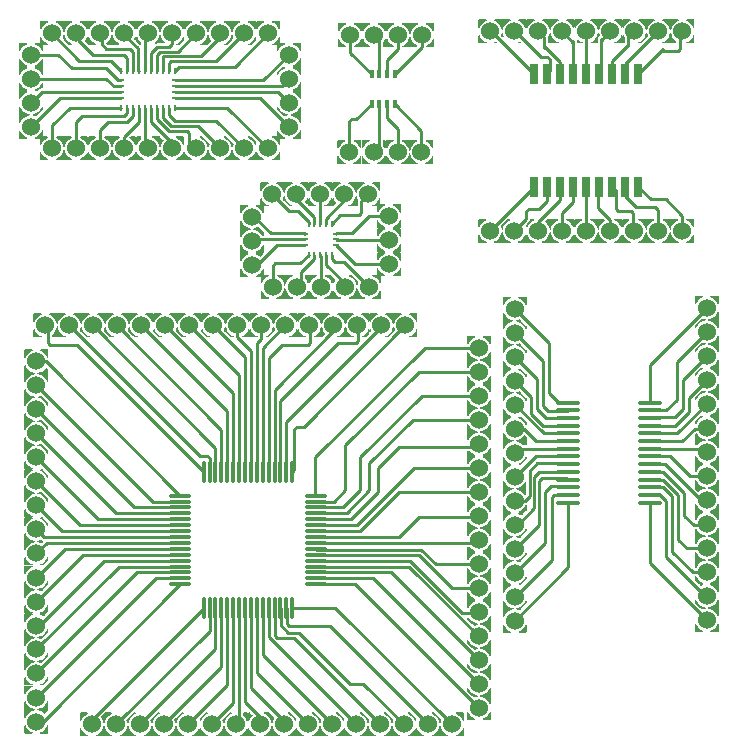
<source format=gbr>
%TF.GenerationSoftware,KiCad,Pcbnew,9.0.6*%
%TF.CreationDate,2026-01-12T20:51:52-08:00*%
%TF.ProjectId,Board1,426f6172-6431-42e6-9b69-6361645f7063,rev?*%
%TF.SameCoordinates,Original*%
%TF.FileFunction,Copper,L1,Top*%
%TF.FilePolarity,Positive*%
%FSLAX46Y46*%
G04 Gerber Fmt 4.6, Leading zero omitted, Abs format (unit mm)*
G04 Created by KiCad (PCBNEW 9.0.6) date 2026-01-12 20:51:52*
%MOMM*%
%LPD*%
G01*
G04 APERTURE LIST*
%TA.AperFunction,ComponentPad*%
%ADD10C,1.524000*%
%TD*%
%TA.AperFunction,SMDPad,CuDef*%
%ADD11O,0.300000X2.000000*%
%TD*%
%TA.AperFunction,SMDPad,CuDef*%
%ADD12O,2.000000X0.300000*%
%TD*%
%TA.AperFunction,SMDPad,CuDef*%
%ADD13R,0.280000X0.600000*%
%TD*%
%TA.AperFunction,SMDPad,CuDef*%
%ADD14R,0.600000X0.280000*%
%TD*%
%TA.AperFunction,SMDPad,CuDef*%
%ADD15O,2.015500X0.364000*%
%TD*%
%TA.AperFunction,SMDPad,CuDef*%
%ADD16R,0.700000X1.800000*%
%TD*%
%TA.AperFunction,SMDPad,CuDef*%
%ADD17R,0.250000X0.500000*%
%TD*%
%TA.AperFunction,SMDPad,CuDef*%
%ADD18R,0.500000X0.250000*%
%TD*%
%TA.AperFunction,SMDPad,CuDef*%
%ADD19O,0.364000X0.767000*%
%TD*%
%TA.AperFunction,Conductor*%
%ADD20C,0.254000*%
%TD*%
G04 APERTURE END LIST*
D10*
%TO.P,,1*%
%TO.N,N/C*%
X142190250Y-103292500D03*
%TD*%
D11*
%TO.P,U1,1*%
%TO.N,N/C*%
X118879750Y-100906500D03*
%TO.P,U1,2*%
X119379750Y-100906500D03*
%TO.P,U1,3*%
X119879750Y-100906500D03*
%TO.P,U1,4*%
X120379750Y-100906500D03*
%TO.P,U1,5*%
X120879750Y-100906500D03*
%TO.P,U1,6*%
X121379750Y-100906500D03*
%TO.P,U1,7*%
X121879750Y-100906500D03*
%TO.P,U1,8*%
X122379750Y-100906500D03*
%TO.P,U1,9*%
X122879750Y-100906500D03*
%TO.P,U1,10*%
X123379750Y-100906500D03*
%TO.P,U1,11*%
X123879750Y-100906500D03*
%TO.P,U1,12*%
X124379750Y-100906500D03*
%TO.P,U1,13*%
X124879750Y-100906500D03*
%TO.P,U1,14*%
X125379750Y-100906500D03*
%TO.P,U1,15*%
X125879750Y-100906500D03*
%TO.P,U1,16*%
X126379750Y-100906500D03*
D12*
%TO.P,U1,17*%
X128379750Y-98906500D03*
%TO.P,U1,18*%
X128379750Y-98406500D03*
%TO.P,U1,19*%
X128379750Y-97906500D03*
%TO.P,U1,20*%
X128379750Y-97406500D03*
%TO.P,U1,21*%
X128379750Y-96906500D03*
%TO.P,U1,22*%
X128379750Y-96406500D03*
%TO.P,U1,23*%
X128379750Y-95906500D03*
%TO.P,U1,24*%
X128379750Y-95406500D03*
%TO.P,U1,25*%
X128379750Y-94906500D03*
%TO.P,U1,26*%
X128379750Y-94406500D03*
%TO.P,U1,27*%
X128379750Y-93906500D03*
%TO.P,U1,28*%
X128379750Y-93406500D03*
%TO.P,U1,29*%
X128379750Y-92906500D03*
%TO.P,U1,30*%
X128379750Y-92406500D03*
%TO.P,U1,31*%
X128379750Y-91906500D03*
%TO.P,U1,32*%
X128379750Y-91406500D03*
D11*
%TO.P,U1,33*%
X126379750Y-89406500D03*
%TO.P,U1,34*%
X125879750Y-89406500D03*
%TO.P,U1,35*%
X125379750Y-89406500D03*
%TO.P,U1,36*%
X124879750Y-89406500D03*
%TO.P,U1,37*%
X124379750Y-89406500D03*
%TO.P,U1,38*%
X123879750Y-89406500D03*
%TO.P,U1,39*%
X123379750Y-89406500D03*
%TO.P,U1,40*%
X122879750Y-89406500D03*
%TO.P,U1,41*%
X122379750Y-89406500D03*
%TO.P,U1,42*%
X121879750Y-89406500D03*
%TO.P,U1,43*%
X121379750Y-89406500D03*
%TO.P,U1,44*%
X120879750Y-89406500D03*
%TO.P,U1,45*%
X120379750Y-89406500D03*
%TO.P,U1,46*%
X119879750Y-89406500D03*
%TO.P,U1,47*%
X119379750Y-89406500D03*
%TO.P,U1,48*%
X118879750Y-89406500D03*
D12*
%TO.P,U1,49*%
X116879750Y-91406500D03*
%TO.P,U1,50*%
X116879750Y-91906500D03*
%TO.P,U1,51*%
X116879750Y-92406500D03*
%TO.P,U1,52*%
X116879750Y-92906500D03*
%TO.P,U1,53*%
X116879750Y-93406500D03*
%TO.P,U1,54*%
X116879750Y-93906500D03*
%TO.P,U1,55*%
X116879750Y-94406500D03*
%TO.P,U1,56*%
X116879750Y-94906500D03*
%TO.P,U1,57*%
X116879750Y-95406500D03*
%TO.P,U1,58*%
X116879750Y-95906500D03*
%TO.P,U1,59*%
X116879750Y-96406500D03*
%TO.P,U1,60*%
X116879750Y-96906500D03*
%TO.P,U1,61*%
X116879750Y-97406500D03*
%TO.P,U1,62*%
X116879750Y-97906500D03*
%TO.P,U1,63*%
X116879750Y-98406500D03*
%TO.P,U1,64*%
X116879750Y-98906500D03*
%TD*%
D10*
%TO.P,,1*%
%TO.N,N/C*%
X104720250Y-110528000D03*
%TD*%
%TO.P,,1*%
%TO.N,N/C*%
X104722750Y-80043500D03*
%TD*%
%TO.P,,1*%
%TO.N,N/C*%
X142190250Y-97195000D03*
%TD*%
%TO.P,,1*%
%TO.N,N/C*%
X118244000Y-52250500D03*
%TD*%
%TO.P,,1*%
%TO.N,N/C*%
X142190250Y-82964000D03*
%TD*%
%TO.P,,1*%
%TO.N,N/C*%
X145186750Y-52106000D03*
%TD*%
%TO.P,,1*%
%TO.N,N/C*%
X155355750Y-52106000D03*
%TD*%
%TO.P,,1*%
%TO.N,N/C*%
X104720250Y-86134000D03*
%TD*%
%TO.P,,1*%
%TO.N,N/C*%
X161474750Y-99899500D03*
%TD*%
%TO.P,,1*%
%TO.N,N/C*%
X151290750Y-52106000D03*
%TD*%
%TO.P,,1*%
%TO.N,N/C*%
X123645750Y-110780000D03*
%TD*%
%TO.P,,1*%
%TO.N,N/C*%
X111451750Y-110777500D03*
%TD*%
%TO.P,,1*%
%TO.N,N/C*%
X104720250Y-88166000D03*
%TD*%
%TO.P,,1*%
%TO.N,N/C*%
X112133500Y-62004500D03*
%TD*%
%TO.P,,2*%
%TO.N,N/C*%
X126107500Y-58140500D03*
%TD*%
%TO.P,,1*%
%TO.N,N/C*%
X104720250Y-100367000D03*
%TD*%
%TO.P,,1*%
%TO.N,N/C*%
X124346000Y-62004500D03*
%TD*%
%TO.P,,1*%
%TO.N,N/C*%
X142190250Y-84996000D03*
%TD*%
%TO.P,,1*%
%TO.N,N/C*%
X128797250Y-73717000D03*
%TD*%
%TO.P,,1*%
%TO.N,N/C*%
X142190250Y-91091500D03*
%TD*%
%TO.P,,1*%
%TO.N,N/C*%
X159418750Y-52106000D03*
%TD*%
%TO.P,,1*%
%TO.N,N/C*%
X145183250Y-68978000D03*
%TD*%
%TO.P,,1*%
%TO.N,N/C*%
X124353000Y-52250500D03*
%TD*%
%TO.P,,1*%
%TO.N,N/C*%
X107514750Y-76995500D03*
%TD*%
%TO.P,,1*%
%TO.N,N/C*%
X159414750Y-68978000D03*
%TD*%
%TO.P,,1*%
%TO.N,N/C*%
X133806250Y-110780000D03*
%TD*%
%TO.P,,1*%
%TO.N,N/C*%
X129869250Y-76998000D03*
%TD*%
%TO.P,,1*%
%TO.N,N/C*%
X111572750Y-76998000D03*
%TD*%
%TO.P,,1*%
%TO.N,N/C*%
X104269000Y-54067000D03*
%TD*%
%TO.P,,1*%
%TO.N,N/C*%
X161474750Y-95834000D03*
%TD*%
%TO.P,,1*%
%TO.N,N/C*%
X151286750Y-68978000D03*
%TD*%
%TO.P,,2*%
%TO.N,N/C*%
X134572250Y-71821500D03*
%TD*%
%TO.P,,1*%
%TO.N,N/C*%
X149252250Y-52106000D03*
%TD*%
%TO.P,,1*%
%TO.N,N/C*%
X113479250Y-110780000D03*
%TD*%
%TO.P,,1*%
%TO.N,N/C*%
X142190250Y-80930500D03*
%TD*%
%TO.P,,1*%
%TO.N,N/C*%
X127838750Y-76998000D03*
%TD*%
%TO.P,,1*%
%TO.N,N/C*%
X113604750Y-76998000D03*
%TD*%
%TO.P,,1*%
%TO.N,N/C*%
X132825750Y-65906500D03*
%TD*%
%TO.P,,1*%
%TO.N,N/C*%
X119708750Y-76998000D03*
%TD*%
%TO.P,,1*%
%TO.N,N/C*%
X142190250Y-89059500D03*
%TD*%
%TO.P,,1*%
%TO.N,N/C*%
X114172000Y-62004500D03*
%TD*%
%TO.P,,1*%
%TO.N,N/C*%
X131276250Y-52416000D03*
%TD*%
%TO.P,,1*%
%TO.N,N/C*%
X109542250Y-76998000D03*
%TD*%
%TO.P,,1*%
%TO.N,N/C*%
X122982250Y-67812000D03*
%TD*%
%TO.P,,1*%
%TO.N,N/C*%
X104720250Y-92231000D03*
%TD*%
%TO.P,,1*%
%TO.N,N/C*%
X145208750Y-81663500D03*
%TD*%
%TO.P,,1*%
%TO.N,N/C*%
X116204000Y-62004500D03*
%TD*%
%TO.P,,1*%
%TO.N,N/C*%
X118237000Y-62004500D03*
%TD*%
%TO.P,,1*%
%TO.N,N/C*%
X133934750Y-76998000D03*
%TD*%
%TO.P,,1*%
%TO.N,N/C*%
X117670250Y-76998000D03*
%TD*%
%TO.P,,1*%
%TO.N,N/C*%
X104720250Y-94269500D03*
%TD*%
%TO.P,,1*%
%TO.N,N/C*%
X137372250Y-52416000D03*
%TD*%
%TO.P,,1*%
%TO.N,N/C*%
X117541750Y-110780000D03*
%TD*%
%TO.P,,1*%
%TO.N,N/C*%
X157384250Y-68978000D03*
%TD*%
%TO.P,,2*%
%TO.N,N/C*%
X135300250Y-62309500D03*
%TD*%
%TO.P,,1*%
%TO.N,N/C*%
X157387750Y-52106000D03*
%TD*%
%TO.P,,1*%
%TO.N,N/C*%
X129742750Y-110780000D03*
%TD*%
D13*
%TO.P,U4,1*%
%TO.N,N/C*%
X129761750Y-68374000D03*
%TO.P,U4,2*%
X129261750Y-68374000D03*
%TO.P,U4,3*%
X128761750Y-68374000D03*
%TO.P,U4,4*%
X128261750Y-68374000D03*
%TO.P,U4,5*%
X127761750Y-68374000D03*
D14*
%TO.P,U4,6*%
X127419250Y-69216500D03*
%TO.P,U4,7*%
X127419250Y-69716500D03*
%TO.P,U4,8*%
X127419250Y-70216500D03*
D13*
%TO.P,U4,9*%
X127761750Y-71059000D03*
%TO.P,U4,10*%
X128261750Y-71059000D03*
%TO.P,U4,11*%
X128761750Y-71059000D03*
%TO.P,U4,12*%
X129261750Y-71059000D03*
%TO.P,U4,13*%
X129761750Y-71059000D03*
D14*
%TO.P,U4,14*%
X130104250Y-70216500D03*
%TO.P,U4,15*%
X130104250Y-69716500D03*
%TO.P,U4,16*%
X130104250Y-69216500D03*
%TD*%
D10*
%TO.P,,1*%
%TO.N,N/C*%
X135966750Y-76998000D03*
%TD*%
%TO.P,,1*%
%TO.N,N/C*%
X104720250Y-108496000D03*
%TD*%
%TO.P,,1*%
%TO.N,N/C*%
X106043000Y-52250500D03*
%TD*%
%TO.P,,1*%
%TO.N,N/C*%
X125805750Y-76998000D03*
%TD*%
%TO.P,,1*%
%TO.N,N/C*%
X139903750Y-110780000D03*
%TD*%
%TO.P,,2*%
%TO.N,N/C*%
X122982250Y-69834500D03*
%TD*%
%TO.P,,1*%
%TO.N,N/C*%
X161474750Y-97866000D03*
%TD*%
%TO.P,,1*%
%TO.N,N/C*%
X153322750Y-52106000D03*
%TD*%
%TO.P,,1*%
%TO.N,N/C*%
X145208750Y-87766000D03*
%TD*%
%TO.P,,1*%
%TO.N,N/C*%
X155352250Y-68978000D03*
%TD*%
%TO.P,,1*%
%TO.N,N/C*%
X104269000Y-60163000D03*
%TD*%
%TO.P,,1*%
%TO.N,N/C*%
X104722750Y-82075500D03*
%TD*%
%TO.P,,1*%
%TO.N,N/C*%
X147220250Y-52106000D03*
%TD*%
%TO.P,,1*%
%TO.N,N/C*%
X161474750Y-81603000D03*
%TD*%
D15*
%TO.P,U6,1*%
%TO.N,N/C*%
X149765250Y-83539000D03*
%TO.P,U6,2*%
X149765250Y-84189000D03*
%TO.P,U6,3*%
X149765250Y-84839000D03*
%TO.P,U6,4*%
X149765250Y-85489000D03*
%TO.P,U6,5*%
X149765250Y-86139000D03*
%TO.P,U6,6*%
X149765250Y-86789000D03*
%TO.P,U6,7*%
X149765250Y-87439000D03*
%TO.P,U6,8*%
X149765250Y-88089000D03*
%TO.P,U6,9*%
X149765250Y-88739000D03*
%TO.P,U6,10*%
X149765250Y-89389000D03*
%TO.P,U6,11*%
X149765250Y-90039000D03*
%TO.P,U6,12*%
X149765250Y-90689000D03*
%TO.P,U6,13*%
X149765250Y-91339000D03*
%TO.P,U6,14*%
X149765250Y-91989000D03*
%TO.P,U6,15*%
X156675250Y-91989000D03*
%TO.P,U6,16*%
X156675250Y-91339000D03*
%TO.P,U6,17*%
X156675250Y-90689000D03*
%TO.P,U6,18*%
X156675250Y-90039000D03*
%TO.P,U6,19*%
X156675250Y-89389000D03*
%TO.P,U6,20*%
X156675250Y-88739000D03*
%TO.P,U6,21*%
X156675250Y-88089000D03*
%TO.P,U6,22*%
X156675250Y-87439000D03*
%TO.P,U6,23*%
X156675250Y-86789000D03*
%TO.P,U6,24*%
X156675250Y-86139000D03*
%TO.P,U6,25*%
X156675250Y-85489000D03*
%TO.P,U6,26*%
X156675250Y-84839000D03*
%TO.P,U6,27*%
X156675250Y-84189000D03*
%TO.P,U6,28*%
X156675250Y-83539000D03*
%TD*%
D10*
%TO.P,,1*%
%TO.N,N/C*%
X114178500Y-52250500D03*
%TD*%
%TO.P,,1*%
%TO.N,N/C*%
X145208750Y-85734000D03*
%TD*%
%TO.P,,1*%
%TO.N,N/C*%
X104720250Y-104430500D03*
%TD*%
%TO.P,,1*%
%TO.N,N/C*%
X142190250Y-87026500D03*
%TD*%
%TO.P,,1*%
%TO.N,N/C*%
X110101500Y-62004500D03*
%TD*%
%TO.P,,1*%
%TO.N,N/C*%
X132857250Y-73717000D03*
%TD*%
%TO.P,,1*%
%TO.N,N/C*%
X142190250Y-78898500D03*
%TD*%
%TO.P,,1*%
%TO.N,N/C*%
X119575250Y-110780000D03*
%TD*%
%TO.P,,1*%
%TO.N,N/C*%
X142187750Y-109382500D03*
%TD*%
%TO.P,,1*%
%TO.N,N/C*%
X145208750Y-79630500D03*
%TD*%
%TO.P,,1*%
%TO.N,N/C*%
X145208750Y-89799500D03*
%TD*%
%TO.P,,1*%
%TO.N,N/C*%
X122300000Y-62004500D03*
%TD*%
%TO.P,,1*%
%TO.N,N/C*%
X126107500Y-60163000D03*
%TD*%
%TO.P,,1*%
%TO.N,N/C*%
X115638250Y-76998000D03*
%TD*%
%TO.P,,1*%
%TO.N,N/C*%
X137871750Y-110780000D03*
%TD*%
%TO.P,,1*%
%TO.N,N/C*%
X143154750Y-52106000D03*
%TD*%
%TO.P,,1*%
%TO.N,N/C*%
X126107500Y-54067000D03*
%TD*%
%TO.P,,1*%
%TO.N,N/C*%
X106036000Y-62004500D03*
%TD*%
%TO.P,,1*%
%TO.N,N/C*%
X142187750Y-107350500D03*
%TD*%
%TO.P,,2*%
%TO.N,N/C*%
X104269000Y-58140500D03*
%TD*%
D16*
%TO.P,U5,1*%
%TO.N,N/C*%
X146886750Y-65269000D03*
%TO.P,U5,2*%
X147986750Y-65269000D03*
%TO.P,U5,3*%
X149086750Y-65269000D03*
%TO.P,U5,4*%
X150186750Y-65269000D03*
%TO.P,U5,5*%
X151286750Y-65269000D03*
%TO.P,U5,6*%
X152386750Y-65269000D03*
%TO.P,U5,7*%
X153486750Y-65269000D03*
%TO.P,U5,8*%
X154586750Y-65269000D03*
%TO.P,U5,9*%
X155686750Y-65269000D03*
%TO.P,U5,10*%
X155686750Y-55669000D03*
%TO.P,U5,11*%
X154586750Y-55669000D03*
%TO.P,U5,12*%
X153486750Y-55669000D03*
%TO.P,U5,13*%
X152386750Y-55669000D03*
%TO.P,U5,14*%
X151286750Y-55669000D03*
%TO.P,U5,15*%
X150186750Y-55669000D03*
%TO.P,U5,16*%
X149086750Y-55669000D03*
%TO.P,U5,17*%
X147986750Y-55669000D03*
%TO.P,U5,18*%
X146886750Y-55669000D03*
%TD*%
D10*
%TO.P,,1*%
%TO.N,N/C*%
X145208750Y-101992500D03*
%TD*%
%TO.P,,1*%
%TO.N,N/C*%
X135838250Y-110780000D03*
%TD*%
%TO.P,,1*%
%TO.N,N/C*%
X145208750Y-77598500D03*
%TD*%
%TO.P,,1*%
%TO.N,N/C*%
X145208750Y-99960500D03*
%TD*%
%TO.P,,1*%
%TO.N,N/C*%
X161474750Y-91770500D03*
%TD*%
%TO.P,,1*%
%TO.N,N/C*%
X104720250Y-84103000D03*
%TD*%
%TO.P,,1*%
%TO.N,N/C*%
X142190250Y-95156500D03*
%TD*%
%TO.P,,1*%
%TO.N,N/C*%
X161474750Y-89738500D03*
%TD*%
%TO.P,,1*%
%TO.N,N/C*%
X142190250Y-99227000D03*
%TD*%
%TO.P,,1*%
%TO.N,N/C*%
X123773750Y-76998000D03*
%TD*%
%TO.P,,1*%
%TO.N,N/C*%
X120276000Y-52250500D03*
%TD*%
D17*
%TO.P,U3,1*%
%TO.N,N/C*%
X116425000Y-58551000D03*
D18*
%TO.P,U3,2*%
X116425000Y-57738000D03*
%TO.P,U3,3*%
X116425000Y-57238000D03*
%TO.P,U3,4*%
X116425000Y-56738000D03*
%TO.P,U3,5*%
X116425000Y-56238000D03*
D17*
%TO.P,U3,6*%
X116425000Y-55425000D03*
%TO.P,U3,7*%
X115925000Y-55425000D03*
%TO.P,U3,8*%
X115425000Y-55425000D03*
%TO.P,U3,9*%
X114925000Y-55425000D03*
%TO.P,U3,10*%
X114425000Y-55425000D03*
%TO.P,U3,11*%
X113925000Y-55425000D03*
%TO.P,U3,12*%
X113425000Y-55425000D03*
%TO.P,U3,13*%
X112925000Y-55425000D03*
%TO.P,U3,14*%
X112425000Y-55425000D03*
%TO.P,U3,15*%
X111925000Y-55425000D03*
D18*
%TO.P,U3,16*%
X111925000Y-56238000D03*
%TO.P,U3,17*%
X111925000Y-56738000D03*
%TO.P,U3,18*%
X111925000Y-57238000D03*
%TO.P,U3,19*%
X111925000Y-57738000D03*
D17*
%TO.P,U3,20*%
X111925000Y-58551000D03*
%TO.P,U3,21*%
X112425000Y-58551000D03*
%TO.P,U3,22*%
X112925000Y-58551000D03*
%TO.P,U3,23*%
X113425000Y-58551000D03*
%TO.P,U3,24*%
X113925000Y-58551000D03*
%TO.P,U3,25*%
X114425000Y-58551000D03*
%TO.P,U3,26*%
X114925000Y-58551000D03*
%TO.P,U3,27*%
X115425000Y-58551000D03*
%TO.P,U3,28*%
X115925000Y-58551000D03*
%TD*%
D10*
%TO.P,,2*%
%TO.N,N/C*%
X130834250Y-73717000D03*
%TD*%
%TO.P,,2*%
%TO.N,N/C*%
X126720250Y-65906500D03*
%TD*%
%TO.P,,1*%
%TO.N,N/C*%
X142190250Y-93124500D03*
%TD*%
%TO.P,,1*%
%TO.N,N/C*%
X125677750Y-110780000D03*
%TD*%
%TO.P,,1*%
%TO.N,N/C*%
X110108500Y-52250500D03*
%TD*%
%TO.P,,1*%
%TO.N,N/C*%
X153318750Y-68978000D03*
%TD*%
%TO.P,,1*%
%TO.N,N/C*%
X104720250Y-106462500D03*
%TD*%
%TO.P,,1*%
%TO.N,N/C*%
X124697750Y-65906500D03*
%TD*%
%TO.P,,1*%
%TO.N,N/C*%
X137322750Y-62309500D03*
%TD*%
%TO.P,,1*%
%TO.N,N/C*%
X104720250Y-102400000D03*
%TD*%
%TO.P,,1*%
%TO.N,N/C*%
X122982250Y-71871500D03*
%TD*%
%TO.P,,1*%
%TO.N,N/C*%
X161474750Y-83635000D03*
%TD*%
%TO.P,,1*%
%TO.N,N/C*%
X145208750Y-97927000D03*
%TD*%
%TO.P,,1*%
%TO.N,N/C*%
X161474750Y-87705000D03*
%TD*%
%TO.P,,1*%
%TO.N,N/C*%
X142190250Y-101260500D03*
%TD*%
%TO.P,,1*%
%TO.N,N/C*%
X116210500Y-52250500D03*
%TD*%
%TO.P,,1*%
%TO.N,N/C*%
X145208750Y-93864500D03*
%TD*%
%TO.P,,1*%
%TO.N,N/C*%
X134572250Y-67748000D03*
%TD*%
%TO.P,,1*%
%TO.N,N/C*%
X149248250Y-68978000D03*
%TD*%
%TO.P,,1*%
%TO.N,N/C*%
X104720250Y-90199000D03*
%TD*%
%TO.P,,1*%
%TO.N,N/C*%
X143151250Y-68978000D03*
%TD*%
%TO.P,,1*%
%TO.N,N/C*%
X145208750Y-91831500D03*
%TD*%
%TO.P,,1*%
%TO.N,N/C*%
X115509750Y-110780000D03*
%TD*%
D19*
%TO.P,U2,1*%
%TO.N,N/C*%
X133095250Y-55729500D03*
%TO.P,U2,2*%
X133745250Y-55729500D03*
%TO.P,U2,3*%
X134395250Y-55729500D03*
%TO.P,U2,4*%
X135045250Y-55729500D03*
%TO.P,U2,5*%
X135045250Y-58246500D03*
%TO.P,U2,6*%
X134395250Y-58246500D03*
%TO.P,U2,7*%
X133745250Y-58246500D03*
%TO.P,U2,8*%
X133095250Y-58246500D03*
%TD*%
D10*
%TO.P,,1*%
%TO.N,N/C*%
X108075000Y-52250500D03*
%TD*%
%TO.P,,1*%
%TO.N,N/C*%
X161474750Y-77537500D03*
%TD*%
%TO.P,,2*%
%TO.N,N/C*%
X135349750Y-52416000D03*
%TD*%
%TO.P,,1*%
%TO.N,N/C*%
X145208750Y-95895000D03*
%TD*%
%TO.P,,1*%
%TO.N,N/C*%
X104269000Y-56103500D03*
%TD*%
%TO.P,,1*%
%TO.N,N/C*%
X161474750Y-79569500D03*
%TD*%
%TO.P,,1*%
%TO.N,N/C*%
X105482750Y-76995500D03*
%TD*%
%TO.P,,1*%
%TO.N,N/C*%
X161474750Y-101931500D03*
%TD*%
%TO.P,,1*%
%TO.N,N/C*%
X126107500Y-56103500D03*
%TD*%
%TO.P,,1*%
%TO.N,N/C*%
X147216250Y-68978000D03*
%TD*%
%TO.P,,1*%
%TO.N,N/C*%
X124729250Y-73717000D03*
%TD*%
%TO.P,,1*%
%TO.N,N/C*%
X121740750Y-76998000D03*
%TD*%
%TO.P,,1*%
%TO.N,N/C*%
X134572250Y-69784000D03*
%TD*%
%TO.P,,1*%
%TO.N,N/C*%
X130793750Y-65906500D03*
%TD*%
%TO.P,,1*%
%TO.N,N/C*%
X104720250Y-98335000D03*
%TD*%
%TO.P,,1*%
%TO.N,N/C*%
X133263250Y-62309500D03*
%TD*%
%TO.P,,1*%
%TO.N,N/C*%
X127710750Y-110780000D03*
%TD*%
%TO.P,,1*%
%TO.N,N/C*%
X104720250Y-96301500D03*
%TD*%
%TO.P,,1*%
%TO.N,N/C*%
X112140500Y-52250500D03*
%TD*%
%TO.P,,1*%
%TO.N,N/C*%
X142190250Y-105323000D03*
%TD*%
%TO.P,,1*%
%TO.N,N/C*%
X120269000Y-62004500D03*
%TD*%
%TO.P,,1*%
%TO.N,N/C*%
X128757250Y-65906500D03*
%TD*%
%TO.P,,1*%
%TO.N,N/C*%
X108068000Y-62004500D03*
%TD*%
%TO.P,,1*%
%TO.N,N/C*%
X131226750Y-62309500D03*
%TD*%
%TO.P,,1*%
%TO.N,N/C*%
X133312750Y-52416000D03*
%TD*%
%TO.P,,1*%
%TO.N,N/C*%
X121607250Y-110780000D03*
%TD*%
%TO.P,,1*%
%TO.N,N/C*%
X145208750Y-75567500D03*
%TD*%
%TO.P,,1*%
%TO.N,N/C*%
X131901250Y-76998000D03*
%TD*%
%TO.P,,1*%
%TO.N,N/C*%
X126761250Y-73717000D03*
%TD*%
%TO.P,,1*%
%TO.N,N/C*%
X122306500Y-52250500D03*
%TD*%
%TO.P,,1*%
%TO.N,N/C*%
X161474750Y-93803500D03*
%TD*%
%TO.P,,1*%
%TO.N,N/C*%
X131775750Y-110780000D03*
%TD*%
%TO.P,,1*%
%TO.N,N/C*%
X161474750Y-85673000D03*
%TD*%
%TO.P,,1*%
%TO.N,N/C*%
X145208750Y-83695500D03*
%TD*%
%TO.P,,1*%
%TO.N,N/C*%
X109419750Y-110777500D03*
%TD*%
%TO.P,,1*%
%TO.N,N/C*%
X161474750Y-75507000D03*
%TD*%
D20*
%TO.N,*%
X128261750Y-71359500D02*
X128261750Y-71059000D01*
X129761750Y-68374000D02*
X130451250Y-67684500D01*
X123645750Y-110780000D02*
X123645750Y-110142500D01*
X154842750Y-53230000D02*
X153486750Y-54586000D01*
X107698000Y-55210000D02*
X106555000Y-54067000D01*
X152302750Y-65353500D02*
X152386750Y-65269000D01*
X135045250Y-55729500D02*
X137372250Y-53402500D01*
X145208750Y-87766000D02*
X145471250Y-87766000D01*
X140790750Y-101379500D02*
X142070750Y-101379500D01*
X135045250Y-58246500D02*
X137322750Y-60524000D01*
X120379750Y-85804500D02*
X120379750Y-89406500D01*
X156675250Y-86789000D02*
X159402250Y-86789000D01*
X157792250Y-89415000D02*
X159570250Y-91193000D01*
X119708750Y-76998000D02*
X122379750Y-79669000D01*
X112425000Y-58992000D02*
X112425000Y-58551000D01*
X152556750Y-55499000D02*
X152386750Y-55669000D01*
X110111000Y-61995000D02*
X110111000Y-60417000D01*
X161415750Y-85732000D02*
X161474750Y-85673000D01*
X145208750Y-77598500D02*
X147632250Y-80022000D01*
X132857250Y-73717000D02*
X130761250Y-71621500D01*
X125550750Y-78646500D02*
X127709750Y-78646500D01*
X106047000Y-60036000D02*
X106047000Y-61993500D01*
X153486750Y-54586000D02*
X153486750Y-55669000D01*
X116879750Y-97906500D02*
X113276250Y-97906500D01*
X157387750Y-52209000D02*
X157387750Y-52106000D01*
X132142750Y-94406500D02*
X128379750Y-94406500D01*
X124915750Y-103284500D02*
X125095250Y-103464000D01*
X110619000Y-53559000D02*
X110238000Y-53178000D01*
X133745250Y-61827500D02*
X133745250Y-58246500D01*
X127761750Y-68374000D02*
X127761750Y-68208500D01*
X123773750Y-78125500D02*
X123773750Y-76998000D01*
X125423750Y-100950000D02*
X125379750Y-100906500D01*
X161365750Y-93912500D02*
X161474750Y-93803500D01*
X147632250Y-80022000D02*
X147632250Y-83827000D01*
X127761750Y-68208500D02*
X126856750Y-67303500D01*
X158017750Y-66311000D02*
X156728750Y-66311000D01*
X125379750Y-83389500D02*
X130249750Y-78519500D01*
X147303750Y-89362500D02*
X149738250Y-89362500D01*
X129540250Y-102448000D02*
X137871750Y-110780000D01*
X124407750Y-89379000D02*
X124407750Y-79789500D01*
X110473750Y-96906500D02*
X104980750Y-102400000D01*
X124407750Y-79789500D02*
X125550750Y-78646500D01*
X159951250Y-84335000D02*
X159951250Y-83126500D01*
X122879750Y-100906500D02*
X122879750Y-107719500D01*
X123431750Y-71871500D02*
X122982250Y-71871500D01*
X127710750Y-110780000D02*
X123379750Y-106448500D01*
X153318750Y-68089000D02*
X152302750Y-67073000D01*
X159766250Y-95834000D02*
X161474750Y-95834000D01*
X146859750Y-65269000D02*
X146886750Y-65269000D01*
X155223750Y-68849500D02*
X155223750Y-67454000D01*
X158046250Y-96598000D02*
X161347750Y-99899500D01*
X154586750Y-66055000D02*
X154586750Y-65269000D01*
X137322750Y-60524000D02*
X137322750Y-62309500D01*
X146206750Y-67327000D02*
X146386250Y-67147500D01*
X111744250Y-97406500D02*
X116879750Y-97406500D01*
X112133500Y-61061500D02*
X113413000Y-59782000D01*
X155223750Y-67454000D02*
X155044250Y-67274500D01*
X107148750Y-95906500D02*
X104720250Y-98335000D01*
X148140250Y-82684000D02*
X148140250Y-78499000D01*
X116879750Y-93406500D02*
X109961250Y-93406500D01*
X152556750Y-52745000D02*
X152556750Y-52872000D01*
X114925000Y-55425000D02*
X114937000Y-55413000D01*
X120276000Y-52610000D02*
X120276000Y-52250500D01*
X146489250Y-91447000D02*
X146489250Y-89288000D01*
X126761250Y-73717000D02*
X127110750Y-73367500D01*
X124951750Y-71748500D02*
X124772250Y-71928000D01*
X131276250Y-53910500D02*
X131276250Y-52416000D01*
X115191000Y-53813000D02*
X116681500Y-53813000D01*
X158065250Y-84189000D02*
X158935250Y-83319000D01*
X156687250Y-87451000D02*
X161220750Y-87451000D01*
X157384250Y-68978000D02*
X157384250Y-67201500D01*
X132916750Y-88679500D02*
X136600250Y-84996000D01*
X157796250Y-90689000D02*
X158554250Y-91447000D01*
X127889250Y-77048000D02*
X127838750Y-76998000D01*
X109476000Y-54067000D02*
X112143000Y-54067000D01*
X145208750Y-93864500D02*
X145468750Y-93864500D01*
X147643250Y-85489000D02*
X149765250Y-85489000D01*
X110746000Y-59782000D02*
X112397000Y-59782000D01*
X145471250Y-87766000D02*
X145798250Y-87439000D01*
X121740750Y-76998000D02*
X121740750Y-78011500D01*
X119200750Y-88044500D02*
X119380250Y-88224000D01*
X131711750Y-98906500D02*
X142187750Y-109382500D01*
X156675250Y-84189000D02*
X158065250Y-84189000D01*
X156675250Y-83539000D02*
X156675250Y-80306000D01*
X104720250Y-96301500D02*
X105615750Y-95406500D01*
X118364000Y-60099500D02*
X120269000Y-62004500D01*
X128797250Y-73717000D02*
X128797250Y-71095000D01*
X148995250Y-83539000D02*
X148140250Y-82684000D01*
X115953000Y-58579000D02*
X115953000Y-59147000D01*
X119380250Y-88224000D02*
X119380250Y-89406000D01*
X114937000Y-58563000D02*
X114937000Y-59528000D01*
X114425000Y-53944000D02*
X114937000Y-53432000D01*
X125473000Y-56738000D02*
X126107500Y-56103500D01*
X134395250Y-59472000D02*
X134395250Y-58246500D01*
X110238000Y-52380000D02*
X110108500Y-52250500D01*
X145208750Y-91831500D02*
X146104750Y-91831500D01*
X157128750Y-66946000D02*
X155477750Y-66946000D01*
X116204000Y-61557000D02*
X116204000Y-62004500D01*
X115953000Y-59147000D02*
X116461000Y-59655000D01*
X156675250Y-91989000D02*
X156675250Y-97132000D01*
X129261750Y-67946500D02*
X130793750Y-66414500D01*
X114937000Y-55413000D02*
X114937000Y-54067000D01*
X156802250Y-84712000D02*
X156675250Y-84839000D01*
X153322750Y-52106000D02*
X152556750Y-52872000D01*
X147251250Y-93852500D02*
X145208750Y-95895000D01*
X128379750Y-95406500D02*
X141940250Y-95406500D01*
X156675250Y-87439000D02*
X156687250Y-87451000D01*
X128379750Y-94906500D02*
X135452750Y-94906500D01*
X108206000Y-52797000D02*
X109476000Y-54067000D01*
X124772250Y-73674000D02*
X124729250Y-73717000D01*
X147216250Y-68222500D02*
X149086750Y-66352000D01*
X104273500Y-56099000D02*
X104269000Y-56103500D01*
X158371250Y-88089000D02*
X160020750Y-89738500D01*
X106694000Y-57738000D02*
X104269000Y-60163000D01*
X125379750Y-89406500D02*
X125379750Y-83389500D01*
X156675250Y-89389000D02*
X156701250Y-89415000D01*
X149252250Y-52106000D02*
X150186750Y-53040500D01*
X111925000Y-57238000D02*
X105171500Y-57238000D01*
X111572750Y-76998000D02*
X120379750Y-85804500D01*
X130834250Y-73440000D02*
X129269750Y-71875500D01*
X147986750Y-66436000D02*
X147986750Y-65269000D01*
X129269750Y-71067500D02*
X129261750Y-71059000D01*
X133745250Y-55729500D02*
X133745250Y-52848500D01*
X128344750Y-88171500D02*
X128344750Y-91371500D01*
X142190250Y-91091500D02*
X135457750Y-91091500D01*
X113413000Y-59782000D02*
X113413000Y-58563000D01*
X116879750Y-93906500D02*
X108427750Y-93906500D01*
X127411250Y-69208500D02*
X124570750Y-69208500D01*
X122375750Y-108872500D02*
X122375750Y-100910500D01*
X128757250Y-68369500D02*
X128761750Y-68374000D01*
X128379750Y-95906500D02*
X128454750Y-95982000D01*
X142190250Y-103292500D02*
X136304250Y-97406500D01*
X130793750Y-66414500D02*
X130793750Y-65906500D01*
X125879750Y-100906500D02*
X125931750Y-100958500D01*
X110619000Y-55210000D02*
X107698000Y-55210000D01*
X116425000Y-56238000D02*
X123936500Y-56238000D01*
X116461000Y-59655000D02*
X119950500Y-59655000D01*
X124379750Y-89406500D02*
X124407750Y-89379000D01*
X124570750Y-69208500D02*
X123174250Y-67812000D01*
X145208750Y-79630500D02*
X147124250Y-81546000D01*
X146386250Y-67147500D02*
X147275250Y-67147500D01*
X146870250Y-89796000D02*
X147303750Y-89362500D01*
X113286000Y-53523000D02*
X113286000Y-55413000D01*
X105258750Y-110528000D02*
X104720250Y-110528000D01*
X114429000Y-59782000D02*
X116204000Y-61557000D01*
X115425000Y-55425000D02*
X115445000Y-55405000D01*
X112140500Y-52377500D02*
X113286000Y-53523000D01*
X131880750Y-93906500D02*
X136727750Y-89059500D01*
X113925000Y-55425000D02*
X113925000Y-52504500D01*
X105615750Y-95406500D02*
X116879750Y-95406500D01*
X142183750Y-99220500D02*
X142190250Y-99227000D01*
X159213250Y-52311500D02*
X159418750Y-52106000D01*
X149678750Y-88653000D02*
X149765250Y-88739000D01*
X112140500Y-52250500D02*
X112140500Y-52377500D01*
X111925000Y-56738000D02*
X111258000Y-56738000D01*
X147632250Y-83827000D02*
X148013250Y-84208000D01*
X127419250Y-69216500D02*
X127411250Y-69208500D01*
X112143000Y-54067000D02*
X112425000Y-54349000D01*
X127419250Y-70216500D02*
X125086750Y-70216500D01*
X157781250Y-90039000D02*
X159062250Y-91320000D01*
X109419750Y-110366500D02*
X109419750Y-110777500D01*
X130031750Y-71621500D02*
X129761750Y-71351500D01*
X127889250Y-78467000D02*
X127889250Y-77048000D01*
X130030250Y-100906500D02*
X126379750Y-100906500D01*
X131709250Y-71821500D02*
X130104250Y-70216500D01*
X111925000Y-56238000D02*
X111647000Y-56238000D01*
X108119250Y-78646500D02*
X105865750Y-78646500D01*
X137087750Y-96406500D02*
X139901750Y-99220500D01*
X116425000Y-57238000D02*
X125205500Y-57238000D01*
X130451250Y-67684500D02*
X132063750Y-67684500D01*
X121520500Y-55083000D02*
X124353000Y-52250500D01*
X129943750Y-91906500D02*
X130884750Y-90965500D01*
X142190250Y-82964000D02*
X137361750Y-82964000D01*
X145186750Y-51979000D02*
X147453750Y-54246000D01*
X128797250Y-71095000D02*
X128761750Y-71059000D01*
X132243250Y-66495500D02*
X132828750Y-65909500D01*
X132154750Y-88171000D02*
X132154750Y-90965500D01*
X136304250Y-97406500D02*
X128379750Y-97406500D01*
X156675250Y-88089000D02*
X158371250Y-88089000D01*
X110619000Y-56099000D02*
X104273500Y-56099000D01*
X136727750Y-89059500D02*
X142190250Y-89059500D01*
X146616250Y-83071000D02*
X146616250Y-84462000D01*
X147730750Y-52616500D02*
X147730750Y-53357000D01*
X143151250Y-68978000D02*
X146859750Y-65269000D01*
X141940250Y-95406500D02*
X142190250Y-95156500D01*
X115953000Y-60544000D02*
X117477000Y-60544000D01*
X120379750Y-105910000D02*
X120379750Y-100906500D01*
X133745250Y-52848500D02*
X133312750Y-52416000D01*
X123879750Y-78924000D02*
X125805750Y-76998000D01*
X105865750Y-78646500D02*
X105686250Y-78467000D01*
X128757250Y-65906500D02*
X128757250Y-68369500D01*
X112651000Y-53559000D02*
X110619000Y-53559000D01*
X121379750Y-108975500D02*
X121379750Y-100906500D01*
X105357750Y-94906500D02*
X104720250Y-94269500D01*
X124879750Y-82492500D02*
X124879750Y-89406500D01*
X115425000Y-58551000D02*
X115445000Y-58571000D01*
X112925000Y-55425000D02*
X112925000Y-53833000D01*
X117656500Y-60723500D02*
X117656500Y-61424000D01*
X133095250Y-55729500D02*
X131276250Y-53910500D01*
X116143500Y-60099500D02*
X118364000Y-60099500D01*
X116879750Y-91406500D02*
X105517250Y-80043500D01*
X124879750Y-100906500D02*
X124915750Y-100942500D01*
X110238000Y-53178000D02*
X110238000Y-52380000D01*
X115638250Y-76998000D02*
X121379750Y-82739000D01*
X134395250Y-55729500D02*
X134395250Y-54504000D01*
X128261750Y-67819500D02*
X126720250Y-66278000D01*
X126720250Y-66278000D02*
X126720250Y-65906500D01*
X112425000Y-54349000D02*
X112425000Y-55425000D01*
X128379750Y-96406500D02*
X137087750Y-96406500D01*
X137361750Y-82964000D02*
X132154750Y-88171000D01*
X130713750Y-92406500D02*
X128379750Y-92406500D01*
X133934750Y-76998000D02*
X133934750Y-77120500D01*
X127072250Y-71748500D02*
X124951750Y-71748500D01*
X130249750Y-78519500D02*
X131773750Y-78519500D01*
X111258000Y-56738000D02*
X110619000Y-56099000D01*
X104720250Y-104430500D02*
X111744250Y-97406500D01*
X148164250Y-54425500D02*
X148164250Y-55491500D01*
X147251250Y-90177000D02*
X147251250Y-93852500D01*
X152302750Y-67073000D02*
X152302750Y-65353500D01*
X106047000Y-61993500D02*
X106036000Y-62004500D01*
X160966750Y-91770500D02*
X161474750Y-91770500D01*
X149765250Y-91989000D02*
X149765250Y-97436000D01*
X154842750Y-52619500D02*
X154842750Y-53230000D01*
X147886250Y-84843000D02*
X149761250Y-84843000D01*
X146104750Y-91831500D02*
X146489250Y-91447000D01*
X111925000Y-55425000D02*
X111075000Y-54575000D01*
X131953250Y-78340000D02*
X131953250Y-77049500D01*
X148140250Y-78499000D02*
X145208750Y-75567500D01*
X150186750Y-53040500D02*
X150186750Y-55669000D01*
X149765250Y-97436000D02*
X145208750Y-101992500D01*
X127419250Y-69716500D02*
X123100250Y-69716500D01*
X129761750Y-71351500D02*
X129761750Y-71059000D01*
X115925000Y-54790000D02*
X116104500Y-54610500D01*
X157384250Y-67201500D02*
X157128750Y-66946000D01*
X153953750Y-67274500D02*
X153774250Y-67095000D01*
X147759250Y-95376500D02*
X145208750Y-97927000D01*
X125095250Y-103464000D02*
X126490750Y-103464000D01*
X146489250Y-89288000D02*
X147124250Y-88653000D01*
X113925000Y-61757500D02*
X114172000Y-62004500D01*
X129869250Y-77503000D02*
X124879750Y-82492500D01*
X148521250Y-91339000D02*
X148341750Y-91518500D01*
X126111250Y-102448000D02*
X129540250Y-102448000D01*
X116425000Y-58551000D02*
X120892500Y-58551000D01*
X113286000Y-55413000D02*
X113298000Y-55425000D01*
X142187750Y-107350500D02*
X133243750Y-98406500D01*
X135452750Y-94906500D02*
X137107750Y-93251500D01*
X157935250Y-88739000D02*
X160966750Y-91770500D01*
X149761250Y-84843000D02*
X149765250Y-84839000D01*
X136317750Y-96906500D02*
X140790750Y-101379500D01*
X116879750Y-95906500D02*
X107148750Y-95906500D01*
X156675250Y-91339000D02*
X157557250Y-91339000D01*
X115925000Y-55425000D02*
X115925000Y-54790000D01*
X158554250Y-96146000D02*
X160274250Y-97866000D01*
X119879750Y-87335000D02*
X119879750Y-89406500D01*
X155686750Y-55669000D02*
X157744750Y-53611000D01*
X127761750Y-71059000D02*
X127072250Y-71748500D01*
X123936500Y-56238000D02*
X126107500Y-54067000D01*
X147124250Y-81546000D02*
X147124250Y-84081000D01*
X123100250Y-69716500D02*
X122982250Y-69834500D01*
X137107750Y-93251500D02*
X142063250Y-93251500D01*
X118879750Y-89406500D02*
X108119250Y-78646500D01*
X114553750Y-91906500D02*
X104722750Y-82075500D01*
X161474750Y-79569500D02*
X159443250Y-81601000D01*
X113023750Y-92406500D02*
X104720250Y-84103000D01*
X149765250Y-91339000D02*
X148521250Y-91339000D01*
X149765250Y-83539000D02*
X148995250Y-83539000D01*
X135349750Y-53549500D02*
X135349750Y-52416000D01*
X157744750Y-53738000D02*
X159033750Y-53738000D01*
X135838250Y-110780000D02*
X132407250Y-107348500D01*
X133678750Y-89060500D02*
X133678750Y-91092500D01*
X132154750Y-90965500D02*
X130713750Y-92406500D01*
X145214750Y-83695500D02*
X145208750Y-83695500D01*
X113604750Y-76998000D02*
X120879750Y-84272500D01*
X113925000Y-58551000D02*
X113925000Y-61757500D01*
X142070750Y-101379500D02*
X142190250Y-101260500D01*
X137109750Y-80930500D02*
X142190250Y-80930500D01*
X112925000Y-53833000D02*
X112651000Y-53559000D01*
X126490750Y-103464000D02*
X133806250Y-110780000D01*
X158046250Y-91828000D02*
X158046250Y-96598000D01*
X149765250Y-86139000D02*
X147658250Y-86139000D01*
X157557250Y-91339000D02*
X158046250Y-91828000D01*
X116425000Y-55425000D02*
X116767000Y-55083000D01*
X116879750Y-94406500D02*
X106895750Y-94406500D01*
X131403250Y-59528000D02*
X131223750Y-59707500D01*
X108068000Y-62004500D02*
X108068000Y-59793000D01*
X156675250Y-90039000D02*
X157781250Y-90039000D01*
X152556750Y-52872000D02*
X152556750Y-55499000D01*
X158812250Y-84712000D02*
X156802250Y-84712000D01*
X108075000Y-52250500D02*
X108206000Y-52381500D01*
X125931750Y-100958500D02*
X125931750Y-102268500D01*
X121379750Y-82739000D02*
X121379750Y-89406500D01*
X131773750Y-78519500D02*
X131953250Y-78340000D01*
X132407250Y-107348500D02*
X131265750Y-107348500D01*
X149765250Y-90039000D02*
X149649250Y-89923000D01*
X143154750Y-51979000D02*
X146844750Y-55669000D01*
X155477750Y-66946000D02*
X154586750Y-66055000D01*
X116104500Y-54610500D02*
X119947000Y-54610500D01*
X109961250Y-93406500D02*
X104720250Y-88166000D01*
X117670250Y-76998000D02*
X121879750Y-81207000D01*
X137298250Y-95982000D02*
X138511250Y-97195000D01*
X125205500Y-57238000D02*
X126107500Y-58140500D01*
X119950500Y-59655000D02*
X122300000Y-62004500D01*
X136600250Y-84996000D02*
X142190250Y-84996000D01*
X145208750Y-97927000D02*
X145080250Y-98055500D01*
X147759250Y-91066000D02*
X147759250Y-95376500D01*
X130884750Y-90965500D02*
X130884750Y-87155500D01*
X117477000Y-60544000D02*
X117656500Y-60723500D01*
X149086750Y-54713000D02*
X149086750Y-55669000D01*
X126746250Y-85579000D02*
X127385750Y-85579000D01*
X116879750Y-96906500D02*
X110473750Y-96906500D01*
X115956500Y-53432000D02*
X116210500Y-53178000D01*
X158797250Y-85489000D02*
X159951250Y-84335000D01*
X160020750Y-89738500D02*
X161474750Y-89738500D01*
X127385750Y-85579000D02*
X135966750Y-76998000D01*
X105686250Y-78467000D02*
X105686250Y-77199000D01*
X125423750Y-102395500D02*
X125423750Y-100950000D01*
X156675250Y-80306000D02*
X161474750Y-75507000D01*
X149738250Y-89362500D02*
X149765250Y-89389000D01*
X147124250Y-84081000D02*
X147886250Y-84843000D01*
X149765250Y-90689000D02*
X149634250Y-90558000D01*
X145208750Y-81663500D02*
X146616250Y-83071000D01*
X132063750Y-67684500D02*
X132243250Y-67505000D01*
X120892500Y-58551000D02*
X124346000Y-62004500D01*
X112925000Y-59254000D02*
X112925000Y-58551000D01*
X137372250Y-53402500D02*
X137372250Y-52416000D01*
X108587000Y-59274000D02*
X112143000Y-59274000D01*
X108367500Y-54575000D02*
X106043000Y-52250500D01*
X117656500Y-61424000D02*
X118237000Y-62004500D01*
X129869250Y-76998000D02*
X129869250Y-77503000D01*
X146870250Y-92463000D02*
X146870250Y-89796000D01*
X123879750Y-100906500D02*
X123879750Y-104916500D01*
X161220750Y-87451000D02*
X161474750Y-87705000D01*
X134773750Y-97906500D02*
X128379750Y-97906500D01*
X142190250Y-78898500D02*
X137617750Y-78898500D01*
X147730750Y-53357000D02*
X149086750Y-54713000D01*
X147216250Y-68978000D02*
X147216250Y-68222500D01*
X119879750Y-100906500D02*
X119879750Y-104379500D01*
X160459250Y-85732000D02*
X161415750Y-85732000D01*
X145183250Y-68978000D02*
X146206750Y-67954500D01*
X146206750Y-67954500D02*
X146206750Y-67327000D01*
X158970750Y-86139000D02*
X156675250Y-86139000D01*
X149746250Y-84208000D02*
X149765250Y-84189000D01*
X148013250Y-84208000D02*
X149746250Y-84208000D01*
X149248250Y-68978000D02*
X149248250Y-67460500D01*
X129261750Y-68374000D02*
X129261750Y-67946500D01*
X115925000Y-58551000D02*
X115953000Y-58579000D01*
X156675250Y-85489000D02*
X158797250Y-85489000D01*
X158554250Y-91447000D02*
X158554250Y-96146000D01*
X158935250Y-83319000D02*
X158935250Y-80077000D01*
X113413000Y-58563000D02*
X113425000Y-58551000D01*
X160274250Y-97866000D02*
X161474750Y-97866000D01*
X147453750Y-54246000D02*
X147984750Y-54246000D01*
X131428750Y-69208500D02*
X130112250Y-69208500D01*
X150186750Y-66522000D02*
X150186750Y-65269000D01*
X127709750Y-78646500D02*
X127889250Y-78467000D01*
X149634250Y-90558000D02*
X148267250Y-90558000D01*
X145208750Y-85734000D02*
X145983250Y-85734000D01*
X130884750Y-87155500D02*
X137109750Y-80930500D01*
X159443250Y-84081000D02*
X158812250Y-84712000D01*
X125677750Y-110517500D02*
X125677750Y-110780000D01*
X118692000Y-54194000D02*
X120276000Y-52610000D01*
X133678750Y-91092500D02*
X131364750Y-93406500D01*
X148267250Y-90558000D02*
X147759250Y-91066000D01*
X145468750Y-93864500D02*
X146870250Y-92463000D01*
X122883750Y-89402500D02*
X122879750Y-89406500D01*
X139901750Y-99220500D02*
X142183750Y-99220500D01*
X133263250Y-62309500D02*
X133745250Y-61827500D01*
X119947000Y-54610500D02*
X122306500Y-52250500D01*
X127110750Y-73367500D02*
X127110750Y-72510500D01*
X145798250Y-87439000D02*
X149765250Y-87439000D01*
X126094750Y-67303500D02*
X124697750Y-65906500D01*
X146844750Y-55669000D02*
X146886750Y-55669000D01*
X114937000Y-53432000D02*
X115956500Y-53432000D01*
X116210500Y-53178000D02*
X116210500Y-52250500D01*
X111493250Y-92906500D02*
X104720250Y-86134000D01*
X133243750Y-98406500D02*
X128379750Y-98406500D01*
X155352250Y-68978000D02*
X155223750Y-68849500D01*
X121879750Y-81207000D02*
X121879750Y-89406500D01*
X149649250Y-89923000D02*
X147505250Y-89923000D01*
X107514750Y-76995500D02*
X118563750Y-88044500D01*
X133095250Y-58246500D02*
X131813750Y-59528000D01*
X159062250Y-91320000D02*
X159062250Y-95130000D01*
X123379750Y-106448500D02*
X123379750Y-100906500D01*
X121879750Y-110507500D02*
X121879750Y-100906500D01*
X128379750Y-96906500D02*
X136317750Y-96906500D01*
X156675250Y-88739000D02*
X157935250Y-88739000D01*
X146616250Y-84462000D02*
X147643250Y-85489000D01*
X131223750Y-59707500D02*
X131223750Y-62306000D01*
X130834250Y-73717000D02*
X130834250Y-73440000D01*
X105517250Y-80043500D02*
X104722750Y-80043500D01*
X126112000Y-56099000D02*
X126107500Y-56103500D01*
X137617750Y-78898500D02*
X128344750Y-88171500D01*
X128379750Y-91906500D02*
X129943750Y-91906500D01*
X106555000Y-54067000D02*
X104269000Y-54067000D01*
X145983250Y-85734000D02*
X147038250Y-86789000D01*
X147984750Y-54246000D02*
X148164250Y-54425500D01*
X159414750Y-67708000D02*
X158017750Y-66311000D01*
X116767000Y-55083000D02*
X121520500Y-55083000D01*
X128379750Y-92906500D02*
X130975750Y-92906500D01*
X123174250Y-67812000D02*
X122982250Y-67812000D01*
X111075000Y-54575000D02*
X108367500Y-54575000D01*
X105171500Y-57238000D02*
X104269000Y-58140500D01*
X114937000Y-54067000D02*
X115191000Y-53813000D01*
X122879750Y-107719500D02*
X125677750Y-110517500D01*
X125086750Y-70216500D02*
X123431750Y-71871500D01*
X124772250Y-71928000D02*
X124772250Y-73674000D01*
X108427750Y-93906500D02*
X104720250Y-90199000D01*
X122883750Y-79154500D02*
X122883750Y-89402500D01*
X151290750Y-55665000D02*
X151286750Y-55669000D01*
X135456750Y-87282500D02*
X133678750Y-89060500D01*
X114425000Y-55425000D02*
X114425000Y-53944000D01*
X115445000Y-55405000D02*
X115445000Y-54194000D01*
X107532000Y-58551000D02*
X106047000Y-60036000D01*
X129269750Y-71875500D02*
X129269750Y-71067500D01*
X126947750Y-103030500D02*
X126058750Y-103030500D01*
X131813750Y-59528000D02*
X131403250Y-59528000D01*
X153774250Y-67095000D02*
X153774250Y-65556500D01*
X112397000Y-59782000D02*
X112925000Y-59254000D01*
X121607250Y-110780000D02*
X121879750Y-110507500D01*
X161347750Y-99899500D02*
X161474750Y-99899500D01*
X108068000Y-59793000D02*
X108587000Y-59274000D01*
X118879750Y-100906500D02*
X109419750Y-110366500D01*
X132889250Y-67748000D02*
X131428750Y-69208500D01*
X115445000Y-59401000D02*
X116143500Y-60099500D01*
X119575250Y-110780000D02*
X121379750Y-108975500D01*
X113298000Y-55425000D02*
X113425000Y-55425000D01*
X160384750Y-93912500D02*
X161365750Y-93912500D01*
X114925000Y-58551000D02*
X114937000Y-58563000D01*
X135300250Y-62309500D02*
X135300250Y-60377000D01*
X154842750Y-53230000D02*
X154842750Y-53357000D01*
X130172250Y-69784000D02*
X130104250Y-69716500D01*
X111925000Y-58551000D02*
X107532000Y-58551000D01*
X124915750Y-100942500D02*
X124915750Y-103284500D01*
X130112250Y-69208500D02*
X130104250Y-69216500D01*
X159213250Y-53558500D02*
X159213250Y-52311500D01*
X154586750Y-54883000D02*
X157387750Y-52082000D01*
X115445000Y-58571000D02*
X115445000Y-59401000D01*
X131364750Y-93406500D02*
X128379750Y-93406500D01*
X135457750Y-91091500D02*
X132142750Y-94406500D01*
X112133500Y-62004500D02*
X112133500Y-61061500D01*
X128261750Y-68374000D02*
X128261750Y-67819500D01*
X151286750Y-68978000D02*
X151286750Y-65269000D01*
X126856750Y-67303500D02*
X126094750Y-67303500D01*
X120879750Y-107442000D02*
X120879750Y-100906500D01*
X104720250Y-100367000D02*
X108680750Y-96406500D01*
X159062250Y-95130000D02*
X159766250Y-95834000D01*
X110101500Y-62004500D02*
X110111000Y-61995000D01*
X133934750Y-77120500D02*
X125879750Y-85175500D01*
X116879750Y-91906500D02*
X114553750Y-91906500D01*
X159033750Y-53738000D02*
X159213250Y-53558500D01*
X115445000Y-54194000D02*
X118692000Y-54194000D01*
X153774250Y-65556500D02*
X153486750Y-65269000D01*
X122375750Y-100910500D02*
X122379750Y-100906500D01*
X155355750Y-52106000D02*
X154842750Y-52619500D01*
X114809750Y-98406500D02*
X116879750Y-98406500D01*
X126379750Y-89406500D02*
X126566750Y-89220000D01*
X118563750Y-88044500D02*
X119200750Y-88044500D01*
X151290750Y-51979000D02*
X151290750Y-55665000D01*
X159402250Y-86789000D02*
X160459250Y-85732000D01*
X147275250Y-67147500D02*
X147986750Y-66436000D01*
X135300250Y-60377000D02*
X134395250Y-59472000D01*
X122379750Y-79669000D02*
X122379750Y-89406500D01*
X106895750Y-94406500D02*
X104720250Y-92231000D01*
X138511250Y-97195000D02*
X142190250Y-97195000D01*
X104980750Y-102400000D02*
X104720250Y-102400000D01*
X126058750Y-103030500D02*
X125423750Y-102395500D01*
X155044250Y-67274500D02*
X153953750Y-67274500D01*
X147658250Y-86139000D02*
X145214750Y-83695500D01*
X117541750Y-110780000D02*
X120879750Y-107442000D01*
X128379750Y-93906500D02*
X131880750Y-93906500D01*
X108680750Y-96406500D02*
X116879750Y-96406500D01*
X142190250Y-87026500D02*
X141933750Y-87282500D01*
X116879750Y-92906500D02*
X111493250Y-92906500D01*
X116425000Y-56738000D02*
X125473000Y-56738000D01*
X145208750Y-89799500D02*
X146990250Y-88018000D01*
X121740750Y-78011500D02*
X122883750Y-79154500D01*
X131265750Y-107348500D02*
X126947750Y-103030500D01*
X156728750Y-66311000D02*
X155686750Y-65269000D01*
X132243250Y-67505000D02*
X132243250Y-66495500D01*
X127110750Y-72510500D02*
X128261750Y-71359500D01*
X128454750Y-95982000D02*
X137298250Y-95982000D01*
X148341750Y-91518500D02*
X148341750Y-96827500D01*
X156701250Y-89415000D02*
X157792250Y-89415000D01*
X130975750Y-92906500D02*
X132916750Y-90965500D01*
X110111000Y-60417000D02*
X110746000Y-59782000D01*
X123682500Y-57738000D02*
X126107500Y-60163000D01*
X156675250Y-90689000D02*
X157796250Y-90689000D01*
X147038250Y-86789000D02*
X149765250Y-86789000D01*
X124379750Y-103383500D02*
X124379750Y-100906500D01*
X159570250Y-93098000D02*
X160384750Y-93912500D01*
X134572250Y-69784000D02*
X130172250Y-69784000D01*
X114937000Y-59528000D02*
X115953000Y-60544000D01*
X147505250Y-89923000D02*
X147251250Y-90177000D01*
X126566750Y-89220000D02*
X126566750Y-85758500D01*
X156675250Y-97132000D02*
X161474750Y-101931500D01*
X108206000Y-52381500D02*
X108206000Y-52797000D01*
X123379750Y-89406500D02*
X123379750Y-78519500D01*
X111451750Y-110777500D02*
X119379750Y-102849500D01*
X113925000Y-52504500D02*
X114178500Y-52250500D01*
X115509750Y-110780000D02*
X120379750Y-105910000D01*
X132916750Y-90965500D02*
X132916750Y-88679500D01*
X109542250Y-76998000D02*
X119879750Y-87335000D01*
X105686250Y-77199000D02*
X105482750Y-76995500D01*
X142190250Y-105323000D02*
X134773750Y-97906500D01*
X131223750Y-62306000D02*
X131226750Y-62309500D01*
X159570250Y-91193000D02*
X159570250Y-93098000D01*
X131953250Y-77049500D02*
X131901250Y-76998000D01*
X154586750Y-55669000D02*
X154586750Y-54883000D01*
X125879750Y-85175500D02*
X125879750Y-89406500D01*
X119379750Y-102849500D02*
X119379750Y-100906500D01*
X116681500Y-53813000D02*
X118244000Y-52250500D01*
X142063250Y-93251500D02*
X142190250Y-93124500D01*
X146990250Y-88018000D02*
X149693750Y-88018000D01*
X126566750Y-85758500D02*
X126746250Y-85579000D01*
X159443250Y-81601000D02*
X159443250Y-84081000D01*
X149693750Y-88018000D02*
X149765250Y-88089000D01*
X149086750Y-66352000D02*
X149086750Y-65269000D01*
X159951250Y-83126500D02*
X161474750Y-81603000D01*
X131775750Y-110780000D02*
X124379750Y-103383500D01*
X120879750Y-84272500D02*
X120879750Y-89406500D01*
X119879750Y-104379500D02*
X113479250Y-110780000D01*
X123379750Y-78519500D02*
X123773750Y-78125500D01*
X114429000Y-58555000D02*
X114429000Y-59782000D01*
X116879750Y-98906500D02*
X105258750Y-110528000D01*
X149248250Y-67460500D02*
X150186750Y-66522000D01*
X111647000Y-56238000D02*
X110619000Y-55210000D01*
X114425000Y-58551000D02*
X114429000Y-58555000D01*
X123879750Y-89406500D02*
X123879750Y-78924000D01*
X134572250Y-67748000D02*
X132889250Y-67748000D01*
X113276250Y-97906500D02*
X104720250Y-106462500D01*
X150186750Y-52913500D02*
X150186750Y-53040500D01*
X128379750Y-98906500D02*
X131711750Y-98906500D01*
X134572250Y-71821500D02*
X131709250Y-71821500D01*
X116879750Y-94906500D02*
X105357750Y-94906500D01*
X158935250Y-80077000D02*
X161474750Y-77537500D01*
X111925000Y-57738000D02*
X106694000Y-57738000D01*
X116879750Y-92406500D02*
X113023750Y-92406500D01*
X112143000Y-59274000D02*
X112425000Y-58992000D01*
X123879750Y-104916500D02*
X129742750Y-110780000D01*
X147220250Y-52106000D02*
X147730750Y-52616500D01*
X147124250Y-88653000D02*
X149678750Y-88653000D01*
X130761250Y-71621500D02*
X130031750Y-71621500D01*
X159414750Y-68978000D02*
X159414750Y-67708000D01*
X134395250Y-54504000D02*
X135349750Y-53549500D01*
X116425000Y-57738000D02*
X123682500Y-57738000D01*
X147730750Y-53357000D02*
X147730750Y-53484000D01*
X139903750Y-110780000D02*
X130030250Y-100906500D01*
X148164250Y-55491500D02*
X147986750Y-55669000D01*
X104720250Y-108496000D02*
X114809750Y-98406500D01*
X128344750Y-91371500D02*
X128379750Y-91406500D01*
X125931750Y-102268500D02*
X126111250Y-102448000D01*
X153318750Y-68978000D02*
X153318750Y-68089000D01*
X148341750Y-96827500D02*
X145208750Y-99960500D01*
X161474750Y-83635000D02*
X158970750Y-86139000D01*
X141933750Y-87282500D02*
X135456750Y-87282500D01*
X123645750Y-110142500D02*
X122375750Y-108872500D01*
%TD*%
%TA.AperFunction,NonConductor*%
G36*
X141857943Y-100262806D02*
G01*
X141876249Y-100307000D01*
X141857943Y-100351194D01*
X141837667Y-100364742D01*
X141734337Y-100407542D01*
X141734333Y-100407545D01*
X141576692Y-100512877D01*
X141442627Y-100646942D01*
X141337295Y-100804583D01*
X141337292Y-100804587D01*
X141294492Y-100907917D01*
X141260668Y-100941742D01*
X141212832Y-100941741D01*
X141179007Y-100907917D01*
X141174250Y-100883999D01*
X141174250Y-100307000D01*
X141192556Y-100262806D01*
X141236750Y-100244500D01*
X141813749Y-100244500D01*
X141857943Y-100262806D01*
G37*
%TD.AperFunction*%
%TA.AperFunction,NonConductor*%
G36*
X143187944Y-100262806D02*
G01*
X143206250Y-100307000D01*
X143206250Y-100883999D01*
X143187944Y-100928193D01*
X143143750Y-100946499D01*
X143099556Y-100928193D01*
X143086008Y-100907917D01*
X143043207Y-100804587D01*
X143043206Y-100804586D01*
X143043206Y-100804585D01*
X142937872Y-100646942D01*
X142803808Y-100512878D01*
X142646165Y-100407544D01*
X142646164Y-100407543D01*
X142646162Y-100407542D01*
X142542833Y-100364742D01*
X142509008Y-100330918D01*
X142509009Y-100283082D01*
X142542833Y-100249257D01*
X142566751Y-100244500D01*
X143143750Y-100244500D01*
X143187944Y-100262806D01*
G37*
%TD.AperFunction*%
%TA.AperFunction,NonConductor*%
G36*
X143201492Y-101613082D02*
G01*
X143206250Y-101637000D01*
X143206250Y-102276500D01*
X142277576Y-102276500D01*
X142275151Y-102264307D01*
X142301727Y-102224533D01*
X142324257Y-102215201D01*
X142349057Y-102210267D01*
X142471001Y-102186012D01*
X142646165Y-102113456D01*
X142803808Y-102008122D01*
X142937872Y-101874058D01*
X143043206Y-101716415D01*
X143086008Y-101613081D01*
X143119832Y-101579258D01*
X143167668Y-101579258D01*
X143201492Y-101613082D01*
G37*
%TD.AperFunction*%
%TA.AperFunction,NonConductor*%
G36*
X141341790Y-101725306D02*
G01*
X141349563Y-101734777D01*
X141442628Y-101874058D01*
X141576692Y-102008122D01*
X141734335Y-102113456D01*
X141909499Y-102186012D01*
X142013813Y-102206761D01*
X142056243Y-102215201D01*
X142096017Y-102241777D01*
X142102924Y-102276500D01*
X141637405Y-102276500D01*
X141192556Y-101831651D01*
X141174250Y-101787457D01*
X141174250Y-101769500D01*
X141192556Y-101725306D01*
X141236750Y-101707000D01*
X141297596Y-101707000D01*
X141341790Y-101725306D01*
G37*
%TD.AperFunction*%
%TA.AperFunction,NonConductor*%
G36*
X142101578Y-104319943D02*
G01*
X142075002Y-104359717D01*
X142052472Y-104369049D01*
X141909498Y-104397488D01*
X141909495Y-104397489D01*
X141819664Y-104434697D01*
X141771828Y-104434696D01*
X141751553Y-104421148D01*
X141637405Y-104307000D01*
X142099004Y-104307000D01*
X142101578Y-104319943D01*
G37*
%TD.AperFunction*%
%TA.AperFunction,NonConductor*%
G36*
X143206250Y-104946499D02*
G01*
X143187944Y-104990693D01*
X143143750Y-105008999D01*
X143099556Y-104990693D01*
X143086008Y-104970417D01*
X143043207Y-104867087D01*
X143043206Y-104867086D01*
X143043206Y-104867085D01*
X142937872Y-104709442D01*
X142803808Y-104575378D01*
X142646165Y-104470044D01*
X142646164Y-104470043D01*
X142646162Y-104470042D01*
X142470999Y-104397487D01*
X142328027Y-104369049D01*
X142288253Y-104342473D01*
X142281197Y-104307000D01*
X143206250Y-104307000D01*
X143206250Y-104946499D01*
G37*
%TD.AperFunction*%
%TA.AperFunction,NonConductor*%
G36*
X143201492Y-105675582D02*
G01*
X143206250Y-105699500D01*
X143206250Y-106310612D01*
X143206227Y-106312294D01*
X143205508Y-106339000D01*
X142288036Y-106339000D01*
X142285212Y-106324805D01*
X142311788Y-106285031D01*
X142334314Y-106275700D01*
X142471001Y-106248512D01*
X142646165Y-106175956D01*
X142803808Y-106070622D01*
X142937872Y-105936558D01*
X143043206Y-105778915D01*
X143086008Y-105675581D01*
X143119832Y-105641758D01*
X143167668Y-105641758D01*
X143201492Y-105675582D01*
G37*
%TD.AperFunction*%
%TA.AperFunction,NonConductor*%
G36*
X141280944Y-105655306D02*
G01*
X141294491Y-105675580D01*
X141337294Y-105778915D01*
X141442628Y-105936558D01*
X141576692Y-106070622D01*
X141734335Y-106175956D01*
X141909499Y-106248512D01*
X142043681Y-106275202D01*
X142083455Y-106301778D01*
X142090859Y-106339000D01*
X141639405Y-106339000D01*
X141192556Y-105892151D01*
X141174250Y-105847957D01*
X141174250Y-105699500D01*
X141192556Y-105655306D01*
X141236750Y-105637000D01*
X141280944Y-105655306D01*
G37*
%TD.AperFunction*%
%TA.AperFunction,NonConductor*%
G36*
X120839151Y-61006806D02*
G01*
X121285000Y-61452655D01*
X121285000Y-61914560D01*
X121272307Y-61917085D01*
X121232533Y-61890509D01*
X121223201Y-61867979D01*
X121194512Y-61723750D01*
X121194511Y-61723748D01*
X121121956Y-61548585D01*
X121016622Y-61390942D01*
X120882558Y-61256878D01*
X120724915Y-61151544D01*
X120724914Y-61151543D01*
X120724912Y-61151542D01*
X120621583Y-61108742D01*
X120587758Y-61074918D01*
X120587759Y-61027082D01*
X120621583Y-60993257D01*
X120645501Y-60988500D01*
X120794957Y-60988500D01*
X120839151Y-61006806D01*
G37*
%TD.AperFunction*%
%TA.AperFunction,NonConductor*%
G36*
X119367148Y-61565803D02*
G01*
X119385454Y-61609997D01*
X119380697Y-61633914D01*
X119343489Y-61723745D01*
X119343488Y-61723748D01*
X119314299Y-61870493D01*
X119287723Y-61910267D01*
X119253000Y-61917173D01*
X119253000Y-61451655D01*
X119367148Y-61565803D01*
G37*
%TD.AperFunction*%
%TA.AperFunction,NonConductor*%
G36*
X121285000Y-63020500D02*
G01*
X121284000Y-63020500D01*
X120645501Y-63020500D01*
X120601307Y-63002194D01*
X120583001Y-62958000D01*
X120601307Y-62913806D01*
X120621583Y-62900258D01*
X120645693Y-62890271D01*
X120724915Y-62857456D01*
X120882558Y-62752122D01*
X121016622Y-62618058D01*
X121121956Y-62460415D01*
X121194512Y-62285251D01*
X121223201Y-62141019D01*
X121249777Y-62101246D01*
X121285000Y-62094239D01*
X121285000Y-63020500D01*
G37*
%TD.AperFunction*%
%TA.AperFunction,NonConductor*%
G36*
X119304967Y-62115977D02*
G01*
X119314299Y-62138507D01*
X119343487Y-62285249D01*
X119416042Y-62460412D01*
X119416043Y-62460414D01*
X119416044Y-62460415D01*
X119521378Y-62618058D01*
X119655442Y-62752122D01*
X119813085Y-62857456D01*
X119813086Y-62857456D01*
X119813087Y-62857457D01*
X119916417Y-62900258D01*
X119950242Y-62934082D01*
X119950241Y-62981918D01*
X119916417Y-63015743D01*
X119892499Y-63020500D01*
X119253000Y-63020500D01*
X119253000Y-62091826D01*
X119265193Y-62089401D01*
X119304967Y-62115977D01*
G37*
%TD.AperFunction*%
%TA.AperFunction,NonConductor*%
G36*
X142818943Y-67980306D02*
G01*
X142837249Y-68024500D01*
X142818943Y-68068694D01*
X142798667Y-68082242D01*
X142695337Y-68125042D01*
X142695333Y-68125045D01*
X142537692Y-68230377D01*
X142403627Y-68364442D01*
X142298295Y-68522083D01*
X142298292Y-68522087D01*
X142255492Y-68625417D01*
X142221668Y-68659242D01*
X142173832Y-68659241D01*
X142140007Y-68625417D01*
X142135250Y-68601499D01*
X142135250Y-68024500D01*
X142153556Y-67980306D01*
X142197750Y-67962000D01*
X142774749Y-67962000D01*
X142818943Y-67980306D01*
G37*
%TD.AperFunction*%
%TA.AperFunction,NonConductor*%
G36*
X144167250Y-68890672D02*
G01*
X144155057Y-68893098D01*
X144115283Y-68866522D01*
X144105951Y-68843992D01*
X144076762Y-68697250D01*
X144039525Y-68607352D01*
X144039524Y-68559516D01*
X144053067Y-68539246D01*
X144167250Y-68425048D01*
X144167250Y-68890672D01*
G37*
%TD.AperFunction*%
%TA.AperFunction,NonConductor*%
G36*
X144167250Y-69994000D02*
G01*
X143527751Y-69994000D01*
X143483557Y-69975694D01*
X143465251Y-69931500D01*
X143483557Y-69887306D01*
X143503833Y-69873758D01*
X143527943Y-69863771D01*
X143607165Y-69830956D01*
X143764808Y-69725622D01*
X143898872Y-69591558D01*
X144004206Y-69433915D01*
X144076762Y-69258751D01*
X144105951Y-69112007D01*
X144132527Y-69072233D01*
X144167250Y-69065326D01*
X144167250Y-69994000D01*
G37*
%TD.AperFunction*%
%TA.AperFunction,NonConductor*%
G36*
X142241944Y-69310306D02*
G01*
X142255491Y-69330580D01*
X142298294Y-69433915D01*
X142403628Y-69591558D01*
X142537692Y-69725622D01*
X142695335Y-69830956D01*
X142695336Y-69830956D01*
X142695337Y-69830957D01*
X142798667Y-69873758D01*
X142832492Y-69907582D01*
X142832491Y-69955418D01*
X142798667Y-69989243D01*
X142774749Y-69994000D01*
X142197750Y-69994000D01*
X142153556Y-69975694D01*
X142135250Y-69931500D01*
X142135250Y-69354500D01*
X142153556Y-69310306D01*
X142197750Y-69292000D01*
X142241944Y-69310306D01*
G37*
%TD.AperFunction*%
%TA.AperFunction,NonConductor*%
G36*
X161386078Y-76534443D02*
G01*
X161359502Y-76574217D01*
X161336972Y-76583549D01*
X161194000Y-76611987D01*
X161018837Y-76684542D01*
X161018833Y-76684545D01*
X160861192Y-76789877D01*
X160727127Y-76923942D01*
X160621795Y-77081583D01*
X160621792Y-77081587D01*
X160578992Y-77184917D01*
X160545168Y-77218742D01*
X160497332Y-77218741D01*
X160463507Y-77184917D01*
X160458750Y-77160999D01*
X160458750Y-77011912D01*
X160477054Y-76967721D01*
X160923322Y-76521500D01*
X161383504Y-76521500D01*
X161386078Y-76534443D01*
G37*
%TD.AperFunction*%
%TA.AperFunction,NonConductor*%
G36*
X162490750Y-77160999D02*
G01*
X162472444Y-77205193D01*
X162428250Y-77223499D01*
X162384056Y-77205193D01*
X162370508Y-77184917D01*
X162327707Y-77081587D01*
X162327706Y-77081586D01*
X162327706Y-77081585D01*
X162222372Y-76923942D01*
X162088308Y-76789878D01*
X161930665Y-76684544D01*
X161930664Y-76684543D01*
X161930662Y-76684542D01*
X161755499Y-76611987D01*
X161612527Y-76583549D01*
X161572753Y-76556973D01*
X161565697Y-76521500D01*
X162490750Y-76521500D01*
X162490750Y-77160999D01*
G37*
%TD.AperFunction*%
%TA.AperFunction,NonConductor*%
G36*
X162485992Y-77890082D02*
G01*
X162490750Y-77914000D01*
X162490750Y-78553500D01*
X161562076Y-78553500D01*
X161559651Y-78541307D01*
X161586227Y-78501533D01*
X161608757Y-78492201D01*
X161633557Y-78487267D01*
X161755501Y-78463012D01*
X161930665Y-78390456D01*
X162088308Y-78285122D01*
X162222372Y-78151058D01*
X162327706Y-77993415D01*
X162370508Y-77890081D01*
X162404332Y-77856258D01*
X162452168Y-77856258D01*
X162485992Y-77890082D01*
G37*
%TD.AperFunction*%
%TA.AperFunction,NonConductor*%
G36*
X161104164Y-78425800D02*
G01*
X161193999Y-78463012D01*
X161254970Y-78475139D01*
X161340742Y-78492201D01*
X161380516Y-78518777D01*
X161387423Y-78553500D01*
X160921904Y-78553500D01*
X161036055Y-78439348D01*
X161080248Y-78421043D01*
X161104164Y-78425800D01*
G37*
%TD.AperFunction*%
%TA.AperFunction,NonConductor*%
G36*
X145647444Y-101090649D02*
G01*
X145603250Y-101108955D01*
X145579335Y-101104198D01*
X145489501Y-101066988D01*
X145489498Y-101066987D01*
X145489495Y-101066986D01*
X145342757Y-101037799D01*
X145302983Y-101011223D01*
X145296076Y-100976500D01*
X145761594Y-100976500D01*
X145647444Y-101090649D01*
G37*
%TD.AperFunction*%
%TA.AperFunction,NonConductor*%
G36*
X145123848Y-100988693D02*
G01*
X145097272Y-101028467D01*
X145074742Y-101037799D01*
X144928000Y-101066987D01*
X144752837Y-101139542D01*
X144752833Y-101139545D01*
X144595192Y-101244877D01*
X144461127Y-101378942D01*
X144355795Y-101536583D01*
X144355792Y-101536587D01*
X144312992Y-101639917D01*
X144279168Y-101673742D01*
X144231332Y-101673741D01*
X144197507Y-101639917D01*
X144192750Y-101615999D01*
X144192750Y-100976500D01*
X145121423Y-100976500D01*
X145123848Y-100988693D01*
G37*
%TD.AperFunction*%
%TA.AperFunction,NonConductor*%
G36*
X146219992Y-102345082D02*
G01*
X146224750Y-102369000D01*
X146224750Y-102946000D01*
X146206444Y-102990194D01*
X146162250Y-103008500D01*
X145585251Y-103008500D01*
X145541057Y-102990194D01*
X145522751Y-102946000D01*
X145541057Y-102901806D01*
X145561333Y-102888258D01*
X145585443Y-102878271D01*
X145664665Y-102845456D01*
X145822308Y-102740122D01*
X145956372Y-102606058D01*
X146061706Y-102448415D01*
X146104508Y-102345081D01*
X146138332Y-102311258D01*
X146186168Y-102311258D01*
X146219992Y-102345082D01*
G37*
%TD.AperFunction*%
%TA.AperFunction,NonConductor*%
G36*
X144299444Y-102324806D02*
G01*
X144312991Y-102345080D01*
X144355794Y-102448415D01*
X144461128Y-102606058D01*
X144595192Y-102740122D01*
X144752835Y-102845456D01*
X144752836Y-102845456D01*
X144752837Y-102845457D01*
X144856167Y-102888258D01*
X144889992Y-102922082D01*
X144889991Y-102969918D01*
X144856167Y-103003743D01*
X144832249Y-103008500D01*
X144255250Y-103008500D01*
X144211056Y-102990194D01*
X144192750Y-102946000D01*
X144192750Y-102369000D01*
X144211056Y-102324806D01*
X144255250Y-102306500D01*
X144299444Y-102324806D01*
G37*
%TD.AperFunction*%
%TA.AperFunction,NonConductor*%
G36*
X105710693Y-51252806D02*
G01*
X105728999Y-51297000D01*
X105710693Y-51341194D01*
X105690417Y-51354742D01*
X105587087Y-51397542D01*
X105587083Y-51397545D01*
X105429442Y-51502877D01*
X105295377Y-51636942D01*
X105190045Y-51794583D01*
X105190042Y-51794587D01*
X105147242Y-51897917D01*
X105113418Y-51931742D01*
X105065582Y-51931741D01*
X105031757Y-51897917D01*
X105027000Y-51873999D01*
X105027000Y-51297000D01*
X105045306Y-51252806D01*
X105089500Y-51234500D01*
X105666499Y-51234500D01*
X105710693Y-51252806D01*
G37*
%TD.AperFunction*%
%TA.AperFunction,NonConductor*%
G36*
X107059000Y-52163172D02*
G01*
X107046807Y-52165598D01*
X107007033Y-52139022D01*
X106997701Y-52116492D01*
X106968512Y-51969750D01*
X106895957Y-51794587D01*
X106895956Y-51794586D01*
X106895956Y-51794585D01*
X106790622Y-51636942D01*
X106656558Y-51502878D01*
X106498915Y-51397544D01*
X106498914Y-51397543D01*
X106498912Y-51397542D01*
X106395583Y-51354742D01*
X106361758Y-51320918D01*
X106361759Y-51273082D01*
X106395583Y-51239257D01*
X106419501Y-51234500D01*
X107059000Y-51234500D01*
X107059000Y-52163172D01*
G37*
%TD.AperFunction*%
%TA.AperFunction,NonConductor*%
G36*
X107059000Y-52803345D02*
G01*
X106944849Y-52689194D01*
X106926543Y-52645000D01*
X106931299Y-52621087D01*
X106968512Y-52531251D01*
X106997701Y-52384507D01*
X107024277Y-52344733D01*
X107059000Y-52337826D01*
X107059000Y-52803345D01*
G37*
%TD.AperFunction*%
%TA.AperFunction,NonConductor*%
G36*
X105133694Y-52582806D02*
G01*
X105147241Y-52603080D01*
X105190044Y-52706415D01*
X105295378Y-52864058D01*
X105429442Y-52998122D01*
X105587085Y-53103456D01*
X105587086Y-53103456D01*
X105587087Y-53103457D01*
X105690417Y-53146258D01*
X105724242Y-53180082D01*
X105724241Y-53227918D01*
X105690417Y-53261743D01*
X105666499Y-53266500D01*
X105027000Y-53266500D01*
X105027000Y-52627000D01*
X105045306Y-52582806D01*
X105089500Y-52564500D01*
X105133694Y-52582806D01*
G37*
%TD.AperFunction*%
%TA.AperFunction,NonConductor*%
G36*
X142105348Y-90087693D02*
G01*
X142078772Y-90127467D01*
X142056242Y-90136799D01*
X141909500Y-90165987D01*
X141734337Y-90238542D01*
X141734333Y-90238545D01*
X141576692Y-90343877D01*
X141442627Y-90477942D01*
X141337295Y-90635583D01*
X141337292Y-90635587D01*
X141300083Y-90725418D01*
X141291292Y-90734208D01*
X141286535Y-90745694D01*
X141275049Y-90750451D01*
X141266258Y-90759243D01*
X141242341Y-90764000D01*
X141236750Y-90764000D01*
X141192556Y-90745694D01*
X141174250Y-90701500D01*
X141174250Y-90075500D01*
X142102923Y-90075500D01*
X142105348Y-90087693D01*
G37*
%TD.AperFunction*%
%TA.AperFunction,NonConductor*%
G36*
X143206250Y-90714999D02*
G01*
X143187944Y-90759193D01*
X143143750Y-90777499D01*
X143099556Y-90759193D01*
X143086008Y-90738917D01*
X143043207Y-90635587D01*
X143043206Y-90635586D01*
X143043206Y-90635585D01*
X142937872Y-90477942D01*
X142803808Y-90343878D01*
X142646165Y-90238544D01*
X142646164Y-90238543D01*
X142646162Y-90238542D01*
X142470999Y-90165987D01*
X142324257Y-90136799D01*
X142284483Y-90110223D01*
X142277576Y-90075500D01*
X143206250Y-90075500D01*
X143206250Y-90714999D01*
G37*
%TD.AperFunction*%
%TA.AperFunction,NonConductor*%
G36*
X143201492Y-91444082D02*
G01*
X143206250Y-91468000D01*
X143206250Y-92045000D01*
X143187944Y-92089194D01*
X143143750Y-92107500D01*
X142566751Y-92107500D01*
X142522557Y-92089194D01*
X142504251Y-92045000D01*
X142522557Y-92000806D01*
X142542833Y-91987258D01*
X142566943Y-91977271D01*
X142646165Y-91944456D01*
X142803808Y-91839122D01*
X142937872Y-91705058D01*
X143043206Y-91547415D01*
X143086008Y-91444081D01*
X143119832Y-91410258D01*
X143167668Y-91410258D01*
X143201492Y-91444082D01*
G37*
%TD.AperFunction*%
%TA.AperFunction,NonConductor*%
G36*
X141286535Y-91437306D02*
G01*
X141300083Y-91457582D01*
X141337292Y-91547412D01*
X141337293Y-91547414D01*
X141337294Y-91547415D01*
X141442628Y-91705058D01*
X141576692Y-91839122D01*
X141734335Y-91944456D01*
X141734336Y-91944456D01*
X141734337Y-91944457D01*
X141837667Y-91987258D01*
X141871492Y-92021082D01*
X141871491Y-92068918D01*
X141837667Y-92102743D01*
X141813749Y-92107500D01*
X141236750Y-92107500D01*
X141192556Y-92089194D01*
X141174250Y-92045000D01*
X141174250Y-91481500D01*
X141192556Y-91437306D01*
X141236750Y-91419000D01*
X141242341Y-91419000D01*
X141286535Y-91437306D01*
G37*
%TD.AperFunction*%
%TA.AperFunction,NonConductor*%
G36*
X146224750Y-87049000D02*
G01*
X146206444Y-87093194D01*
X146162250Y-87111500D01*
X145941318Y-87111500D01*
X145897124Y-87093194D01*
X145822307Y-87018377D01*
X145743486Y-86965711D01*
X145664665Y-86913044D01*
X145664664Y-86913043D01*
X145664662Y-86913042D01*
X145489499Y-86840487D01*
X145342757Y-86811299D01*
X145302983Y-86784723D01*
X145296076Y-86750000D01*
X146224750Y-86750000D01*
X146224750Y-87049000D01*
G37*
%TD.AperFunction*%
%TA.AperFunction,NonConductor*%
G36*
X145123848Y-86762193D02*
G01*
X145097272Y-86801967D01*
X145074742Y-86811299D01*
X144928000Y-86840487D01*
X144752837Y-86913042D01*
X144752833Y-86913045D01*
X144595192Y-87018377D01*
X144461127Y-87152442D01*
X144355795Y-87310083D01*
X144355792Y-87310087D01*
X144312992Y-87413417D01*
X144279168Y-87447242D01*
X144231332Y-87447241D01*
X144197507Y-87413417D01*
X144192750Y-87389499D01*
X144192750Y-86750000D01*
X145121423Y-86750000D01*
X145123848Y-86762193D01*
G37*
%TD.AperFunction*%
%TA.AperFunction,NonConductor*%
G36*
X146219992Y-88118582D02*
G01*
X146224750Y-88142500D01*
X146224750Y-88294456D01*
X146206444Y-88338650D01*
X145781400Y-88763694D01*
X145737206Y-88782000D01*
X145585251Y-88782000D01*
X145541057Y-88763694D01*
X145522751Y-88719500D01*
X145541057Y-88675306D01*
X145561333Y-88661758D01*
X145585443Y-88651771D01*
X145664665Y-88618956D01*
X145822308Y-88513622D01*
X145956372Y-88379558D01*
X146061706Y-88221915D01*
X146104508Y-88118581D01*
X146138332Y-88084758D01*
X146186168Y-88084758D01*
X146219992Y-88118582D01*
G37*
%TD.AperFunction*%
%TA.AperFunction,NonConductor*%
G36*
X144299444Y-88098306D02*
G01*
X144312991Y-88118580D01*
X144355794Y-88221915D01*
X144408461Y-88300736D01*
X144439920Y-88347819D01*
X144461128Y-88379558D01*
X144595192Y-88513622D01*
X144752835Y-88618956D01*
X144752836Y-88618956D01*
X144752837Y-88618957D01*
X144856167Y-88661758D01*
X144889992Y-88695582D01*
X144889991Y-88743418D01*
X144856167Y-88777243D01*
X144832249Y-88782000D01*
X144255250Y-88782000D01*
X144211056Y-88763694D01*
X144192750Y-88719500D01*
X144192750Y-88142500D01*
X144211056Y-88098306D01*
X144255250Y-88080000D01*
X144299444Y-88098306D01*
G37*
%TD.AperFunction*%
%TA.AperFunction,NonConductor*%
G36*
X125998719Y-59163943D02*
G01*
X125972143Y-59203717D01*
X125949613Y-59213049D01*
X125826748Y-59237488D01*
X125826745Y-59237489D01*
X125736914Y-59274697D01*
X125689078Y-59274696D01*
X125668803Y-59261148D01*
X125554655Y-59147000D01*
X125995349Y-59147000D01*
X125998719Y-59163943D01*
G37*
%TD.AperFunction*%
%TA.AperFunction,NonConductor*%
G36*
X127123500Y-59786499D02*
G01*
X127105194Y-59830693D01*
X127061000Y-59848999D01*
X127016806Y-59830693D01*
X127003258Y-59810417D01*
X126960457Y-59707087D01*
X126960456Y-59707086D01*
X126960456Y-59707085D01*
X126855122Y-59549442D01*
X126721058Y-59415378D01*
X126563415Y-59310044D01*
X126563414Y-59310043D01*
X126563412Y-59310042D01*
X126388249Y-59237487D01*
X126265387Y-59213049D01*
X126225613Y-59186473D01*
X126217761Y-59147000D01*
X127123500Y-59147000D01*
X127123500Y-59786499D01*
G37*
%TD.AperFunction*%
%TA.AperFunction,NonConductor*%
G36*
X127118742Y-60515582D02*
G01*
X127123500Y-60539500D01*
X127123500Y-61116500D01*
X127105194Y-61160694D01*
X127061000Y-61179000D01*
X126484001Y-61179000D01*
X126439807Y-61160694D01*
X126421501Y-61116500D01*
X126439807Y-61072306D01*
X126460083Y-61058758D01*
X126500540Y-61042000D01*
X126563415Y-61015956D01*
X126721058Y-60910622D01*
X126855122Y-60776558D01*
X126960456Y-60618915D01*
X127003258Y-60515581D01*
X127037082Y-60481758D01*
X127084918Y-60481758D01*
X127118742Y-60515582D01*
G37*
%TD.AperFunction*%
%TA.AperFunction,NonConductor*%
G36*
X125198194Y-60495306D02*
G01*
X125211741Y-60515580D01*
X125254544Y-60618915D01*
X125359878Y-60776558D01*
X125493942Y-60910622D01*
X125651585Y-61015956D01*
X125651586Y-61015956D01*
X125651587Y-61015957D01*
X125754917Y-61058758D01*
X125788742Y-61092582D01*
X125788741Y-61140418D01*
X125754917Y-61174243D01*
X125730999Y-61179000D01*
X125091500Y-61179000D01*
X125091500Y-60539500D01*
X125109806Y-60495306D01*
X125154000Y-60477000D01*
X125198194Y-60495306D01*
G37*
%TD.AperFunction*%
%TA.AperFunction,NonConductor*%
G36*
X125775193Y-53069306D02*
G01*
X125793499Y-53113500D01*
X125775193Y-53157694D01*
X125754917Y-53171242D01*
X125651587Y-53214042D01*
X125651583Y-53214045D01*
X125493942Y-53319377D01*
X125359877Y-53453442D01*
X125254545Y-53611083D01*
X125254542Y-53611087D01*
X125211742Y-53714417D01*
X125177918Y-53748242D01*
X125130082Y-53748241D01*
X125096257Y-53714417D01*
X125091500Y-53690499D01*
X125091500Y-53266500D01*
X125091500Y-53051000D01*
X125369000Y-53051000D01*
X125730999Y-53051000D01*
X125775193Y-53069306D01*
G37*
%TD.AperFunction*%
%TA.AperFunction,NonConductor*%
G36*
X127105194Y-53069306D02*
G01*
X127123500Y-53113500D01*
X127123500Y-53690499D01*
X127105194Y-53734693D01*
X127061000Y-53752999D01*
X127016806Y-53734693D01*
X127003258Y-53714417D01*
X126960457Y-53611087D01*
X126960456Y-53611086D01*
X126960456Y-53611085D01*
X126855122Y-53453442D01*
X126721058Y-53319378D01*
X126563415Y-53214044D01*
X126563414Y-53214043D01*
X126563412Y-53214042D01*
X126460083Y-53171242D01*
X126426258Y-53137418D01*
X126426259Y-53089582D01*
X126460083Y-53055757D01*
X126484001Y-53051000D01*
X127061000Y-53051000D01*
X127105194Y-53069306D01*
G37*
%TD.AperFunction*%
%TA.AperFunction,NonConductor*%
G36*
X127118742Y-54419582D02*
G01*
X127123500Y-54443500D01*
X127123500Y-55020500D01*
X127105194Y-55064694D01*
X127061000Y-55083000D01*
X126484001Y-55083000D01*
X126439807Y-55064694D01*
X126421501Y-55020500D01*
X126439807Y-54976306D01*
X126460083Y-54962758D01*
X126484193Y-54952771D01*
X126563415Y-54919956D01*
X126721058Y-54814622D01*
X126855122Y-54680558D01*
X126960456Y-54522915D01*
X127003258Y-54419581D01*
X127037082Y-54385758D01*
X127084918Y-54385758D01*
X127118742Y-54419582D01*
G37*
%TD.AperFunction*%
%TA.AperFunction,NonConductor*%
G36*
X150958443Y-51108306D02*
G01*
X150976749Y-51152500D01*
X150958443Y-51196694D01*
X150938167Y-51210242D01*
X150834837Y-51253042D01*
X150834833Y-51253045D01*
X150677192Y-51358377D01*
X150543127Y-51492442D01*
X150437795Y-51650083D01*
X150437792Y-51650087D01*
X150394992Y-51753417D01*
X150361168Y-51787242D01*
X150313332Y-51787241D01*
X150279507Y-51753417D01*
X150274750Y-51729499D01*
X150274750Y-51152500D01*
X150293056Y-51108306D01*
X150337250Y-51090000D01*
X150914249Y-51090000D01*
X150958443Y-51108306D01*
G37*
%TD.AperFunction*%
%TA.AperFunction,NonConductor*%
G36*
X152306750Y-52018672D02*
G01*
X152294557Y-52021098D01*
X152254783Y-51994522D01*
X152245451Y-51971992D01*
X152216262Y-51825250D01*
X152143707Y-51650087D01*
X152143706Y-51650086D01*
X152143706Y-51650085D01*
X152038372Y-51492442D01*
X151904308Y-51358378D01*
X151746665Y-51253044D01*
X151746664Y-51253043D01*
X151746662Y-51253042D01*
X151643333Y-51210242D01*
X151609508Y-51176418D01*
X151609509Y-51128582D01*
X151643333Y-51094757D01*
X151667251Y-51090000D01*
X152306750Y-51090000D01*
X152306750Y-52018672D01*
G37*
%TD.AperFunction*%
%TA.AperFunction,NonConductor*%
G36*
X152306750Y-52531844D02*
G01*
X152294685Y-52543909D01*
X152294684Y-52543911D01*
X152263535Y-52597863D01*
X152251584Y-52607032D01*
X152251156Y-52620126D01*
X152229251Y-52701876D01*
X152229250Y-52701884D01*
X152229250Y-53059500D01*
X152210944Y-53103694D01*
X152166750Y-53122000D01*
X151680750Y-53122000D01*
X151636556Y-53103694D01*
X151618250Y-53059500D01*
X151618250Y-53053908D01*
X151636556Y-53009714D01*
X151656832Y-52996166D01*
X151666254Y-52992263D01*
X151746665Y-52958956D01*
X151904308Y-52853622D01*
X152038372Y-52719558D01*
X152138821Y-52569225D01*
X152150436Y-52561464D01*
X152151666Y-52542695D01*
X152216262Y-52386751D01*
X152245451Y-52240005D01*
X152272027Y-52200232D01*
X152306750Y-52193325D01*
X152306750Y-52531844D01*
G37*
%TD.AperFunction*%
%TA.AperFunction,NonConductor*%
G36*
X150600462Y-52779904D02*
G01*
X150613408Y-52789838D01*
X150677192Y-52853622D01*
X150834835Y-52958956D01*
X150909693Y-52989963D01*
X150924668Y-52996166D01*
X150933458Y-53004956D01*
X150944944Y-53009714D01*
X150949701Y-53021198D01*
X150958493Y-53029990D01*
X150963250Y-53053908D01*
X150963250Y-53059500D01*
X150944944Y-53103694D01*
X150900750Y-53122000D01*
X150576750Y-53122000D01*
X150532556Y-53103694D01*
X150514250Y-53059500D01*
X150514250Y-52870384D01*
X150514249Y-52870381D01*
X150508844Y-52850209D01*
X150515086Y-52802784D01*
X150553036Y-52773662D01*
X150600462Y-52779904D01*
G37*
%TD.AperFunction*%
%TA.AperFunction,NonConductor*%
G36*
X126803444Y-76000306D02*
G01*
X126821750Y-76044500D01*
X126821750Y-76621499D01*
X126803444Y-76665693D01*
X126759250Y-76683999D01*
X126715056Y-76665693D01*
X126701508Y-76645417D01*
X126658707Y-76542087D01*
X126658706Y-76542086D01*
X126658706Y-76542085D01*
X126553372Y-76384442D01*
X126419308Y-76250378D01*
X126261665Y-76145044D01*
X126261664Y-76145043D01*
X126261662Y-76145042D01*
X126158333Y-76102242D01*
X126124508Y-76068418D01*
X126124509Y-76020582D01*
X126158333Y-75986757D01*
X126182251Y-75982000D01*
X126759250Y-75982000D01*
X126803444Y-76000306D01*
G37*
%TD.AperFunction*%
%TA.AperFunction,NonConductor*%
G36*
X125473443Y-76000306D02*
G01*
X125491749Y-76044500D01*
X125473443Y-76088694D01*
X125453167Y-76102242D01*
X125349837Y-76145042D01*
X125349833Y-76145045D01*
X125192192Y-76250377D01*
X125058127Y-76384442D01*
X124952795Y-76542083D01*
X124952792Y-76542087D01*
X124880237Y-76717250D01*
X124851049Y-76863992D01*
X124824473Y-76903766D01*
X124789750Y-76910672D01*
X124789750Y-75982000D01*
X125429249Y-75982000D01*
X125473443Y-76000306D01*
G37*
%TD.AperFunction*%
%TA.AperFunction,NonConductor*%
G36*
X124841717Y-77109477D02*
G01*
X124851049Y-77132007D01*
X124880236Y-77278745D01*
X124880237Y-77278748D01*
X124880238Y-77278751D01*
X124917447Y-77368583D01*
X124917447Y-77416418D01*
X124903899Y-77436694D01*
X124789750Y-77550843D01*
X124789750Y-77085326D01*
X124801943Y-77082901D01*
X124841717Y-77109477D01*
G37*
%TD.AperFunction*%
%TA.AperFunction,NonConductor*%
G36*
X126816992Y-77350582D02*
G01*
X126821750Y-77374500D01*
X126821750Y-77951500D01*
X126803444Y-77995694D01*
X126759250Y-78014000D01*
X126182251Y-78014000D01*
X126138057Y-77995694D01*
X126119751Y-77951500D01*
X126138057Y-77907306D01*
X126158333Y-77893758D01*
X126182443Y-77883771D01*
X126261665Y-77850956D01*
X126419308Y-77745622D01*
X126553372Y-77611558D01*
X126658706Y-77453915D01*
X126701508Y-77350581D01*
X126735332Y-77316758D01*
X126783168Y-77316758D01*
X126816992Y-77350582D01*
G37*
%TD.AperFunction*%
%TA.AperFunction,NonConductor*%
G36*
X158403750Y-52016060D02*
G01*
X158391057Y-52018585D01*
X158351283Y-51992009D01*
X158341951Y-51969479D01*
X158313262Y-51825250D01*
X158240707Y-51650087D01*
X158240706Y-51650086D01*
X158240706Y-51650085D01*
X158135372Y-51492442D01*
X158001308Y-51358378D01*
X157843665Y-51253044D01*
X157843664Y-51253043D01*
X157843662Y-51253042D01*
X157740333Y-51210242D01*
X157706508Y-51176418D01*
X157706509Y-51128582D01*
X157740333Y-51094757D01*
X157764251Y-51090000D01*
X158403750Y-51090000D01*
X158403750Y-52016060D01*
G37*
%TD.AperFunction*%
%TA.AperFunction,NonConductor*%
G36*
X157055443Y-51108306D02*
G01*
X157073749Y-51152500D01*
X157055443Y-51196694D01*
X157035167Y-51210242D01*
X156931837Y-51253042D01*
X156931833Y-51253045D01*
X156774192Y-51358377D01*
X156640127Y-51492442D01*
X156534795Y-51650083D01*
X156534792Y-51650087D01*
X156462237Y-51825250D01*
X156433049Y-51971992D01*
X156406473Y-52011766D01*
X156371750Y-52018672D01*
X156371750Y-51090000D01*
X157011249Y-51090000D01*
X157055443Y-51108306D01*
G37*
%TD.AperFunction*%
%TA.AperFunction,NonConductor*%
G36*
X156423717Y-52217477D02*
G01*
X156433049Y-52240007D01*
X156462237Y-52386749D01*
X156492418Y-52459611D01*
X156492419Y-52507447D01*
X156478870Y-52527723D01*
X156371750Y-52634843D01*
X156371750Y-52193326D01*
X156383943Y-52190901D01*
X156423717Y-52217477D01*
G37*
%TD.AperFunction*%
%TA.AperFunction,NonConductor*%
G36*
X158403750Y-53122000D02*
G01*
X158402750Y-53122000D01*
X157764251Y-53122000D01*
X157720057Y-53103694D01*
X157701751Y-53059500D01*
X157720057Y-53015306D01*
X157740333Y-53001758D01*
X157813888Y-52971290D01*
X157843665Y-52958956D01*
X158001308Y-52853622D01*
X158135372Y-52719558D01*
X158240706Y-52561915D01*
X158313262Y-52386751D01*
X158341951Y-52242519D01*
X158368527Y-52202746D01*
X158403750Y-52195739D01*
X158403750Y-53122000D01*
G37*
%TD.AperFunction*%
%TA.AperFunction,NonConductor*%
G36*
X129924944Y-72993849D02*
G01*
X130029493Y-73098398D01*
X130047799Y-73142592D01*
X130037266Y-73177315D01*
X129981295Y-73261082D01*
X129981292Y-73261087D01*
X129938492Y-73364417D01*
X129904668Y-73398242D01*
X129856832Y-73398241D01*
X129823007Y-73364417D01*
X129818250Y-73340499D01*
X129818250Y-73038043D01*
X129836556Y-72993849D01*
X129880750Y-72975543D01*
X129924944Y-72993849D01*
G37*
%TD.AperFunction*%
%TA.AperFunction,NonConductor*%
G36*
X131396101Y-72719299D02*
G01*
X131850250Y-73173340D01*
X131850250Y-73606154D01*
X131833557Y-73609475D01*
X131793783Y-73582899D01*
X131784451Y-73560369D01*
X131759762Y-73436250D01*
X131687207Y-73261087D01*
X131687206Y-73261086D01*
X131687206Y-73261085D01*
X131581872Y-73103442D01*
X131447808Y-72969378D01*
X131290165Y-72864044D01*
X131290164Y-72864043D01*
X131290162Y-72864042D01*
X131186833Y-72821242D01*
X131153008Y-72787418D01*
X131153009Y-72739582D01*
X131186833Y-72705757D01*
X131210751Y-72701000D01*
X131351913Y-72701000D01*
X131396101Y-72719299D01*
G37*
%TD.AperFunction*%
%TA.AperFunction,NonConductor*%
G36*
X131850250Y-74733000D02*
G01*
X131841250Y-74733000D01*
X131210751Y-74733000D01*
X131166557Y-74714694D01*
X131148251Y-74670500D01*
X131166557Y-74626306D01*
X131186833Y-74612758D01*
X131210943Y-74602771D01*
X131290165Y-74569956D01*
X131447808Y-74464622D01*
X131581872Y-74330558D01*
X131687206Y-74172915D01*
X131759762Y-73997751D01*
X131784451Y-73873630D01*
X131811027Y-73833856D01*
X131850250Y-73826054D01*
X131850250Y-74733000D01*
G37*
%TD.AperFunction*%
%TA.AperFunction,NonConductor*%
G36*
X129924944Y-74049306D02*
G01*
X129938491Y-74069580D01*
X129981294Y-74172915D01*
X130086628Y-74330558D01*
X130220692Y-74464622D01*
X130378335Y-74569956D01*
X130378336Y-74569956D01*
X130378337Y-74569957D01*
X130481667Y-74612758D01*
X130515492Y-74646582D01*
X130515491Y-74694418D01*
X130481667Y-74728243D01*
X130457749Y-74733000D01*
X129880750Y-74733000D01*
X129836556Y-74714694D01*
X129818250Y-74670500D01*
X129818250Y-74093500D01*
X129836556Y-74049306D01*
X129880750Y-74031000D01*
X129924944Y-74049306D01*
G37*
%TD.AperFunction*%
%TA.AperFunction,NonConductor*%
G36*
X104387943Y-97337306D02*
G01*
X104406249Y-97381500D01*
X104387943Y-97425694D01*
X104367667Y-97439242D01*
X104264337Y-97482042D01*
X104264333Y-97482045D01*
X104106692Y-97587377D01*
X103972627Y-97721442D01*
X103867295Y-97879083D01*
X103867292Y-97879087D01*
X103824492Y-97982417D01*
X103790668Y-98016242D01*
X103742832Y-98016241D01*
X103709007Y-97982417D01*
X103704250Y-97958499D01*
X103704250Y-97381500D01*
X103722556Y-97337306D01*
X103766750Y-97319000D01*
X104343749Y-97319000D01*
X104387943Y-97337306D01*
G37*
%TD.AperFunction*%
%TA.AperFunction,NonConductor*%
G36*
X105731492Y-98687582D02*
G01*
X105736250Y-98711500D01*
X105736250Y-98861956D01*
X105717944Y-98906150D01*
X105273094Y-99351000D01*
X104807576Y-99351000D01*
X104805151Y-99338807D01*
X104831727Y-99299033D01*
X104854257Y-99289701D01*
X104879057Y-99284767D01*
X105001001Y-99260512D01*
X105176165Y-99187956D01*
X105333808Y-99082622D01*
X105467872Y-98948558D01*
X105573206Y-98790915D01*
X105616008Y-98687581D01*
X105649832Y-98653758D01*
X105697668Y-98653758D01*
X105731492Y-98687582D01*
G37*
%TD.AperFunction*%
%TA.AperFunction,NonConductor*%
G36*
X103810944Y-98667306D02*
G01*
X103824491Y-98687580D01*
X103867294Y-98790915D01*
X103972628Y-98948558D01*
X104106692Y-99082622D01*
X104264335Y-99187956D01*
X104439499Y-99260512D01*
X104500470Y-99272639D01*
X104586242Y-99289701D01*
X104626016Y-99316277D01*
X104632923Y-99351000D01*
X103704250Y-99351000D01*
X103704250Y-98711500D01*
X103722556Y-98667306D01*
X103766750Y-98649000D01*
X103810944Y-98667306D01*
G37*
%TD.AperFunction*%
%TA.AperFunction,NonConductor*%
G36*
X155023443Y-51108306D02*
G01*
X155041749Y-51152500D01*
X155023443Y-51196694D01*
X155003167Y-51210242D01*
X154899837Y-51253042D01*
X154899833Y-51253045D01*
X154742192Y-51358377D01*
X154608127Y-51492442D01*
X154502795Y-51650083D01*
X154502792Y-51650087D01*
X154459992Y-51753417D01*
X154426168Y-51787242D01*
X154378332Y-51787241D01*
X154344507Y-51753417D01*
X154339750Y-51729499D01*
X154339750Y-51152500D01*
X154358056Y-51108306D01*
X154402250Y-51090000D01*
X154979249Y-51090000D01*
X155023443Y-51108306D01*
G37*
%TD.AperFunction*%
%TA.AperFunction,NonConductor*%
G36*
X156371750Y-52018672D02*
G01*
X156359557Y-52021098D01*
X156319783Y-51994522D01*
X156310451Y-51971992D01*
X156281262Y-51825250D01*
X156208707Y-51650087D01*
X156208706Y-51650086D01*
X156208706Y-51650085D01*
X156103372Y-51492442D01*
X155969308Y-51358378D01*
X155811665Y-51253044D01*
X155811664Y-51253043D01*
X155811662Y-51253042D01*
X155708333Y-51210242D01*
X155674508Y-51176418D01*
X155674509Y-51128582D01*
X155708333Y-51094757D01*
X155732251Y-51090000D01*
X156371750Y-51090000D01*
X156371750Y-52018672D01*
G37*
%TD.AperFunction*%
%TA.AperFunction,NonConductor*%
G36*
X156371750Y-52634843D02*
G01*
X155902900Y-53103694D01*
X155858706Y-53122000D01*
X155732251Y-53122000D01*
X155688057Y-53103694D01*
X155669751Y-53059500D01*
X155688057Y-53015306D01*
X155708333Y-53001758D01*
X155781888Y-52971290D01*
X155811665Y-52958956D01*
X155969308Y-52853622D01*
X156103372Y-52719558D01*
X156208706Y-52561915D01*
X156281262Y-52386751D01*
X156310451Y-52240007D01*
X156337027Y-52200233D01*
X156371750Y-52193326D01*
X156371750Y-52634843D01*
G37*
%TD.AperFunction*%
%TA.AperFunction,NonConductor*%
G36*
X154446444Y-52438307D02*
G01*
X154459990Y-52458579D01*
X154476400Y-52498194D01*
X154502794Y-52561915D01*
X154504710Y-52564783D01*
X154515239Y-52599466D01*
X154515250Y-52619657D01*
X154515250Y-53059500D01*
X154496944Y-53103694D01*
X154452750Y-53122000D01*
X154402250Y-53122000D01*
X154358056Y-53103694D01*
X154339750Y-53059500D01*
X154339750Y-52482501D01*
X154358056Y-52438307D01*
X154402250Y-52420001D01*
X154446444Y-52438307D01*
G37*
%TD.AperFunction*%
%TA.AperFunction,NonConductor*%
G36*
X128282005Y-109782306D02*
G01*
X128726750Y-110227088D01*
X128726750Y-110692673D01*
X128714557Y-110695099D01*
X128674783Y-110668523D01*
X128665451Y-110645993D01*
X128636262Y-110499250D01*
X128563707Y-110324087D01*
X128563706Y-110324086D01*
X128563706Y-110324085D01*
X128458372Y-110166442D01*
X128324308Y-110032378D01*
X128166665Y-109927044D01*
X128166664Y-109927043D01*
X128166662Y-109927042D01*
X128063333Y-109884242D01*
X128029508Y-109850418D01*
X128029509Y-109802582D01*
X128063333Y-109768757D01*
X128087251Y-109764000D01*
X128237811Y-109764000D01*
X128282005Y-109782306D01*
G37*
%TD.AperFunction*%
%TA.AperFunction,NonConductor*%
G36*
X128726750Y-111796000D02*
G01*
X128087251Y-111796000D01*
X128043057Y-111777694D01*
X128024751Y-111733500D01*
X128043057Y-111689306D01*
X128063333Y-111675758D01*
X128087443Y-111665771D01*
X128166665Y-111632956D01*
X128324308Y-111527622D01*
X128458372Y-111393558D01*
X128563706Y-111235915D01*
X128636262Y-111060751D01*
X128665451Y-110914007D01*
X128692027Y-110874233D01*
X128726750Y-110867326D01*
X128726750Y-111796000D01*
G37*
%TD.AperFunction*%
%TA.AperFunction,NonConductor*%
G36*
X126801444Y-111112306D02*
G01*
X126814991Y-111132580D01*
X126857794Y-111235915D01*
X126963128Y-111393558D01*
X127097192Y-111527622D01*
X127254835Y-111632956D01*
X127254836Y-111632956D01*
X127254837Y-111632957D01*
X127358167Y-111675758D01*
X127391992Y-111709582D01*
X127391991Y-111757418D01*
X127358167Y-111791243D01*
X127334249Y-111796000D01*
X126757250Y-111796000D01*
X126713056Y-111777694D01*
X126694750Y-111733500D01*
X126694750Y-111156500D01*
X126713056Y-111112306D01*
X126757250Y-111094000D01*
X126801444Y-111112306D01*
G37*
%TD.AperFunction*%
%TA.AperFunction,NonConductor*%
G36*
X142101578Y-86023443D02*
G01*
X142075002Y-86063217D01*
X142052472Y-86072549D01*
X141909500Y-86100987D01*
X141734337Y-86173542D01*
X141734333Y-86173545D01*
X141576692Y-86278877D01*
X141442627Y-86412942D01*
X141337295Y-86570583D01*
X141337292Y-86570587D01*
X141294492Y-86673917D01*
X141260668Y-86707742D01*
X141212832Y-86707741D01*
X141179007Y-86673917D01*
X141174250Y-86649999D01*
X141174250Y-86010500D01*
X142099004Y-86010500D01*
X142101578Y-86023443D01*
G37*
%TD.AperFunction*%
%TA.AperFunction,NonConductor*%
G36*
X143206250Y-86649999D02*
G01*
X143187944Y-86694193D01*
X143143750Y-86712499D01*
X143099556Y-86694193D01*
X143086008Y-86673917D01*
X143043207Y-86570587D01*
X143043206Y-86570586D01*
X143043206Y-86570585D01*
X142937872Y-86412942D01*
X142803808Y-86278878D01*
X142646165Y-86173544D01*
X142646164Y-86173543D01*
X142646162Y-86173542D01*
X142470999Y-86100987D01*
X142328027Y-86072549D01*
X142288253Y-86045973D01*
X142281197Y-86010500D01*
X143206250Y-86010500D01*
X143206250Y-86649999D01*
G37*
%TD.AperFunction*%
%TA.AperFunction,NonConductor*%
G36*
X143201492Y-87379082D02*
G01*
X143206250Y-87403000D01*
X143206250Y-87980000D01*
X143187944Y-88024194D01*
X143143750Y-88042500D01*
X142566751Y-88042500D01*
X142522557Y-88024194D01*
X142504251Y-87980000D01*
X142522557Y-87935806D01*
X142542833Y-87922258D01*
X142566943Y-87912271D01*
X142646165Y-87879456D01*
X142803808Y-87774122D01*
X142937872Y-87640058D01*
X143043206Y-87482415D01*
X143086008Y-87379081D01*
X143119832Y-87345258D01*
X143167668Y-87345258D01*
X143201492Y-87379082D01*
G37*
%TD.AperFunction*%
%TA.AperFunction,NonConductor*%
G36*
X141433331Y-87628306D02*
G01*
X141441103Y-87637776D01*
X141442628Y-87640058D01*
X141576692Y-87774122D01*
X141734335Y-87879456D01*
X141734336Y-87879456D01*
X141734337Y-87879457D01*
X141837667Y-87922258D01*
X141871492Y-87956082D01*
X141871491Y-88003918D01*
X141837667Y-88037743D01*
X141813749Y-88042500D01*
X141236750Y-88042500D01*
X141192556Y-88024194D01*
X141174250Y-87980000D01*
X141174250Y-87672500D01*
X141192556Y-87628306D01*
X141236750Y-87610000D01*
X141389137Y-87610000D01*
X141433331Y-87628306D01*
G37*
%TD.AperFunction*%
%TA.AperFunction,NonConductor*%
G36*
X144876443Y-98962806D02*
G01*
X144894749Y-99007000D01*
X144876443Y-99051194D01*
X144856167Y-99064742D01*
X144752837Y-99107542D01*
X144752833Y-99107545D01*
X144595192Y-99212877D01*
X144461127Y-99346942D01*
X144355795Y-99504583D01*
X144355792Y-99504587D01*
X144312992Y-99607917D01*
X144279168Y-99641742D01*
X144231332Y-99641741D01*
X144197507Y-99607917D01*
X144192750Y-99583999D01*
X144192750Y-99007000D01*
X144211056Y-98962806D01*
X144255250Y-98944500D01*
X144832249Y-98944500D01*
X144876443Y-98962806D01*
G37*
%TD.AperFunction*%
%TA.AperFunction,NonConductor*%
G36*
X146219992Y-100313082D02*
G01*
X146224750Y-100337000D01*
X146224750Y-100487456D01*
X146206444Y-100531650D01*
X145761594Y-100976500D01*
X145296076Y-100976500D01*
X145293651Y-100964307D01*
X145320227Y-100924533D01*
X145342757Y-100915201D01*
X145367557Y-100910267D01*
X145489501Y-100886012D01*
X145664665Y-100813456D01*
X145822308Y-100708122D01*
X145956372Y-100574058D01*
X146061706Y-100416415D01*
X146104508Y-100313081D01*
X146138332Y-100279258D01*
X146186168Y-100279258D01*
X146219992Y-100313082D01*
G37*
%TD.AperFunction*%
%TA.AperFunction,NonConductor*%
G36*
X144299444Y-100292806D02*
G01*
X144312991Y-100313080D01*
X144355794Y-100416415D01*
X144461128Y-100574058D01*
X144595192Y-100708122D01*
X144752835Y-100813456D01*
X144927999Y-100886012D01*
X144988970Y-100898139D01*
X145074742Y-100915201D01*
X145114516Y-100941777D01*
X145121423Y-100976500D01*
X144192750Y-100976500D01*
X144192750Y-100337000D01*
X144211056Y-100292806D01*
X144255250Y-100274500D01*
X144299444Y-100292806D01*
G37*
%TD.AperFunction*%
%TA.AperFunction,NonConductor*%
G36*
X105736250Y-109561425D02*
G01*
X105717945Y-109605618D01*
X105482697Y-109840877D01*
X105438503Y-109859184D01*
X105394309Y-109840879D01*
X105333807Y-109780377D01*
X105176166Y-109675045D01*
X105176162Y-109675042D01*
X105000999Y-109602487D01*
X104854257Y-109573299D01*
X104814483Y-109546723D01*
X104807576Y-109512000D01*
X105736250Y-109512000D01*
X105736250Y-109561425D01*
G37*
%TD.AperFunction*%
%TA.AperFunction,NonConductor*%
G36*
X104635348Y-109524193D02*
G01*
X104608772Y-109563967D01*
X104586242Y-109573299D01*
X104439500Y-109602487D01*
X104264337Y-109675042D01*
X104264333Y-109675045D01*
X104106692Y-109780377D01*
X103972627Y-109914442D01*
X103867295Y-110072083D01*
X103867292Y-110072087D01*
X103824492Y-110175417D01*
X103790668Y-110209242D01*
X103742832Y-110209241D01*
X103709007Y-110175417D01*
X103704250Y-110151499D01*
X103704250Y-109512000D01*
X104632923Y-109512000D01*
X104635348Y-109524193D01*
G37*
%TD.AperFunction*%
%TA.AperFunction,NonConductor*%
G36*
X105731492Y-110880582D02*
G01*
X105736250Y-110904500D01*
X105736250Y-111481500D01*
X105717944Y-111525694D01*
X105673750Y-111544000D01*
X105096751Y-111544000D01*
X105052557Y-111525694D01*
X105034251Y-111481500D01*
X105052557Y-111437306D01*
X105072833Y-111423758D01*
X105096943Y-111413771D01*
X105176165Y-111380956D01*
X105333808Y-111275622D01*
X105467872Y-111141558D01*
X105573206Y-110983915D01*
X105616008Y-110880581D01*
X105649832Y-110846758D01*
X105697668Y-110846758D01*
X105731492Y-110880582D01*
G37*
%TD.AperFunction*%
%TA.AperFunction,NonConductor*%
G36*
X103810944Y-110860306D02*
G01*
X103824491Y-110880580D01*
X103867294Y-110983915D01*
X103972628Y-111141558D01*
X104106692Y-111275622D01*
X104264335Y-111380956D01*
X104264336Y-111380956D01*
X104264337Y-111380957D01*
X104367667Y-111423758D01*
X104401492Y-111457582D01*
X104401491Y-111505418D01*
X104367667Y-111539243D01*
X104343749Y-111544000D01*
X103766750Y-111544000D01*
X103722556Y-111525694D01*
X103704250Y-111481500D01*
X103704250Y-110904500D01*
X103722556Y-110860306D01*
X103766750Y-110842000D01*
X103810944Y-110860306D01*
G37*
%TD.AperFunction*%
%TA.AperFunction,NonConductor*%
G36*
X122738444Y-76000306D02*
G01*
X122756750Y-76044500D01*
X122756750Y-76621499D01*
X122738444Y-76665693D01*
X122694250Y-76683999D01*
X122650056Y-76665693D01*
X122636508Y-76645417D01*
X122593707Y-76542087D01*
X122593706Y-76542086D01*
X122593706Y-76542085D01*
X122488372Y-76384442D01*
X122354308Y-76250378D01*
X122196665Y-76145044D01*
X122196664Y-76145043D01*
X122196662Y-76145042D01*
X122093333Y-76102242D01*
X122059508Y-76068418D01*
X122059509Y-76020582D01*
X122093333Y-75986757D01*
X122117251Y-75982000D01*
X122694250Y-75982000D01*
X122738444Y-76000306D01*
G37*
%TD.AperFunction*%
%TA.AperFunction,NonConductor*%
G36*
X121408443Y-76000306D02*
G01*
X121426749Y-76044500D01*
X121408443Y-76088694D01*
X121388167Y-76102242D01*
X121284837Y-76145042D01*
X121284833Y-76145045D01*
X121127192Y-76250377D01*
X120993127Y-76384442D01*
X120887795Y-76542083D01*
X120887792Y-76542087D01*
X120815237Y-76717250D01*
X120786049Y-76863992D01*
X120759473Y-76903766D01*
X120724750Y-76910672D01*
X120724750Y-75982000D01*
X121364249Y-75982000D01*
X121408443Y-76000306D01*
G37*
%TD.AperFunction*%
%TA.AperFunction,NonConductor*%
G36*
X122751992Y-77350582D02*
G01*
X122756750Y-77374500D01*
X122756750Y-77951500D01*
X122738444Y-77995694D01*
X122694250Y-78014000D01*
X122232293Y-78014000D01*
X122188099Y-77995694D01*
X122154403Y-77961998D01*
X122136097Y-77917804D01*
X122154403Y-77873610D01*
X122174676Y-77860064D01*
X122196665Y-77850956D01*
X122354308Y-77745622D01*
X122488372Y-77611558D01*
X122593706Y-77453915D01*
X122636508Y-77350581D01*
X122670332Y-77316758D01*
X122718168Y-77316758D01*
X122751992Y-77350582D01*
G37*
%TD.AperFunction*%
%TA.AperFunction,NonConductor*%
G36*
X120776717Y-77109477D02*
G01*
X120786049Y-77132007D01*
X120815237Y-77278749D01*
X120887792Y-77453912D01*
X120887793Y-77453914D01*
X120887794Y-77453915D01*
X120993128Y-77611558D01*
X121127192Y-77745622D01*
X121284835Y-77850956D01*
X121339527Y-77873610D01*
X121374668Y-77888166D01*
X121383458Y-77896956D01*
X121394944Y-77901714D01*
X121399701Y-77913198D01*
X121408493Y-77921990D01*
X121413250Y-77945908D01*
X121413250Y-77951500D01*
X121394944Y-77995694D01*
X121350750Y-78014000D01*
X121213793Y-78014000D01*
X121169599Y-77995694D01*
X120724750Y-77550845D01*
X120724750Y-77085326D01*
X120736943Y-77082901D01*
X120776717Y-77109477D01*
G37*
%TD.AperFunction*%
%TA.AperFunction,NonConductor*%
G36*
X141857943Y-81966306D02*
G01*
X141876249Y-82010500D01*
X141857943Y-82054694D01*
X141837667Y-82068242D01*
X141734337Y-82111042D01*
X141734333Y-82111045D01*
X141576692Y-82216377D01*
X141442627Y-82350442D01*
X141337295Y-82508083D01*
X141337292Y-82508087D01*
X141300083Y-82597918D01*
X141291292Y-82606708D01*
X141286535Y-82618194D01*
X141275049Y-82622951D01*
X141266258Y-82631743D01*
X141242341Y-82636500D01*
X141236750Y-82636500D01*
X141192556Y-82618194D01*
X141174250Y-82574000D01*
X141174250Y-82010500D01*
X141192556Y-81966306D01*
X141236750Y-81948000D01*
X141813749Y-81948000D01*
X141857943Y-81966306D01*
G37*
%TD.AperFunction*%
%TA.AperFunction,NonConductor*%
G36*
X143187944Y-81966306D02*
G01*
X143206250Y-82010500D01*
X143206250Y-82587499D01*
X143187944Y-82631693D01*
X143143750Y-82649999D01*
X143099556Y-82631693D01*
X143086008Y-82611417D01*
X143043207Y-82508087D01*
X143043206Y-82508086D01*
X143043206Y-82508085D01*
X142937872Y-82350442D01*
X142803808Y-82216378D01*
X142646165Y-82111044D01*
X142646164Y-82111043D01*
X142646162Y-82111042D01*
X142542833Y-82068242D01*
X142509008Y-82034418D01*
X142509009Y-81986582D01*
X142542833Y-81952757D01*
X142566751Y-81948000D01*
X143143750Y-81948000D01*
X143187944Y-81966306D01*
G37*
%TD.AperFunction*%
%TA.AperFunction,NonConductor*%
G36*
X143201492Y-83316582D02*
G01*
X143206250Y-83340500D01*
X143206250Y-83980000D01*
X142277576Y-83980000D01*
X142275151Y-83967807D01*
X142301727Y-83928033D01*
X142324257Y-83918701D01*
X142349057Y-83913767D01*
X142471001Y-83889512D01*
X142646165Y-83816956D01*
X142803808Y-83711622D01*
X142937872Y-83577558D01*
X143043206Y-83419915D01*
X143086008Y-83316581D01*
X143119832Y-83282758D01*
X143167668Y-83282758D01*
X143201492Y-83316582D01*
G37*
%TD.AperFunction*%
%TA.AperFunction,NonConductor*%
G36*
X141286535Y-83309806D02*
G01*
X141300083Y-83330082D01*
X141337292Y-83419912D01*
X141337293Y-83419914D01*
X141337294Y-83419915D01*
X141442628Y-83577558D01*
X141576692Y-83711622D01*
X141734335Y-83816956D01*
X141909499Y-83889512D01*
X141970470Y-83901639D01*
X142056242Y-83918701D01*
X142096016Y-83945277D01*
X142102923Y-83980000D01*
X141174250Y-83980000D01*
X141174250Y-83354000D01*
X141192556Y-83309806D01*
X141236750Y-83291500D01*
X141242341Y-83291500D01*
X141286535Y-83309806D01*
G37*
%TD.AperFunction*%
%TA.AperFunction,NonConductor*%
G36*
X122822401Y-109782306D02*
G01*
X123008138Y-109968043D01*
X123026444Y-110012237D01*
X123008138Y-110056431D01*
X122898127Y-110166442D01*
X122792795Y-110324083D01*
X122792792Y-110324087D01*
X122749992Y-110427417D01*
X122716168Y-110461242D01*
X122668332Y-110461241D01*
X122634507Y-110427417D01*
X122629750Y-110403499D01*
X122629750Y-109826500D01*
X122648056Y-109782306D01*
X122692250Y-109764000D01*
X122778207Y-109764000D01*
X122822401Y-109782306D01*
G37*
%TD.AperFunction*%
%TA.AperFunction,NonConductor*%
G36*
X124479401Y-109782306D02*
G01*
X124661750Y-109964655D01*
X124661750Y-110692672D01*
X124649557Y-110695098D01*
X124609783Y-110668522D01*
X124600451Y-110645992D01*
X124571262Y-110499250D01*
X124498707Y-110324087D01*
X124498706Y-110324086D01*
X124498706Y-110324085D01*
X124393372Y-110166442D01*
X124259308Y-110032378D01*
X124235160Y-110016243D01*
X124101666Y-109927045D01*
X124101662Y-109927042D01*
X123998333Y-109884242D01*
X123964508Y-109850418D01*
X123964509Y-109802582D01*
X123998333Y-109768757D01*
X124022251Y-109764000D01*
X124435207Y-109764000D01*
X124479401Y-109782306D01*
G37*
%TD.AperFunction*%
%TA.AperFunction,NonConductor*%
G36*
X124661750Y-111796000D02*
G01*
X124022251Y-111796000D01*
X123978057Y-111777694D01*
X123959751Y-111733500D01*
X123978057Y-111689306D01*
X123998333Y-111675758D01*
X124022443Y-111665771D01*
X124101665Y-111632956D01*
X124259308Y-111527622D01*
X124393372Y-111393558D01*
X124498706Y-111235915D01*
X124571262Y-111060751D01*
X124600451Y-110914007D01*
X124627027Y-110874233D01*
X124661750Y-110867326D01*
X124661750Y-111796000D01*
G37*
%TD.AperFunction*%
%TA.AperFunction,NonConductor*%
G36*
X122736444Y-111112306D02*
G01*
X122749991Y-111132580D01*
X122792794Y-111235915D01*
X122898128Y-111393558D01*
X123032192Y-111527622D01*
X123189835Y-111632956D01*
X123189836Y-111632956D01*
X123189837Y-111632957D01*
X123293167Y-111675758D01*
X123326992Y-111709582D01*
X123326991Y-111757418D01*
X123293167Y-111791243D01*
X123269249Y-111796000D01*
X122692250Y-111796000D01*
X122648056Y-111777694D01*
X122629750Y-111733500D01*
X122629750Y-111156500D01*
X122648056Y-111112306D01*
X122692250Y-111094000D01*
X122736444Y-111112306D01*
G37*
%TD.AperFunction*%
%TA.AperFunction,NonConductor*%
G36*
X145123848Y-82691693D02*
G01*
X145097272Y-82731467D01*
X145074742Y-82740799D01*
X144928000Y-82769987D01*
X144752837Y-82842542D01*
X144752833Y-82842545D01*
X144595192Y-82947877D01*
X144461127Y-83081942D01*
X144355795Y-83239583D01*
X144355792Y-83239587D01*
X144312992Y-83342917D01*
X144279168Y-83376742D01*
X144231332Y-83376741D01*
X144197507Y-83342917D01*
X144192750Y-83318999D01*
X144192750Y-82679500D01*
X145121423Y-82679500D01*
X145123848Y-82691693D01*
G37*
%TD.AperFunction*%
%TA.AperFunction,NonConductor*%
G36*
X146206444Y-83124349D02*
G01*
X146224750Y-83168543D01*
X146224750Y-83318999D01*
X146206444Y-83363193D01*
X146162250Y-83381499D01*
X146118056Y-83363193D01*
X146104508Y-83342917D01*
X146061707Y-83239587D01*
X146061706Y-83239586D01*
X146061706Y-83239585D01*
X145956372Y-83081942D01*
X145822308Y-82947878D01*
X145817387Y-82944590D01*
X145664666Y-82842545D01*
X145664662Y-82842542D01*
X145489499Y-82769987D01*
X145342757Y-82740799D01*
X145302983Y-82714223D01*
X145296076Y-82679500D01*
X145761595Y-82679500D01*
X146206444Y-83124349D01*
G37*
%TD.AperFunction*%
%TA.AperFunction,NonConductor*%
G36*
X144299444Y-84027806D02*
G01*
X144312991Y-84048080D01*
X144355794Y-84151415D01*
X144461128Y-84309058D01*
X144595192Y-84443122D01*
X144752835Y-84548456D01*
X144752836Y-84548456D01*
X144752837Y-84548457D01*
X144856167Y-84591258D01*
X144889992Y-84625082D01*
X144889991Y-84672918D01*
X144856167Y-84706743D01*
X144832249Y-84711500D01*
X144255250Y-84711500D01*
X144211056Y-84693194D01*
X144192750Y-84649000D01*
X144192750Y-84072000D01*
X144211056Y-84027806D01*
X144255250Y-84009500D01*
X144299444Y-84027806D01*
G37*
%TD.AperFunction*%
%TA.AperFunction,NonConductor*%
G36*
X105158944Y-99465149D02*
G01*
X105114750Y-99483455D01*
X105090835Y-99478698D01*
X105001001Y-99441488D01*
X105000998Y-99441487D01*
X105000995Y-99441486D01*
X104854257Y-99412299D01*
X104814483Y-99385723D01*
X104807576Y-99351000D01*
X105273094Y-99351000D01*
X105158944Y-99465149D01*
G37*
%TD.AperFunction*%
%TA.AperFunction,NonConductor*%
G36*
X104635348Y-99363193D02*
G01*
X104608772Y-99402967D01*
X104586242Y-99412299D01*
X104439500Y-99441487D01*
X104264337Y-99514042D01*
X104264333Y-99514045D01*
X104106692Y-99619377D01*
X103972627Y-99753442D01*
X103867295Y-99911083D01*
X103867292Y-99911087D01*
X103824492Y-100014417D01*
X103790668Y-100048242D01*
X103742832Y-100048241D01*
X103709007Y-100014417D01*
X103704250Y-99990499D01*
X103704250Y-99351000D01*
X104632923Y-99351000D01*
X104635348Y-99363193D01*
G37*
%TD.AperFunction*%
%TA.AperFunction,NonConductor*%
G36*
X105731492Y-100719582D02*
G01*
X105736250Y-100743500D01*
X105736250Y-101155367D01*
X105717946Y-101199559D01*
X105552829Y-101364692D01*
X105508636Y-101383000D01*
X105096751Y-101383000D01*
X105052557Y-101364694D01*
X105034251Y-101320500D01*
X105052557Y-101276306D01*
X105072833Y-101262758D01*
X105096943Y-101252771D01*
X105176165Y-101219956D01*
X105333808Y-101114622D01*
X105467872Y-100980558D01*
X105573206Y-100822915D01*
X105616008Y-100719581D01*
X105649832Y-100685758D01*
X105697668Y-100685758D01*
X105731492Y-100719582D01*
G37*
%TD.AperFunction*%
%TA.AperFunction,NonConductor*%
G36*
X103810944Y-100699306D02*
G01*
X103824491Y-100719580D01*
X103867294Y-100822915D01*
X103972628Y-100980558D01*
X104106692Y-101114622D01*
X104264335Y-101219956D01*
X104264336Y-101219956D01*
X104264337Y-101219957D01*
X104367667Y-101262758D01*
X104401492Y-101296582D01*
X104401491Y-101344418D01*
X104367667Y-101378243D01*
X104343749Y-101383000D01*
X103766750Y-101383000D01*
X103722556Y-101364694D01*
X103704250Y-101320500D01*
X103704250Y-100743500D01*
X103722556Y-100699306D01*
X103766750Y-100681000D01*
X103810944Y-100699306D01*
G37*
%TD.AperFunction*%
%TA.AperFunction,NonConductor*%
G36*
X118808151Y-61006806D02*
G01*
X119253000Y-61451655D01*
X119253000Y-61917173D01*
X119240807Y-61919599D01*
X119201033Y-61893023D01*
X119191701Y-61870493D01*
X119162512Y-61723750D01*
X119089957Y-61548587D01*
X119089956Y-61548586D01*
X119089956Y-61548585D01*
X118984622Y-61390942D01*
X118850558Y-61256878D01*
X118692915Y-61151544D01*
X118692914Y-61151543D01*
X118692912Y-61151542D01*
X118589583Y-61108742D01*
X118555758Y-61074918D01*
X118555759Y-61027082D01*
X118589583Y-60993257D01*
X118613501Y-60988500D01*
X118763957Y-60988500D01*
X118808151Y-61006806D01*
G37*
%TD.AperFunction*%
%TA.AperFunction,NonConductor*%
G36*
X119253000Y-63020500D02*
G01*
X118613501Y-63020500D01*
X118569307Y-63002194D01*
X118551001Y-62958000D01*
X118569307Y-62913806D01*
X118589583Y-62900258D01*
X118613693Y-62890271D01*
X118692915Y-62857456D01*
X118850558Y-62752122D01*
X118984622Y-62618058D01*
X119089956Y-62460415D01*
X119162512Y-62285251D01*
X119191701Y-62138507D01*
X119218277Y-62098733D01*
X119253000Y-62091826D01*
X119253000Y-63020500D01*
G37*
%TD.AperFunction*%
%TA.AperFunction,NonConductor*%
G36*
X117327694Y-62336806D02*
G01*
X117341241Y-62357080D01*
X117384044Y-62460415D01*
X117489378Y-62618058D01*
X117623442Y-62752122D01*
X117781085Y-62857456D01*
X117781086Y-62857456D01*
X117781087Y-62857457D01*
X117884417Y-62900258D01*
X117918242Y-62934082D01*
X117918241Y-62981918D01*
X117884417Y-63015743D01*
X117860499Y-63020500D01*
X117283500Y-63020500D01*
X117239306Y-63002194D01*
X117221000Y-62958000D01*
X117221000Y-62381000D01*
X117239306Y-62336806D01*
X117283500Y-62318500D01*
X117327694Y-62336806D01*
G37*
%TD.AperFunction*%
%TA.AperFunction,NonConductor*%
G36*
X130314984Y-109782306D02*
G01*
X130314985Y-109782306D01*
X130740446Y-110207796D01*
X130758750Y-110251988D01*
X130758750Y-110403499D01*
X130740444Y-110447693D01*
X130696250Y-110465999D01*
X130652056Y-110447693D01*
X130638508Y-110427417D01*
X130595707Y-110324087D01*
X130595706Y-110324086D01*
X130595706Y-110324085D01*
X130490372Y-110166442D01*
X130356308Y-110032378D01*
X130198665Y-109927044D01*
X130198664Y-109927043D01*
X130198662Y-109927042D01*
X130095333Y-109884242D01*
X130061508Y-109850418D01*
X130061509Y-109802582D01*
X130095333Y-109768757D01*
X130119251Y-109764000D01*
X130270790Y-109764000D01*
X130314984Y-109782306D01*
G37*
%TD.AperFunction*%
%TA.AperFunction,NonConductor*%
G36*
X128840918Y-110341266D02*
G01*
X128859222Y-110385461D01*
X128854465Y-110409375D01*
X128817237Y-110499251D01*
X128788049Y-110645993D01*
X128761473Y-110685767D01*
X128726750Y-110692673D01*
X128726750Y-110227088D01*
X128840918Y-110341266D01*
G37*
%TD.AperFunction*%
%TA.AperFunction,NonConductor*%
G36*
X130753992Y-111132582D02*
G01*
X130758750Y-111156500D01*
X130758750Y-111733500D01*
X130740444Y-111777694D01*
X130696250Y-111796000D01*
X130119251Y-111796000D01*
X130075057Y-111777694D01*
X130056751Y-111733500D01*
X130075057Y-111689306D01*
X130095333Y-111675758D01*
X130119443Y-111665771D01*
X130198665Y-111632956D01*
X130356308Y-111527622D01*
X130490372Y-111393558D01*
X130595706Y-111235915D01*
X130638508Y-111132581D01*
X130672332Y-111098758D01*
X130720168Y-111098758D01*
X130753992Y-111132582D01*
G37*
%TD.AperFunction*%
%TA.AperFunction,NonConductor*%
G36*
X128778717Y-110891477D02*
G01*
X128788049Y-110914007D01*
X128817237Y-111060749D01*
X128889792Y-111235912D01*
X128889793Y-111235914D01*
X128889794Y-111235915D01*
X128995128Y-111393558D01*
X129129192Y-111527622D01*
X129286835Y-111632956D01*
X129286836Y-111632956D01*
X129286837Y-111632957D01*
X129390167Y-111675758D01*
X129423992Y-111709582D01*
X129423991Y-111757418D01*
X129390167Y-111791243D01*
X129366249Y-111796000D01*
X128726750Y-111796000D01*
X128726750Y-110867326D01*
X128738943Y-110864901D01*
X128778717Y-110891477D01*
G37*
%TD.AperFunction*%
%TA.AperFunction,NonConductor*%
G36*
X145647444Y-94993149D02*
G01*
X145603250Y-95011455D01*
X145579335Y-95006698D01*
X145489501Y-94969488D01*
X145489498Y-94969487D01*
X145489495Y-94969486D01*
X145346527Y-94941049D01*
X145306753Y-94914473D01*
X145299697Y-94879000D01*
X145761594Y-94879000D01*
X145647444Y-94993149D01*
G37*
%TD.AperFunction*%
%TA.AperFunction,NonConductor*%
G36*
X145120078Y-94891943D02*
G01*
X145093502Y-94931717D01*
X145070972Y-94941049D01*
X144928000Y-94969487D01*
X144752837Y-95042042D01*
X144752833Y-95042045D01*
X144595192Y-95147377D01*
X144461127Y-95281442D01*
X144355795Y-95439083D01*
X144355792Y-95439087D01*
X144312992Y-95542417D01*
X144279168Y-95576242D01*
X144231332Y-95576241D01*
X144197507Y-95542417D01*
X144192750Y-95518499D01*
X144192750Y-94879000D01*
X145117504Y-94879000D01*
X145120078Y-94891943D01*
G37*
%TD.AperFunction*%
%TA.AperFunction,NonConductor*%
G36*
X146219992Y-96247582D02*
G01*
X146224750Y-96271500D01*
X146224750Y-96421956D01*
X146206444Y-96466150D01*
X145761594Y-96911000D01*
X145296076Y-96911000D01*
X145293651Y-96898807D01*
X145320227Y-96859033D01*
X145342757Y-96849701D01*
X145367557Y-96844767D01*
X145489501Y-96820512D01*
X145664665Y-96747956D01*
X145822308Y-96642622D01*
X145956372Y-96508558D01*
X146061706Y-96350915D01*
X146104508Y-96247581D01*
X146138332Y-96213758D01*
X146186168Y-96213758D01*
X146219992Y-96247582D01*
G37*
%TD.AperFunction*%
%TA.AperFunction,NonConductor*%
G36*
X144299444Y-96227306D02*
G01*
X144312991Y-96247580D01*
X144355794Y-96350915D01*
X144355795Y-96350916D01*
X144455409Y-96500000D01*
X144461128Y-96508558D01*
X144595192Y-96642622D01*
X144752835Y-96747956D01*
X144927999Y-96820512D01*
X144988970Y-96832639D01*
X145074742Y-96849701D01*
X145114516Y-96876277D01*
X145121423Y-96911000D01*
X144192750Y-96911000D01*
X144192750Y-96271500D01*
X144211056Y-96227306D01*
X144255250Y-96209000D01*
X144299444Y-96227306D01*
G37*
%TD.AperFunction*%
%TA.AperFunction,NonConductor*%
G36*
X123979944Y-69080849D02*
G01*
X123998250Y-69125043D01*
X123998250Y-69326500D01*
X123979944Y-69370694D01*
X123935750Y-69389000D01*
X123875572Y-69389000D01*
X123831378Y-69370694D01*
X123823605Y-69361223D01*
X123729872Y-69220942D01*
X123595807Y-69086877D01*
X123438166Y-68981545D01*
X123438162Y-68981542D01*
X123262999Y-68908987D01*
X123140137Y-68884549D01*
X123100363Y-68857973D01*
X123092511Y-68818500D01*
X123717595Y-68818500D01*
X123979944Y-69080849D01*
G37*
%TD.AperFunction*%
%TA.AperFunction,NonConductor*%
G36*
X122873468Y-68835443D02*
G01*
X122846892Y-68875217D01*
X122824362Y-68884549D01*
X122701500Y-68908987D01*
X122526337Y-68981542D01*
X122526333Y-68981545D01*
X122368692Y-69086877D01*
X122234627Y-69220942D01*
X122129295Y-69378583D01*
X122129292Y-69378587D01*
X122086492Y-69481917D01*
X122052668Y-69515742D01*
X122004832Y-69515741D01*
X121971007Y-69481917D01*
X121966250Y-69457999D01*
X121966250Y-68818500D01*
X122870098Y-68818500D01*
X122873468Y-68835443D01*
G37*
%TD.AperFunction*%
%TA.AperFunction,NonConductor*%
G36*
X123993492Y-70187082D02*
G01*
X123998250Y-70211000D01*
X123998250Y-70788000D01*
X123979944Y-70832194D01*
X123935750Y-70850500D01*
X123358751Y-70850500D01*
X123314557Y-70832194D01*
X123296251Y-70788000D01*
X123314557Y-70743806D01*
X123334833Y-70730258D01*
X123358943Y-70720271D01*
X123438165Y-70687456D01*
X123595808Y-70582122D01*
X123729872Y-70448058D01*
X123835206Y-70290415D01*
X123878008Y-70187081D01*
X123911832Y-70153258D01*
X123959668Y-70153258D01*
X123993492Y-70187082D01*
G37*
%TD.AperFunction*%
%TA.AperFunction,NonConductor*%
G36*
X122072944Y-70166806D02*
G01*
X122086491Y-70187080D01*
X122129294Y-70290415D01*
X122234628Y-70448058D01*
X122368692Y-70582122D01*
X122526335Y-70687456D01*
X122526336Y-70687456D01*
X122526337Y-70687457D01*
X122629667Y-70730258D01*
X122663492Y-70764082D01*
X122663491Y-70811918D01*
X122629667Y-70845743D01*
X122605749Y-70850500D01*
X122028750Y-70850500D01*
X121984556Y-70832194D01*
X121966250Y-70788000D01*
X121966250Y-70211000D01*
X121984556Y-70166806D01*
X122028750Y-70148500D01*
X122072944Y-70166806D01*
G37*
%TD.AperFunction*%
%TA.AperFunction,NonConductor*%
G36*
X132980443Y-51418306D02*
G01*
X132998749Y-51462500D01*
X132980443Y-51506694D01*
X132960167Y-51520242D01*
X132856837Y-51563042D01*
X132856833Y-51563045D01*
X132699192Y-51668377D01*
X132565127Y-51802442D01*
X132459795Y-51960083D01*
X132459792Y-51960087D01*
X132416992Y-52063417D01*
X132383168Y-52097242D01*
X132335332Y-52097241D01*
X132301507Y-52063417D01*
X132296750Y-52039499D01*
X132296750Y-51462500D01*
X132315056Y-51418306D01*
X132359250Y-51400000D01*
X132936249Y-51400000D01*
X132980443Y-51418306D01*
G37*
%TD.AperFunction*%
%TA.AperFunction,NonConductor*%
G36*
X134310444Y-51418306D02*
G01*
X134328750Y-51462500D01*
X134328750Y-52039499D01*
X134310444Y-52083693D01*
X134266250Y-52101999D01*
X134222056Y-52083693D01*
X134208508Y-52063417D01*
X134165707Y-51960087D01*
X134165706Y-51960086D01*
X134165706Y-51960085D01*
X134060372Y-51802442D01*
X133926308Y-51668378D01*
X133768665Y-51563044D01*
X133768664Y-51563043D01*
X133768662Y-51563042D01*
X133665333Y-51520242D01*
X133631508Y-51486418D01*
X133631509Y-51438582D01*
X133665333Y-51404757D01*
X133689251Y-51400000D01*
X134266250Y-51400000D01*
X134310444Y-51418306D01*
G37*
%TD.AperFunction*%
%TA.AperFunction,NonConductor*%
G36*
X134323992Y-52768582D02*
G01*
X134328750Y-52792500D01*
X134328750Y-53369500D01*
X134310444Y-53413694D01*
X134266250Y-53432000D01*
X134135250Y-53432000D01*
X134091056Y-53413694D01*
X134072750Y-53369500D01*
X134072750Y-53029992D01*
X134083283Y-52995269D01*
X134165706Y-52871915D01*
X134208508Y-52768581D01*
X134242332Y-52734758D01*
X134290168Y-52734758D01*
X134323992Y-52768582D01*
G37*
%TD.AperFunction*%
%TA.AperFunction,NonConductor*%
G36*
X132403444Y-52748306D02*
G01*
X132416991Y-52768580D01*
X132459794Y-52871915D01*
X132565128Y-53029558D01*
X132699192Y-53163622D01*
X132856835Y-53268956D01*
X132856836Y-53268956D01*
X132856837Y-53268957D01*
X132960167Y-53311758D01*
X132993992Y-53345582D01*
X132993991Y-53393418D01*
X132960167Y-53427243D01*
X132936249Y-53432000D01*
X132359250Y-53432000D01*
X132315056Y-53413694D01*
X132296750Y-53369500D01*
X132296750Y-52792500D01*
X132315056Y-52748306D01*
X132359250Y-52730000D01*
X132403444Y-52748306D01*
G37*
%TD.AperFunction*%
%TA.AperFunction,NonConductor*%
G36*
X146184444Y-51108306D02*
G01*
X146202750Y-51152500D01*
X146202750Y-51729499D01*
X146184444Y-51773693D01*
X146140250Y-51791999D01*
X146096056Y-51773693D01*
X146082508Y-51753417D01*
X146039707Y-51650087D01*
X146039706Y-51650086D01*
X146039706Y-51650085D01*
X145934372Y-51492442D01*
X145800308Y-51358378D01*
X145642665Y-51253044D01*
X145642664Y-51253043D01*
X145642662Y-51253042D01*
X145539333Y-51210242D01*
X145505508Y-51176418D01*
X145505509Y-51128582D01*
X145539333Y-51094757D01*
X145563251Y-51090000D01*
X146140250Y-51090000D01*
X146184444Y-51108306D01*
G37*
%TD.AperFunction*%
%TA.AperFunction,NonConductor*%
G36*
X144854443Y-51108306D02*
G01*
X144872749Y-51152500D01*
X144854443Y-51196694D01*
X144834167Y-51210242D01*
X144730837Y-51253042D01*
X144730833Y-51253045D01*
X144573192Y-51358377D01*
X144439127Y-51492442D01*
X144333795Y-51650083D01*
X144333792Y-51650087D01*
X144261237Y-51825250D01*
X144232049Y-51971992D01*
X144205473Y-52011766D01*
X144170750Y-52018672D01*
X144170750Y-51090000D01*
X144810249Y-51090000D01*
X144854443Y-51108306D01*
G37*
%TD.AperFunction*%
%TA.AperFunction,NonConductor*%
G36*
X144222717Y-52217477D02*
G01*
X144232049Y-52240007D01*
X144261237Y-52386749D01*
X144261237Y-52386750D01*
X144307578Y-52498625D01*
X144307578Y-52546461D01*
X144273754Y-52580285D01*
X144225918Y-52580285D01*
X144205642Y-52566737D01*
X144170750Y-52531845D01*
X144170750Y-52193326D01*
X144182943Y-52190901D01*
X144222717Y-52217477D01*
G37*
%TD.AperFunction*%
%TA.AperFunction,NonConductor*%
G36*
X145692455Y-52956944D02*
G01*
X145694759Y-52956941D01*
X145698236Y-52960408D01*
X145715119Y-52970524D01*
X145759901Y-53015306D01*
X145778207Y-53059500D01*
X145759901Y-53103694D01*
X145715707Y-53122000D01*
X145563251Y-53122000D01*
X145551805Y-53117259D01*
X145539417Y-53117277D01*
X145530582Y-53108468D01*
X145519057Y-53103694D01*
X145514316Y-53092248D01*
X145505543Y-53083501D01*
X145505525Y-53071025D01*
X145500751Y-53059500D01*
X145505491Y-53048054D01*
X145505474Y-53035666D01*
X145514273Y-53026853D01*
X145519057Y-53015306D01*
X145539248Y-53001792D01*
X145642665Y-52958956D01*
X145643357Y-52958493D01*
X145646924Y-52957010D01*
X145668037Y-52956979D01*
X145689050Y-52954904D01*
X145692455Y-52956944D01*
G37*
%TD.AperFunction*%
%TA.AperFunction,NonConductor*%
G36*
X142105349Y-102288693D02*
G01*
X142078773Y-102328467D01*
X142056243Y-102337799D01*
X141909498Y-102366988D01*
X141909495Y-102366989D01*
X141819664Y-102404197D01*
X141771828Y-102404196D01*
X141751553Y-102390648D01*
X141637405Y-102276500D01*
X142102924Y-102276500D01*
X142105349Y-102288693D01*
G37*
%TD.AperFunction*%
%TA.AperFunction,NonConductor*%
G36*
X143206250Y-102915999D02*
G01*
X143187944Y-102960193D01*
X143143750Y-102978499D01*
X143099556Y-102960193D01*
X143086008Y-102939917D01*
X143043207Y-102836587D01*
X143043206Y-102836586D01*
X143043206Y-102836585D01*
X142937872Y-102678942D01*
X142803808Y-102544878D01*
X142646165Y-102439544D01*
X142646164Y-102439543D01*
X142646162Y-102439542D01*
X142470999Y-102366987D01*
X142324257Y-102337799D01*
X142284483Y-102311223D01*
X142277576Y-102276500D01*
X143206250Y-102276500D01*
X143206250Y-102915999D01*
G37*
%TD.AperFunction*%
%TA.AperFunction,NonConductor*%
G36*
X143201492Y-103645082D02*
G01*
X143206250Y-103669000D01*
X143206250Y-104308500D01*
X142281495Y-104308500D01*
X142278921Y-104295557D01*
X142305497Y-104255783D01*
X142328027Y-104246451D01*
X142471001Y-104218012D01*
X142646165Y-104145456D01*
X142803808Y-104040122D01*
X142937872Y-103906058D01*
X143043206Y-103748415D01*
X143086008Y-103645081D01*
X143119832Y-103611258D01*
X143167668Y-103611258D01*
X143201492Y-103645082D01*
G37*
%TD.AperFunction*%
%TA.AperFunction,NonConductor*%
G36*
X141280944Y-103624806D02*
G01*
X141294491Y-103645080D01*
X141337294Y-103748415D01*
X141442628Y-103906058D01*
X141576692Y-104040122D01*
X141734335Y-104145456D01*
X141909499Y-104218012D01*
X141986106Y-104233250D01*
X142052472Y-104246451D01*
X142092246Y-104273027D01*
X142099302Y-104308500D01*
X141638905Y-104308500D01*
X141192556Y-103862151D01*
X141174250Y-103817957D01*
X141174250Y-103669000D01*
X141192556Y-103624806D01*
X141236750Y-103606500D01*
X141280944Y-103624806D01*
G37*
%TD.AperFunction*%
%TA.AperFunction,NonConductor*%
G36*
X144876443Y-80665806D02*
G01*
X144894749Y-80710000D01*
X144876443Y-80754194D01*
X144856167Y-80767742D01*
X144752837Y-80810542D01*
X144752833Y-80810545D01*
X144595192Y-80915877D01*
X144461127Y-81049942D01*
X144355795Y-81207583D01*
X144355792Y-81207587D01*
X144312992Y-81310917D01*
X144279168Y-81344742D01*
X144231332Y-81344741D01*
X144197507Y-81310917D01*
X144192750Y-81286999D01*
X144192750Y-80710000D01*
X144211056Y-80665806D01*
X144255250Y-80647500D01*
X144832249Y-80647500D01*
X144876443Y-80665806D01*
G37*
%TD.AperFunction*%
%TA.AperFunction,NonConductor*%
G36*
X145780901Y-80665806D02*
G01*
X146206444Y-81091349D01*
X146224750Y-81135543D01*
X146224750Y-81286999D01*
X146206444Y-81331193D01*
X146162250Y-81349499D01*
X146118056Y-81331193D01*
X146104508Y-81310917D01*
X146061707Y-81207587D01*
X146061706Y-81207586D01*
X146061706Y-81207585D01*
X145956372Y-81049942D01*
X145822308Y-80915878D01*
X145664665Y-80810544D01*
X145664664Y-80810543D01*
X145664662Y-80810542D01*
X145561333Y-80767742D01*
X145527508Y-80733918D01*
X145527509Y-80686082D01*
X145561333Y-80652257D01*
X145585251Y-80647500D01*
X145736707Y-80647500D01*
X145780901Y-80665806D01*
G37*
%TD.AperFunction*%
%TA.AperFunction,NonConductor*%
G36*
X145647444Y-82565349D02*
G01*
X145761595Y-82679500D01*
X145296076Y-82679500D01*
X145293651Y-82667307D01*
X145320227Y-82627533D01*
X145342757Y-82618201D01*
X145356301Y-82615506D01*
X145489501Y-82589012D01*
X145579334Y-82551800D01*
X145627167Y-82551800D01*
X145647444Y-82565349D01*
G37*
%TD.AperFunction*%
%TA.AperFunction,NonConductor*%
G36*
X144299444Y-81995806D02*
G01*
X144312991Y-82016080D01*
X144355794Y-82119415D01*
X144461128Y-82277058D01*
X144595192Y-82411122D01*
X144752835Y-82516456D01*
X144927999Y-82589012D01*
X144988970Y-82601139D01*
X145074742Y-82618201D01*
X145114516Y-82644777D01*
X145121423Y-82679500D01*
X144192750Y-82679500D01*
X144192750Y-82040000D01*
X144211056Y-81995806D01*
X144255250Y-81977500D01*
X144299444Y-81995806D01*
G37*
%TD.AperFunction*%
%TA.AperFunction,NonConductor*%
G36*
X105150443Y-75997806D02*
G01*
X105168749Y-76042000D01*
X105150443Y-76086194D01*
X105130167Y-76099742D01*
X105026837Y-76142542D01*
X105026833Y-76142545D01*
X104869192Y-76247877D01*
X104735127Y-76381942D01*
X104629795Y-76539583D01*
X104629792Y-76539587D01*
X104586992Y-76642917D01*
X104553168Y-76676742D01*
X104505332Y-76676741D01*
X104471507Y-76642917D01*
X104466750Y-76618999D01*
X104466750Y-76042000D01*
X104485056Y-75997806D01*
X104529250Y-75979500D01*
X105106249Y-75979500D01*
X105150443Y-75997806D01*
G37*
%TD.AperFunction*%
%TA.AperFunction,NonConductor*%
G36*
X106498750Y-76908172D02*
G01*
X106486557Y-76910598D01*
X106446783Y-76884022D01*
X106437451Y-76861492D01*
X106408262Y-76714750D01*
X106335707Y-76539587D01*
X106335706Y-76539586D01*
X106335706Y-76539585D01*
X106230372Y-76381942D01*
X106096308Y-76247878D01*
X105938665Y-76142544D01*
X105938664Y-76142543D01*
X105938662Y-76142542D01*
X105835333Y-76099742D01*
X105801508Y-76065918D01*
X105801509Y-76018082D01*
X105835333Y-75984257D01*
X105859251Y-75979500D01*
X106498750Y-75979500D01*
X106498750Y-76908172D01*
G37*
%TD.AperFunction*%
%TA.AperFunction,NonConductor*%
G36*
X106498750Y-78011500D02*
G01*
X106076250Y-78011500D01*
X106032056Y-77993194D01*
X106013750Y-77949000D01*
X106013750Y-77831692D01*
X106032056Y-77787498D01*
X106041527Y-77779725D01*
X106096308Y-77743122D01*
X106230372Y-77609058D01*
X106335706Y-77451415D01*
X106408262Y-77276251D01*
X106437451Y-77129507D01*
X106464027Y-77089733D01*
X106498750Y-77082826D01*
X106498750Y-78011500D01*
G37*
%TD.AperFunction*%
%TA.AperFunction,NonConductor*%
G36*
X104573444Y-77327806D02*
G01*
X104586991Y-77348080D01*
X104629794Y-77451415D01*
X104735128Y-77609058D01*
X104869192Y-77743122D01*
X105026835Y-77848456D01*
X105026836Y-77848456D01*
X105026837Y-77848457D01*
X105130167Y-77891258D01*
X105163992Y-77925082D01*
X105163991Y-77972918D01*
X105130167Y-78006743D01*
X105106249Y-78011500D01*
X104529250Y-78011500D01*
X104485056Y-77993194D01*
X104466750Y-77949000D01*
X104466750Y-77372000D01*
X104485056Y-77327806D01*
X104529250Y-77309500D01*
X104573444Y-77327806D01*
G37*
%TD.AperFunction*%
%TA.AperFunction,NonConductor*%
G36*
X121292000Y-52159253D02*
G01*
X121279057Y-52161828D01*
X121239283Y-52135252D01*
X121229951Y-52112722D01*
X121201512Y-51969750D01*
X121191392Y-51945319D01*
X121128956Y-51794585D01*
X121023622Y-51636942D01*
X120889558Y-51502878D01*
X120731915Y-51397544D01*
X120731914Y-51397543D01*
X120731912Y-51397542D01*
X120628583Y-51354742D01*
X120594758Y-51320918D01*
X120594759Y-51273082D01*
X120628583Y-51239257D01*
X120652501Y-51234500D01*
X121292000Y-51234500D01*
X121292000Y-52159253D01*
G37*
%TD.AperFunction*%
%TA.AperFunction,NonConductor*%
G36*
X119943693Y-51252806D02*
G01*
X119961999Y-51297000D01*
X119943693Y-51341194D01*
X119923417Y-51354742D01*
X119820087Y-51397542D01*
X119820083Y-51397545D01*
X119662442Y-51502877D01*
X119528377Y-51636942D01*
X119423045Y-51794583D01*
X119423042Y-51794587D01*
X119350487Y-51969750D01*
X119321299Y-52116492D01*
X119294723Y-52156266D01*
X119260000Y-52163172D01*
X119260000Y-51234500D01*
X119899499Y-51234500D01*
X119943693Y-51252806D01*
G37*
%TD.AperFunction*%
%TA.AperFunction,NonConductor*%
G36*
X119311967Y-52361977D02*
G01*
X119321299Y-52384507D01*
X119350487Y-52531249D01*
X119423042Y-52706412D01*
X119423045Y-52706416D01*
X119512061Y-52839638D01*
X119521393Y-52886554D01*
X119504288Y-52918555D01*
X119260000Y-53162843D01*
X119260000Y-52337826D01*
X119272193Y-52335401D01*
X119311967Y-52361977D01*
G37*
%TD.AperFunction*%
%TA.AperFunction,NonConductor*%
G36*
X121292000Y-52802009D02*
G01*
X120845916Y-53248189D01*
X120801724Y-53266500D01*
X120652501Y-53266500D01*
X120608307Y-53248194D01*
X120590001Y-53204000D01*
X120608307Y-53159806D01*
X120628583Y-53146258D01*
X120685070Y-53122860D01*
X120731915Y-53103456D01*
X120889558Y-52998122D01*
X121023622Y-52864058D01*
X121128956Y-52706415D01*
X121201512Y-52531251D01*
X121229951Y-52388276D01*
X121256527Y-52348503D01*
X121292000Y-52341447D01*
X121292000Y-52802009D01*
G37*
%TD.AperFunction*%
%TA.AperFunction,NonConductor*%
G36*
X146161750Y-91285456D02*
G01*
X146161749Y-91285456D01*
X146161750Y-91285458D01*
X146143443Y-91329652D01*
X146129896Y-91343198D01*
X146085701Y-91361502D01*
X146041507Y-91343195D01*
X146033736Y-91333725D01*
X145956372Y-91217942D01*
X145822307Y-91083877D01*
X145664666Y-90978545D01*
X145664662Y-90978542D01*
X145489499Y-90905987D01*
X145342757Y-90876799D01*
X145302983Y-90850223D01*
X145296076Y-90815500D01*
X146161750Y-90815500D01*
X146161750Y-91285456D01*
G37*
%TD.AperFunction*%
%TA.AperFunction,NonConductor*%
G36*
X145123848Y-90827693D02*
G01*
X145097272Y-90867467D01*
X145074742Y-90876799D01*
X144928000Y-90905987D01*
X144752837Y-90978542D01*
X144752833Y-90978545D01*
X144595192Y-91083877D01*
X144461127Y-91217942D01*
X144355795Y-91375583D01*
X144355792Y-91375587D01*
X144312992Y-91478917D01*
X144279168Y-91512742D01*
X144231332Y-91512741D01*
X144197507Y-91478917D01*
X144192750Y-91454999D01*
X144192750Y-90815500D01*
X145121423Y-90815500D01*
X145123848Y-90827693D01*
G37*
%TD.AperFunction*%
%TA.AperFunction,NonConductor*%
G36*
X146151354Y-92158540D02*
G01*
X146151940Y-92158464D01*
X146151967Y-92158670D01*
X146171984Y-92162891D01*
X146193496Y-92165722D01*
X146195058Y-92167757D01*
X146197568Y-92168287D01*
X146209412Y-92186462D01*
X146222619Y-92203671D01*
X146223123Y-92207501D01*
X146223685Y-92208363D01*
X146223409Y-92209670D01*
X146224750Y-92219851D01*
X146224750Y-92619456D01*
X146206444Y-92663650D01*
X146040900Y-92829194D01*
X145996706Y-92847500D01*
X145585251Y-92847500D01*
X145541057Y-92829194D01*
X145522751Y-92785000D01*
X145541057Y-92740806D01*
X145561333Y-92727258D01*
X145585443Y-92717271D01*
X145664665Y-92684456D01*
X145822308Y-92579122D01*
X145956372Y-92445058D01*
X146061706Y-92287415D01*
X146099187Y-92196927D01*
X146103969Y-92192145D01*
X146105365Y-92185528D01*
X146118885Y-92177229D01*
X146133011Y-92163104D01*
X146145441Y-92159411D01*
X146147639Y-92159000D01*
X146147866Y-92159000D01*
X146148390Y-92158859D01*
X146150762Y-92158416D01*
X146151354Y-92158540D01*
G37*
%TD.AperFunction*%
%TA.AperFunction,NonConductor*%
G36*
X144299444Y-92163806D02*
G01*
X144312991Y-92184080D01*
X144355794Y-92287415D01*
X144461128Y-92445058D01*
X144595192Y-92579122D01*
X144752835Y-92684456D01*
X144752836Y-92684456D01*
X144752837Y-92684457D01*
X144856167Y-92727258D01*
X144889992Y-92761082D01*
X144889991Y-92808918D01*
X144856167Y-92842743D01*
X144832249Y-92847500D01*
X144255250Y-92847500D01*
X144211056Y-92829194D01*
X144192750Y-92785000D01*
X144192750Y-92208000D01*
X144211056Y-92163806D01*
X144255250Y-92145500D01*
X144299444Y-92163806D01*
G37*
%TD.AperFunction*%
%TA.AperFunction,NonConductor*%
G36*
X134239943Y-70823806D02*
G01*
X134258249Y-70868000D01*
X134239943Y-70912194D01*
X134219667Y-70925742D01*
X134116337Y-70968542D01*
X134116333Y-70968545D01*
X133958692Y-71073877D01*
X133824627Y-71207942D01*
X133719295Y-71365583D01*
X133719292Y-71365587D01*
X133682083Y-71455418D01*
X133673292Y-71464208D01*
X133668535Y-71475694D01*
X133657049Y-71480451D01*
X133648258Y-71489243D01*
X133624341Y-71494000D01*
X133618750Y-71494000D01*
X133574556Y-71475694D01*
X133556250Y-71431500D01*
X133556250Y-70868000D01*
X133574556Y-70823806D01*
X133618750Y-70805500D01*
X134195749Y-70805500D01*
X134239943Y-70823806D01*
G37*
%TD.AperFunction*%
%TA.AperFunction,NonConductor*%
G36*
X135569944Y-70823806D02*
G01*
X135588250Y-70868000D01*
X135588250Y-71444999D01*
X135569944Y-71489193D01*
X135525750Y-71507499D01*
X135481556Y-71489193D01*
X135468008Y-71468917D01*
X135425207Y-71365587D01*
X135425206Y-71365586D01*
X135425206Y-71365585D01*
X135319872Y-71207942D01*
X135185808Y-71073878D01*
X135028165Y-70968544D01*
X135028164Y-70968543D01*
X135028162Y-70968542D01*
X134924833Y-70925742D01*
X134891008Y-70891918D01*
X134891009Y-70844082D01*
X134924833Y-70810257D01*
X134948751Y-70805500D01*
X135525750Y-70805500D01*
X135569944Y-70823806D01*
G37*
%TD.AperFunction*%
%TA.AperFunction,NonConductor*%
G36*
X135583492Y-72174082D02*
G01*
X135588250Y-72198000D01*
X135588250Y-72775000D01*
X135569944Y-72819194D01*
X135525750Y-72837500D01*
X134948751Y-72837500D01*
X134904557Y-72819194D01*
X134886251Y-72775000D01*
X134904557Y-72730806D01*
X134924833Y-72717258D01*
X134948943Y-72707271D01*
X135028165Y-72674456D01*
X135185808Y-72569122D01*
X135319872Y-72435058D01*
X135425206Y-72277415D01*
X135468008Y-72174081D01*
X135501832Y-72140258D01*
X135549668Y-72140258D01*
X135583492Y-72174082D01*
G37*
%TD.AperFunction*%
%TA.AperFunction,NonConductor*%
G36*
X133668535Y-72167306D02*
G01*
X133682083Y-72187582D01*
X133719292Y-72277412D01*
X133719293Y-72277414D01*
X133719294Y-72277415D01*
X133824628Y-72435058D01*
X133958692Y-72569122D01*
X134116335Y-72674456D01*
X134116336Y-72674456D01*
X134116337Y-72674457D01*
X134219667Y-72717258D01*
X134253492Y-72751082D01*
X134253491Y-72798918D01*
X134219667Y-72832743D01*
X134195749Y-72837500D01*
X133556250Y-72837500D01*
X133556250Y-72211500D01*
X133574556Y-72167306D01*
X133618750Y-72149000D01*
X133624341Y-72149000D01*
X133668535Y-72167306D01*
G37*
%TD.AperFunction*%
%TA.AperFunction,NonConductor*%
G36*
X144876443Y-74569806D02*
G01*
X144894749Y-74614000D01*
X144876443Y-74658194D01*
X144856167Y-74671742D01*
X144752837Y-74714542D01*
X144752833Y-74714545D01*
X144595192Y-74819877D01*
X144461127Y-74953942D01*
X144355795Y-75111583D01*
X144355792Y-75111587D01*
X144312992Y-75214917D01*
X144279168Y-75248742D01*
X144231332Y-75248741D01*
X144197507Y-75214917D01*
X144192750Y-75190999D01*
X144192750Y-74614000D01*
X144211056Y-74569806D01*
X144255250Y-74551500D01*
X144832249Y-74551500D01*
X144876443Y-74569806D01*
G37*
%TD.AperFunction*%
%TA.AperFunction,NonConductor*%
G36*
X146206444Y-74569806D02*
G01*
X146224750Y-74614000D01*
X146224750Y-75190999D01*
X146206444Y-75235193D01*
X146162250Y-75253499D01*
X146118056Y-75235193D01*
X146104508Y-75214917D01*
X146061707Y-75111587D01*
X146061706Y-75111586D01*
X146061706Y-75111585D01*
X145956372Y-74953942D01*
X145822308Y-74819878D01*
X145664665Y-74714544D01*
X145664664Y-74714543D01*
X145664662Y-74714542D01*
X145561333Y-74671742D01*
X145527508Y-74637918D01*
X145527509Y-74590082D01*
X145561333Y-74556257D01*
X145585251Y-74551500D01*
X146162250Y-74551500D01*
X146206444Y-74569806D01*
G37*
%TD.AperFunction*%
%TA.AperFunction,NonConductor*%
G36*
X145647444Y-76469349D02*
G01*
X145761595Y-76583500D01*
X145298689Y-76583500D01*
X145296164Y-76570807D01*
X145322740Y-76531033D01*
X145345270Y-76521701D01*
X145489501Y-76493012D01*
X145579334Y-76455800D01*
X145627167Y-76455800D01*
X145647444Y-76469349D01*
G37*
%TD.AperFunction*%
%TA.AperFunction,NonConductor*%
G36*
X144299444Y-75899806D02*
G01*
X144312991Y-75920080D01*
X144355794Y-76023415D01*
X144461128Y-76181058D01*
X144595192Y-76315122D01*
X144752835Y-76420456D01*
X144927999Y-76493012D01*
X145012190Y-76509758D01*
X145072229Y-76521701D01*
X145112003Y-76548277D01*
X145119009Y-76583500D01*
X144192750Y-76583500D01*
X144192750Y-75944000D01*
X144211056Y-75899806D01*
X144255250Y-75881500D01*
X144299444Y-75899806D01*
G37*
%TD.AperFunction*%
%TA.AperFunction,NonConductor*%
G36*
X119242943Y-109782306D02*
G01*
X119261249Y-109826500D01*
X119242943Y-109870694D01*
X119222667Y-109884242D01*
X119119337Y-109927042D01*
X119119333Y-109927045D01*
X118961692Y-110032377D01*
X118827627Y-110166442D01*
X118722295Y-110324083D01*
X118722292Y-110324087D01*
X118679492Y-110427417D01*
X118645668Y-110461242D01*
X118597832Y-110461241D01*
X118564007Y-110427417D01*
X118559250Y-110403499D01*
X118559250Y-110251542D01*
X118577556Y-110207348D01*
X119002598Y-109782306D01*
X119046792Y-109764000D01*
X119198749Y-109764000D01*
X119242943Y-109782306D01*
G37*
%TD.AperFunction*%
%TA.AperFunction,NonConductor*%
G36*
X120591250Y-110692672D02*
G01*
X120579057Y-110695098D01*
X120539283Y-110668522D01*
X120529951Y-110645992D01*
X120500762Y-110499250D01*
X120498136Y-110492910D01*
X120463550Y-110409414D01*
X120463550Y-110361581D01*
X120477096Y-110341307D01*
X120591250Y-110227154D01*
X120591250Y-110692672D01*
G37*
%TD.AperFunction*%
%TA.AperFunction,NonConductor*%
G36*
X120591250Y-111796000D02*
G01*
X119951751Y-111796000D01*
X119907557Y-111777694D01*
X119889251Y-111733500D01*
X119907557Y-111689306D01*
X119927833Y-111675758D01*
X119951943Y-111665771D01*
X120031165Y-111632956D01*
X120188808Y-111527622D01*
X120322872Y-111393558D01*
X120428206Y-111235915D01*
X120500762Y-111060751D01*
X120529951Y-110914007D01*
X120556527Y-110874233D01*
X120591250Y-110867326D01*
X120591250Y-111796000D01*
G37*
%TD.AperFunction*%
%TA.AperFunction,NonConductor*%
G36*
X118665944Y-111112306D02*
G01*
X118679491Y-111132580D01*
X118722294Y-111235915D01*
X118827628Y-111393558D01*
X118961692Y-111527622D01*
X119119335Y-111632956D01*
X119119336Y-111632956D01*
X119119337Y-111632957D01*
X119222667Y-111675758D01*
X119256492Y-111709582D01*
X119256491Y-111757418D01*
X119222667Y-111791243D01*
X119198749Y-111796000D01*
X118621750Y-111796000D01*
X118577556Y-111777694D01*
X118559250Y-111733500D01*
X118559250Y-111156500D01*
X118577556Y-111112306D01*
X118621750Y-111094000D01*
X118665944Y-111112306D01*
G37*
%TD.AperFunction*%
%TA.AperFunction,NonConductor*%
G36*
X145121335Y-76595193D02*
G01*
X145094759Y-76634967D01*
X145072229Y-76644299D01*
X144928000Y-76672987D01*
X144752837Y-76745542D01*
X144752833Y-76745545D01*
X144595192Y-76850877D01*
X144461127Y-76984942D01*
X144355795Y-77142583D01*
X144355792Y-77142587D01*
X144312992Y-77245917D01*
X144279168Y-77279742D01*
X144231332Y-77279741D01*
X144197507Y-77245917D01*
X144192750Y-77221999D01*
X144192750Y-76582500D01*
X145118810Y-76582500D01*
X145121335Y-76595193D01*
G37*
%TD.AperFunction*%
%TA.AperFunction,NonConductor*%
G36*
X146206444Y-77028349D02*
G01*
X146224750Y-77072543D01*
X146224750Y-77221999D01*
X146206444Y-77266193D01*
X146162250Y-77284499D01*
X146118056Y-77266193D01*
X146104508Y-77245917D01*
X146061707Y-77142587D01*
X146061706Y-77142586D01*
X146061706Y-77142585D01*
X145956372Y-76984942D01*
X145822308Y-76850878D01*
X145664665Y-76745544D01*
X145664664Y-76745543D01*
X145664662Y-76745542D01*
X145489499Y-76672987D01*
X145345270Y-76644299D01*
X145305496Y-76617723D01*
X145298490Y-76582500D01*
X145760595Y-76582500D01*
X146206444Y-77028349D01*
G37*
%TD.AperFunction*%
%TA.AperFunction,NonConductor*%
G36*
X145647444Y-78500349D02*
G01*
X145761595Y-78614500D01*
X145296076Y-78614500D01*
X145293651Y-78602307D01*
X145320227Y-78562533D01*
X145342757Y-78553201D01*
X145356301Y-78550506D01*
X145489501Y-78524012D01*
X145579334Y-78486800D01*
X145627167Y-78486800D01*
X145647444Y-78500349D01*
G37*
%TD.AperFunction*%
%TA.AperFunction,NonConductor*%
G36*
X144299444Y-77930806D02*
G01*
X144312991Y-77951080D01*
X144355794Y-78054415D01*
X144461128Y-78212058D01*
X144595192Y-78346122D01*
X144752835Y-78451456D01*
X144927999Y-78524012D01*
X144988970Y-78536139D01*
X145074742Y-78553201D01*
X145114516Y-78579777D01*
X145121423Y-78614500D01*
X144192750Y-78614500D01*
X144192750Y-77975000D01*
X144211056Y-77930806D01*
X144255250Y-77912500D01*
X144299444Y-77930806D01*
G37*
%TD.AperFunction*%
%TA.AperFunction,NonConductor*%
G36*
X113579194Y-61006806D02*
G01*
X113597500Y-61051000D01*
X113597500Y-61197373D01*
X113579194Y-61241567D01*
X113569724Y-61249339D01*
X113558445Y-61256875D01*
X113558440Y-61256879D01*
X113424377Y-61390942D01*
X113319045Y-61548583D01*
X113319042Y-61548587D01*
X113276242Y-61651917D01*
X113242418Y-61685742D01*
X113194582Y-61685741D01*
X113160757Y-61651917D01*
X113156000Y-61627999D01*
X113156000Y-61051000D01*
X113174306Y-61006806D01*
X113218500Y-60988500D01*
X113535000Y-60988500D01*
X113579194Y-61006806D01*
G37*
%TD.AperFunction*%
%TA.AperFunction,NonConductor*%
G36*
X115188000Y-61005707D02*
G01*
X115188000Y-61917172D01*
X115175807Y-61919598D01*
X115136033Y-61893022D01*
X115126701Y-61870492D01*
X115097512Y-61723750D01*
X115024957Y-61548587D01*
X115024956Y-61548586D01*
X115024956Y-61548585D01*
X114919622Y-61390942D01*
X114785558Y-61256878D01*
X114774275Y-61249339D01*
X114627916Y-61151545D01*
X114627912Y-61151542D01*
X114524583Y-61108742D01*
X114490758Y-61074918D01*
X114490759Y-61027082D01*
X114524583Y-60993257D01*
X114548501Y-60988500D01*
X115146457Y-60988500D01*
X115188000Y-61005707D01*
G37*
%TD.AperFunction*%
%TA.AperFunction,NonConductor*%
G36*
X115188000Y-63020500D02*
G01*
X114548501Y-63020500D01*
X114504307Y-63002194D01*
X114486001Y-62958000D01*
X114504307Y-62913806D01*
X114524583Y-62900258D01*
X114548693Y-62890271D01*
X114627915Y-62857456D01*
X114785558Y-62752122D01*
X114919622Y-62618058D01*
X115024956Y-62460415D01*
X115097512Y-62285251D01*
X115126701Y-62138507D01*
X115153277Y-62098733D01*
X115188000Y-62091826D01*
X115188000Y-63020500D01*
G37*
%TD.AperFunction*%
%TA.AperFunction,NonConductor*%
G36*
X113262694Y-62336806D02*
G01*
X113276241Y-62357080D01*
X113319044Y-62460415D01*
X113424378Y-62618058D01*
X113558442Y-62752122D01*
X113716085Y-62857456D01*
X113716086Y-62857456D01*
X113716087Y-62857457D01*
X113819417Y-62900258D01*
X113853242Y-62934082D01*
X113853241Y-62981918D01*
X113819417Y-63015743D01*
X113795499Y-63020500D01*
X113218500Y-63020500D01*
X113174306Y-63002194D01*
X113156000Y-62958000D01*
X113156000Y-62381000D01*
X113174306Y-62336806D01*
X113218500Y-62318500D01*
X113262694Y-62336806D01*
G37*
%TD.AperFunction*%
%TA.AperFunction,NonConductor*%
G36*
X105426839Y-101402306D02*
G01*
X105445145Y-101446500D01*
X105426841Y-101490692D01*
X105328930Y-101588611D01*
X105284737Y-101606919D01*
X105250011Y-101596386D01*
X105176167Y-101547045D01*
X105176162Y-101547042D01*
X105072833Y-101504242D01*
X105039008Y-101470418D01*
X105039009Y-101422582D01*
X105072833Y-101388757D01*
X105096751Y-101384000D01*
X105382645Y-101384000D01*
X105426839Y-101402306D01*
G37*
%TD.AperFunction*%
%TA.AperFunction,NonConductor*%
G36*
X104387943Y-101402306D02*
G01*
X104406249Y-101446500D01*
X104387943Y-101490694D01*
X104367667Y-101504242D01*
X104264337Y-101547042D01*
X104264333Y-101547045D01*
X104106692Y-101652377D01*
X103972627Y-101786442D01*
X103867295Y-101944083D01*
X103867292Y-101944087D01*
X103824492Y-102047417D01*
X103790668Y-102081242D01*
X103742832Y-102081241D01*
X103709007Y-102047417D01*
X103704250Y-102023499D01*
X103704250Y-101446500D01*
X103722556Y-101402306D01*
X103766750Y-101384000D01*
X104343749Y-101384000D01*
X104387943Y-101402306D01*
G37*
%TD.AperFunction*%
%TA.AperFunction,NonConductor*%
G36*
X105731492Y-102752582D02*
G01*
X105736250Y-102776500D01*
X105736250Y-102925456D01*
X105717944Y-102969650D01*
X105271594Y-103416000D01*
X104811495Y-103416000D01*
X104808921Y-103403057D01*
X104835497Y-103363283D01*
X104858027Y-103353951D01*
X105001001Y-103325512D01*
X105176165Y-103252956D01*
X105333808Y-103147622D01*
X105467872Y-103013558D01*
X105573206Y-102855915D01*
X105616008Y-102752581D01*
X105649832Y-102718758D01*
X105697668Y-102718758D01*
X105731492Y-102752582D01*
G37*
%TD.AperFunction*%
%TA.AperFunction,NonConductor*%
G36*
X103810944Y-102732306D02*
G01*
X103824491Y-102752580D01*
X103867294Y-102855915D01*
X103867295Y-102855916D01*
X103943289Y-102969650D01*
X103972628Y-103013558D01*
X104106692Y-103147622D01*
X104264335Y-103252956D01*
X104439499Y-103325512D01*
X104516106Y-103340750D01*
X104582472Y-103353951D01*
X104622246Y-103380527D01*
X104629302Y-103416000D01*
X103704250Y-103416000D01*
X103704250Y-102776500D01*
X103722556Y-102732306D01*
X103766750Y-102714000D01*
X103810944Y-102732306D01*
G37*
%TD.AperFunction*%
%TA.AperFunction,NonConductor*%
G36*
X133823444Y-64908806D02*
G01*
X133841750Y-64953000D01*
X133841750Y-65529999D01*
X133823444Y-65574193D01*
X133779250Y-65592499D01*
X133735056Y-65574193D01*
X133721508Y-65553917D01*
X133678707Y-65450587D01*
X133678706Y-65450586D01*
X133678706Y-65450585D01*
X133573372Y-65292942D01*
X133439308Y-65158878D01*
X133281665Y-65053544D01*
X133281664Y-65053543D01*
X133281662Y-65053542D01*
X133178333Y-65010742D01*
X133144508Y-64976918D01*
X133144509Y-64929082D01*
X133178333Y-64895257D01*
X133202251Y-64890500D01*
X133779250Y-64890500D01*
X133823444Y-64908806D01*
G37*
%TD.AperFunction*%
%TA.AperFunction,NonConductor*%
G36*
X132493443Y-64908806D02*
G01*
X132511749Y-64953000D01*
X132493443Y-64997194D01*
X132473167Y-65010742D01*
X132369837Y-65053542D01*
X132369833Y-65053545D01*
X132212192Y-65158877D01*
X132078127Y-65292942D01*
X131972795Y-65450583D01*
X131972792Y-65450587D01*
X131900237Y-65625750D01*
X131871049Y-65772492D01*
X131844473Y-65812266D01*
X131809750Y-65819172D01*
X131809750Y-64890500D01*
X132449249Y-64890500D01*
X132493443Y-64908806D01*
G37*
%TD.AperFunction*%
%TA.AperFunction,NonConductor*%
G36*
X133836992Y-66259082D02*
G01*
X133841750Y-66283000D01*
X133841750Y-66922500D01*
X133202251Y-66922500D01*
X133158057Y-66904194D01*
X133139751Y-66860000D01*
X133158057Y-66815806D01*
X133178333Y-66802258D01*
X133218790Y-66785500D01*
X133281665Y-66759456D01*
X133439308Y-66654122D01*
X133573372Y-66520058D01*
X133678706Y-66362415D01*
X133721508Y-66259081D01*
X133755332Y-66225258D01*
X133803168Y-66225258D01*
X133836992Y-66259082D01*
G37*
%TD.AperFunction*%
%TA.AperFunction,NonConductor*%
G36*
X131861717Y-66017977D02*
G01*
X131871049Y-66040507D01*
X131900237Y-66187249D01*
X131900237Y-66187250D01*
X131948102Y-66302805D01*
X131948102Y-66306969D01*
X131950654Y-66310263D01*
X131948102Y-66330008D01*
X131948102Y-66350641D01*
X131944633Y-66357718D01*
X131944499Y-66357951D01*
X131938069Y-66369090D01*
X131938050Y-66369157D01*
X131938015Y-66369220D01*
X131937972Y-66369378D01*
X131937970Y-66369383D01*
X131926979Y-66410473D01*
X131926973Y-66410497D01*
X131915749Y-66452383D01*
X131915731Y-66452522D01*
X131915750Y-66495640D01*
X131915750Y-66860000D01*
X131897444Y-66904194D01*
X131853250Y-66922500D01*
X131809750Y-66922500D01*
X131809750Y-65993826D01*
X131821943Y-65991401D01*
X131861717Y-66017977D01*
G37*
%TD.AperFunction*%
%TA.AperFunction,NonConductor*%
G36*
X146887943Y-51108306D02*
G01*
X146906249Y-51152500D01*
X146887943Y-51196694D01*
X146867667Y-51210242D01*
X146764337Y-51253042D01*
X146764333Y-51253045D01*
X146606692Y-51358377D01*
X146472627Y-51492442D01*
X146367295Y-51650083D01*
X146367292Y-51650087D01*
X146324492Y-51753417D01*
X146290668Y-51787242D01*
X146242832Y-51787241D01*
X146209007Y-51753417D01*
X146204250Y-51729499D01*
X146204250Y-51152500D01*
X146222556Y-51108306D01*
X146266750Y-51090000D01*
X146843749Y-51090000D01*
X146887943Y-51108306D01*
G37*
%TD.AperFunction*%
%TA.AperFunction,NonConductor*%
G36*
X148236250Y-52018672D02*
G01*
X148224057Y-52021098D01*
X148184283Y-51994522D01*
X148174951Y-51971992D01*
X148145762Y-51825250D01*
X148073207Y-51650087D01*
X148073206Y-51650086D01*
X148073206Y-51650085D01*
X147967872Y-51492442D01*
X147833808Y-51358378D01*
X147676165Y-51253044D01*
X147676164Y-51253043D01*
X147676162Y-51253042D01*
X147572833Y-51210242D01*
X147539008Y-51176418D01*
X147539009Y-51128582D01*
X147572833Y-51094757D01*
X147596751Y-51090000D01*
X148236250Y-51090000D01*
X148236250Y-52018672D01*
G37*
%TD.AperFunction*%
%TA.AperFunction,NonConductor*%
G36*
X148236250Y-53122000D02*
G01*
X148120750Y-53122000D01*
X148076556Y-53103694D01*
X148058250Y-53059500D01*
X148058250Y-52603257D01*
X148068783Y-52568533D01*
X148073206Y-52561915D01*
X148145762Y-52386751D01*
X148174951Y-52240007D01*
X148201527Y-52200233D01*
X148236250Y-52193326D01*
X148236250Y-53122000D01*
G37*
%TD.AperFunction*%
%TA.AperFunction,NonConductor*%
G36*
X154316444Y-67980306D02*
G01*
X154334750Y-68024500D01*
X154334750Y-68601499D01*
X154316444Y-68645693D01*
X154272250Y-68663999D01*
X154228056Y-68645693D01*
X154214508Y-68625417D01*
X154171707Y-68522087D01*
X154171706Y-68522086D01*
X154171706Y-68522085D01*
X154066372Y-68364442D01*
X153932308Y-68230378D01*
X153774665Y-68125044D01*
X153774664Y-68125043D01*
X153774662Y-68125042D01*
X153682552Y-68086889D01*
X153679499Y-68083836D01*
X153675218Y-68083273D01*
X153662961Y-68067298D01*
X153648727Y-68053064D01*
X153646099Y-68045321D01*
X153644854Y-68040674D01*
X153651099Y-67993248D01*
X153689051Y-67964129D01*
X153705225Y-67962000D01*
X154272250Y-67962000D01*
X154316444Y-67980306D01*
G37*
%TD.AperFunction*%
%TA.AperFunction,NonConductor*%
G36*
X152746901Y-67980306D02*
G01*
X152826251Y-68059656D01*
X152844557Y-68103850D01*
X152826251Y-68148044D01*
X152816780Y-68155817D01*
X152705192Y-68230377D01*
X152571127Y-68364442D01*
X152465795Y-68522083D01*
X152465792Y-68522087D01*
X152393237Y-68697250D01*
X152364049Y-68843992D01*
X152337473Y-68883766D01*
X152302750Y-68890672D01*
X152302750Y-67962000D01*
X152702707Y-67962000D01*
X152746901Y-67980306D01*
G37*
%TD.AperFunction*%
%TA.AperFunction,NonConductor*%
G36*
X154329992Y-69330582D02*
G01*
X154334750Y-69354500D01*
X154334750Y-69931500D01*
X154316444Y-69975694D01*
X154272250Y-69994000D01*
X153695251Y-69994000D01*
X153651057Y-69975694D01*
X153632751Y-69931500D01*
X153651057Y-69887306D01*
X153671333Y-69873758D01*
X153695443Y-69863771D01*
X153774665Y-69830956D01*
X153932308Y-69725622D01*
X154066372Y-69591558D01*
X154171706Y-69433915D01*
X154214508Y-69330581D01*
X154248332Y-69296758D01*
X154296168Y-69296758D01*
X154329992Y-69330582D01*
G37*
%TD.AperFunction*%
%TA.AperFunction,NonConductor*%
G36*
X152354717Y-69089477D02*
G01*
X152364049Y-69112007D01*
X152393237Y-69258749D01*
X152465792Y-69433912D01*
X152465793Y-69433914D01*
X152465794Y-69433915D01*
X152571128Y-69591558D01*
X152705192Y-69725622D01*
X152862835Y-69830956D01*
X152862836Y-69830956D01*
X152862837Y-69830957D01*
X152966167Y-69873758D01*
X152999992Y-69907582D01*
X152999991Y-69955418D01*
X152966167Y-69989243D01*
X152942249Y-69994000D01*
X152302750Y-69994000D01*
X152302750Y-69065326D01*
X152314943Y-69062901D01*
X152354717Y-69089477D01*
G37*
%TD.AperFunction*%
%TA.AperFunction,NonConductor*%
G36*
X104637848Y-81071693D02*
G01*
X104611272Y-81111467D01*
X104588742Y-81120799D01*
X104442000Y-81149987D01*
X104266837Y-81222542D01*
X104266833Y-81222545D01*
X104109192Y-81327877D01*
X103975127Y-81461942D01*
X103869795Y-81619583D01*
X103869792Y-81619587D01*
X103826992Y-81722917D01*
X103793168Y-81756742D01*
X103745332Y-81756741D01*
X103711507Y-81722917D01*
X103706750Y-81698999D01*
X103706750Y-81059500D01*
X104635423Y-81059500D01*
X104637848Y-81071693D01*
G37*
%TD.AperFunction*%
%TA.AperFunction,NonConductor*%
G36*
X105738750Y-81698999D02*
G01*
X105720444Y-81743193D01*
X105676250Y-81761499D01*
X105632056Y-81743193D01*
X105618508Y-81722917D01*
X105575707Y-81619587D01*
X105575706Y-81619586D01*
X105575706Y-81619585D01*
X105470372Y-81461942D01*
X105336308Y-81327878D01*
X105178665Y-81222544D01*
X105178664Y-81222543D01*
X105178662Y-81222542D01*
X105003499Y-81149987D01*
X104856757Y-81120799D01*
X104816983Y-81094223D01*
X104810076Y-81059500D01*
X105738750Y-81059500D01*
X105738750Y-81698999D01*
G37*
%TD.AperFunction*%
%TA.AperFunction,NonConductor*%
G36*
X105161444Y-82977349D02*
G01*
X105275595Y-83091500D01*
X104820536Y-83091500D01*
X104817712Y-83077305D01*
X104844288Y-83037531D01*
X104866814Y-83028200D01*
X105003501Y-83001012D01*
X105093334Y-82963800D01*
X105141167Y-82963800D01*
X105161444Y-82977349D01*
G37*
%TD.AperFunction*%
%TA.AperFunction,NonConductor*%
G36*
X103813444Y-82407806D02*
G01*
X103826991Y-82428080D01*
X103869794Y-82531415D01*
X103975128Y-82689058D01*
X104109192Y-82823122D01*
X104266835Y-82928456D01*
X104441999Y-83001012D01*
X104576181Y-83027702D01*
X104615955Y-83054278D01*
X104623359Y-83091500D01*
X103706750Y-83091500D01*
X103706750Y-82452000D01*
X103725056Y-82407806D01*
X103769250Y-82389500D01*
X103813444Y-82407806D01*
G37*
%TD.AperFunction*%
%TA.AperFunction,NonConductor*%
G36*
X161142443Y-80605306D02*
G01*
X161160749Y-80649500D01*
X161142443Y-80693694D01*
X161122167Y-80707242D01*
X161018837Y-80750042D01*
X161018833Y-80750045D01*
X160861192Y-80855377D01*
X160727127Y-80989442D01*
X160621795Y-81147083D01*
X160621792Y-81147087D01*
X160578992Y-81250417D01*
X160545168Y-81284242D01*
X160497332Y-81284241D01*
X160463507Y-81250417D01*
X160458750Y-81226499D01*
X160458750Y-81074542D01*
X160477056Y-81030348D01*
X160902098Y-80605306D01*
X160946292Y-80587000D01*
X161098249Y-80587000D01*
X161142443Y-80605306D01*
G37*
%TD.AperFunction*%
%TA.AperFunction,NonConductor*%
G36*
X162472444Y-80605306D02*
G01*
X162490750Y-80649500D01*
X162490750Y-81226499D01*
X162472444Y-81270693D01*
X162428250Y-81288999D01*
X162384056Y-81270693D01*
X162370508Y-81250417D01*
X162327707Y-81147087D01*
X162327706Y-81147086D01*
X162327706Y-81147085D01*
X162222372Y-80989442D01*
X162088308Y-80855378D01*
X161930665Y-80750044D01*
X161930664Y-80750043D01*
X161930662Y-80750042D01*
X161827333Y-80707242D01*
X161793508Y-80673418D01*
X161793509Y-80625582D01*
X161827333Y-80591757D01*
X161851251Y-80587000D01*
X162428250Y-80587000D01*
X162472444Y-80605306D01*
G37*
%TD.AperFunction*%
%TA.AperFunction,NonConductor*%
G36*
X162485992Y-81955582D02*
G01*
X162490750Y-81979500D01*
X162490750Y-82619000D01*
X161562076Y-82619000D01*
X161559651Y-82606807D01*
X161586227Y-82567033D01*
X161608757Y-82557701D01*
X161633557Y-82552767D01*
X161755501Y-82528512D01*
X161930665Y-82455956D01*
X162088308Y-82350622D01*
X162222372Y-82216558D01*
X162327706Y-82058915D01*
X162370508Y-81955581D01*
X162404332Y-81921758D01*
X162452168Y-81921758D01*
X162485992Y-81955582D01*
G37*
%TD.AperFunction*%
%TA.AperFunction,NonConductor*%
G36*
X161104164Y-82491300D02*
G01*
X161193999Y-82528512D01*
X161254970Y-82540639D01*
X161340742Y-82557701D01*
X161380516Y-82584277D01*
X161387423Y-82619000D01*
X160921904Y-82619000D01*
X161036055Y-82504848D01*
X161080248Y-82486543D01*
X161104164Y-82491300D01*
G37*
%TD.AperFunction*%
%TA.AperFunction,NonConductor*%
G36*
X150249944Y-51108306D02*
G01*
X150268250Y-51152500D01*
X150268250Y-51729499D01*
X150249944Y-51773693D01*
X150205750Y-51791999D01*
X150161556Y-51773693D01*
X150148008Y-51753417D01*
X150105207Y-51650087D01*
X150105206Y-51650086D01*
X150105206Y-51650085D01*
X149999872Y-51492442D01*
X149865808Y-51358378D01*
X149708165Y-51253044D01*
X149708164Y-51253043D01*
X149708162Y-51253042D01*
X149604833Y-51210242D01*
X149571008Y-51176418D01*
X149571009Y-51128582D01*
X149604833Y-51094757D01*
X149628751Y-51090000D01*
X150205750Y-51090000D01*
X150249944Y-51108306D01*
G37*
%TD.AperFunction*%
%TA.AperFunction,NonConductor*%
G36*
X148919943Y-51108306D02*
G01*
X148938249Y-51152500D01*
X148919943Y-51196694D01*
X148899667Y-51210242D01*
X148796337Y-51253042D01*
X148796333Y-51253045D01*
X148638692Y-51358377D01*
X148504627Y-51492442D01*
X148399295Y-51650083D01*
X148399292Y-51650087D01*
X148326737Y-51825250D01*
X148297549Y-51971992D01*
X148270973Y-52011766D01*
X148236250Y-52018672D01*
X148236250Y-51090000D01*
X148875749Y-51090000D01*
X148919943Y-51108306D01*
G37*
%TD.AperFunction*%
%TA.AperFunction,NonConductor*%
G36*
X148288217Y-52217477D02*
G01*
X148297549Y-52240007D01*
X148326737Y-52386749D01*
X148399292Y-52561912D01*
X148399295Y-52561916D01*
X148459109Y-52651435D01*
X148504628Y-52719558D01*
X148638692Y-52853622D01*
X148796335Y-52958956D01*
X148796336Y-52958956D01*
X148796337Y-52958957D01*
X148899667Y-53001758D01*
X148933492Y-53035582D01*
X148933491Y-53083418D01*
X148899667Y-53117243D01*
X148875749Y-53122000D01*
X148236250Y-53122000D01*
X148236250Y-52193326D01*
X148248443Y-52190901D01*
X148288217Y-52217477D01*
G37*
%TD.AperFunction*%
%TA.AperFunction,NonConductor*%
G36*
X127717944Y-64908806D02*
G01*
X127736250Y-64953000D01*
X127736250Y-65529999D01*
X127717944Y-65574193D01*
X127673750Y-65592499D01*
X127629556Y-65574193D01*
X127616008Y-65553917D01*
X127573207Y-65450587D01*
X127573206Y-65450586D01*
X127573206Y-65450585D01*
X127467872Y-65292942D01*
X127333808Y-65158878D01*
X127176165Y-65053544D01*
X127176164Y-65053543D01*
X127176162Y-65053542D01*
X127072833Y-65010742D01*
X127039008Y-64976918D01*
X127039009Y-64929082D01*
X127072833Y-64895257D01*
X127096751Y-64890500D01*
X127673750Y-64890500D01*
X127717944Y-64908806D01*
G37*
%TD.AperFunction*%
%TA.AperFunction,NonConductor*%
G36*
X126387943Y-64908806D02*
G01*
X126406249Y-64953000D01*
X126387943Y-64997194D01*
X126367667Y-65010742D01*
X126264337Y-65053542D01*
X126264333Y-65053545D01*
X126106692Y-65158877D01*
X125972627Y-65292942D01*
X125867295Y-65450583D01*
X125867292Y-65450587D01*
X125794737Y-65625750D01*
X125770299Y-65748612D01*
X125743723Y-65788386D01*
X125704250Y-65796237D01*
X125704250Y-64890500D01*
X126343749Y-64890500D01*
X126387943Y-64908806D01*
G37*
%TD.AperFunction*%
%TA.AperFunction,NonConductor*%
G36*
X127731492Y-66259082D02*
G01*
X127736250Y-66283000D01*
X127736250Y-66679957D01*
X127717944Y-66724151D01*
X127673750Y-66742457D01*
X127629556Y-66724151D01*
X127487154Y-66581749D01*
X127468848Y-66537555D01*
X127479379Y-66502835D01*
X127573206Y-66362415D01*
X127616008Y-66259081D01*
X127649832Y-66225258D01*
X127697668Y-66225258D01*
X127731492Y-66259082D01*
G37*
%TD.AperFunction*%
%TA.AperFunction,NonConductor*%
G36*
X125760967Y-66041857D02*
G01*
X125770299Y-66064387D01*
X125794737Y-66187249D01*
X125867292Y-66362412D01*
X125867293Y-66362414D01*
X125867294Y-66362415D01*
X125972628Y-66520058D01*
X126106692Y-66654122D01*
X126264335Y-66759456D01*
X126264336Y-66759456D01*
X126264337Y-66759457D01*
X126367667Y-66802258D01*
X126401492Y-66836082D01*
X126401491Y-66883918D01*
X126367667Y-66917743D01*
X126343749Y-66922500D01*
X126202793Y-66922500D01*
X126158599Y-66904194D01*
X125704250Y-66449845D01*
X125704250Y-66018651D01*
X125721193Y-66015281D01*
X125760967Y-66041857D01*
G37*
%TD.AperFunction*%
%TA.AperFunction,NonConductor*%
G36*
X104387943Y-107498306D02*
G01*
X104406249Y-107542500D01*
X104387943Y-107586694D01*
X104367667Y-107600242D01*
X104264337Y-107643042D01*
X104264333Y-107643045D01*
X104106692Y-107748377D01*
X103972627Y-107882442D01*
X103867295Y-108040083D01*
X103867292Y-108040087D01*
X103824492Y-108143417D01*
X103790668Y-108177242D01*
X103742832Y-108177241D01*
X103709007Y-108143417D01*
X103704250Y-108119499D01*
X103704250Y-107542500D01*
X103722556Y-107498306D01*
X103766750Y-107480000D01*
X104343749Y-107480000D01*
X104387943Y-107498306D01*
G37*
%TD.AperFunction*%
%TA.AperFunction,NonConductor*%
G36*
X105731492Y-108848582D02*
G01*
X105736250Y-108872500D01*
X105736250Y-109512000D01*
X104807576Y-109512000D01*
X104805151Y-109499807D01*
X104831727Y-109460033D01*
X104854257Y-109450701D01*
X104879057Y-109445767D01*
X105001001Y-109421512D01*
X105176165Y-109348956D01*
X105333808Y-109243622D01*
X105467872Y-109109558D01*
X105573206Y-108951915D01*
X105616008Y-108848581D01*
X105649832Y-108814758D01*
X105697668Y-108814758D01*
X105731492Y-108848582D01*
G37*
%TD.AperFunction*%
%TA.AperFunction,NonConductor*%
G36*
X103810944Y-108828306D02*
G01*
X103824491Y-108848580D01*
X103867294Y-108951915D01*
X103972628Y-109109558D01*
X104106692Y-109243622D01*
X104264335Y-109348956D01*
X104439499Y-109421512D01*
X104500470Y-109433639D01*
X104586242Y-109450701D01*
X104626016Y-109477277D01*
X104632923Y-109512000D01*
X103704250Y-109512000D01*
X103704250Y-108872500D01*
X103722556Y-108828306D01*
X103766750Y-108810000D01*
X103810944Y-108828306D01*
G37*
%TD.AperFunction*%
%TA.AperFunction,NonConductor*%
G36*
X105285000Y-53266500D02*
G01*
X105285000Y-53677000D01*
X105266694Y-53721194D01*
X105222500Y-53739500D01*
X105216909Y-53739500D01*
X105172715Y-53721194D01*
X105159167Y-53700918D01*
X105121957Y-53611087D01*
X105121956Y-53611086D01*
X105121956Y-53611085D01*
X105016622Y-53453442D01*
X104882558Y-53319378D01*
X104724915Y-53214044D01*
X104724914Y-53214043D01*
X104724912Y-53214042D01*
X104621583Y-53171242D01*
X104587758Y-53137418D01*
X104587759Y-53089582D01*
X104621583Y-53055757D01*
X104645501Y-53051000D01*
X105027000Y-53051000D01*
X105285000Y-53051000D01*
X105285000Y-53266500D01*
G37*
%TD.AperFunction*%
%TA.AperFunction,NonConductor*%
G36*
X103936693Y-53069306D02*
G01*
X103954999Y-53113500D01*
X103936693Y-53157694D01*
X103916417Y-53171242D01*
X103813087Y-53214042D01*
X103813083Y-53214045D01*
X103655442Y-53319377D01*
X103521377Y-53453442D01*
X103416045Y-53611083D01*
X103416042Y-53611087D01*
X103373242Y-53714417D01*
X103339418Y-53748242D01*
X103291582Y-53748241D01*
X103257757Y-53714417D01*
X103253000Y-53690499D01*
X103253000Y-53113500D01*
X103271306Y-53069306D01*
X103315500Y-53051000D01*
X103892499Y-53051000D01*
X103936693Y-53069306D01*
G37*
%TD.AperFunction*%
%TA.AperFunction,NonConductor*%
G36*
X105266694Y-54412806D02*
G01*
X105285000Y-54457000D01*
X105285000Y-55020500D01*
X105266694Y-55064694D01*
X105222500Y-55083000D01*
X104645501Y-55083000D01*
X104601307Y-55064694D01*
X104583001Y-55020500D01*
X104601307Y-54976306D01*
X104621583Y-54962758D01*
X104645693Y-54952771D01*
X104724915Y-54919956D01*
X104882558Y-54814622D01*
X105016622Y-54680558D01*
X105121956Y-54522915D01*
X105135631Y-54489898D01*
X105159167Y-54433082D01*
X105167957Y-54424291D01*
X105172715Y-54412806D01*
X105184200Y-54408048D01*
X105192992Y-54399257D01*
X105216909Y-54394500D01*
X105222500Y-54394500D01*
X105266694Y-54412806D01*
G37*
%TD.AperFunction*%
%TA.AperFunction,NonConductor*%
G36*
X103359694Y-54399306D02*
G01*
X103373241Y-54419580D01*
X103416044Y-54522915D01*
X103521378Y-54680558D01*
X103655442Y-54814622D01*
X103813085Y-54919956D01*
X103813086Y-54919956D01*
X103813087Y-54919957D01*
X103916417Y-54962758D01*
X103950242Y-54996582D01*
X103950241Y-55044418D01*
X103916417Y-55078243D01*
X103892499Y-55083000D01*
X103315500Y-55083000D01*
X103271306Y-55064694D01*
X103253000Y-55020500D01*
X103253000Y-54443500D01*
X103271306Y-54399306D01*
X103315500Y-54381000D01*
X103359694Y-54399306D01*
G37*
%TD.AperFunction*%
%TA.AperFunction,NonConductor*%
G36*
X109776193Y-51252806D02*
G01*
X109794499Y-51297000D01*
X109776193Y-51341194D01*
X109755917Y-51354742D01*
X109652587Y-51397542D01*
X109652583Y-51397545D01*
X109494942Y-51502877D01*
X109360877Y-51636942D01*
X109255545Y-51794583D01*
X109255542Y-51794587D01*
X109212742Y-51897917D01*
X109178918Y-51931742D01*
X109131082Y-51931741D01*
X109097257Y-51897917D01*
X109092500Y-51873999D01*
X109092500Y-51297000D01*
X109110806Y-51252806D01*
X109155000Y-51234500D01*
X109731999Y-51234500D01*
X109776193Y-51252806D01*
G37*
%TD.AperFunction*%
%TA.AperFunction,NonConductor*%
G36*
X111124500Y-52163172D02*
G01*
X111112307Y-52165598D01*
X111072533Y-52139022D01*
X111063201Y-52116492D01*
X111034012Y-51969750D01*
X110961457Y-51794587D01*
X110961456Y-51794586D01*
X110961456Y-51794585D01*
X110856122Y-51636942D01*
X110722058Y-51502878D01*
X110564415Y-51397544D01*
X110564414Y-51397543D01*
X110564412Y-51397542D01*
X110461083Y-51354742D01*
X110427258Y-51320918D01*
X110427259Y-51273082D01*
X110461083Y-51239257D01*
X110485001Y-51234500D01*
X111124500Y-51234500D01*
X111124500Y-52163172D01*
G37*
%TD.AperFunction*%
%TA.AperFunction,NonConductor*%
G36*
X111124500Y-53231500D02*
G01*
X110780543Y-53231500D01*
X110736349Y-53213194D01*
X110655549Y-53132394D01*
X110637243Y-53088200D01*
X110655549Y-53044006D01*
X110665020Y-53036233D01*
X110722058Y-52998122D01*
X110856122Y-52864058D01*
X110961456Y-52706415D01*
X111034012Y-52531251D01*
X111063201Y-52384507D01*
X111089777Y-52344733D01*
X111124500Y-52337826D01*
X111124500Y-53231500D01*
G37*
%TD.AperFunction*%
%TA.AperFunction,NonConductor*%
G36*
X109199194Y-52582806D02*
G01*
X109212741Y-52603080D01*
X109255544Y-52706415D01*
X109360878Y-52864058D01*
X109494942Y-52998122D01*
X109652585Y-53103456D01*
X109652586Y-53103456D01*
X109652587Y-53103457D01*
X109755917Y-53146258D01*
X109789742Y-53180082D01*
X109789741Y-53227918D01*
X109755917Y-53261743D01*
X109731999Y-53266500D01*
X109164543Y-53266500D01*
X109120349Y-53248194D01*
X109110806Y-53238651D01*
X109092500Y-53194457D01*
X109092500Y-52627000D01*
X109110806Y-52582806D01*
X109155000Y-52564500D01*
X109199194Y-52582806D01*
G37*
%TD.AperFunction*%
%TA.AperFunction,NonConductor*%
G36*
X140901444Y-109782306D02*
G01*
X140919750Y-109826500D01*
X140919750Y-110403499D01*
X140901444Y-110447693D01*
X140857250Y-110465999D01*
X140813056Y-110447693D01*
X140799508Y-110427417D01*
X140756707Y-110324087D01*
X140756706Y-110324086D01*
X140756706Y-110324085D01*
X140651372Y-110166442D01*
X140517308Y-110032378D01*
X140359665Y-109927044D01*
X140359664Y-109927043D01*
X140359662Y-109927042D01*
X140256333Y-109884242D01*
X140222508Y-109850418D01*
X140222509Y-109802582D01*
X140256333Y-109768757D01*
X140280251Y-109764000D01*
X140857250Y-109764000D01*
X140901444Y-109782306D01*
G37*
%TD.AperFunction*%
%TA.AperFunction,NonConductor*%
G36*
X139001898Y-110341303D02*
G01*
X139020204Y-110385497D01*
X139015447Y-110409414D01*
X138978239Y-110499245D01*
X138978238Y-110499248D01*
X138949049Y-110645993D01*
X138922473Y-110685767D01*
X138887750Y-110692673D01*
X138887750Y-110227155D01*
X139001898Y-110341303D01*
G37*
%TD.AperFunction*%
%TA.AperFunction,NonConductor*%
G36*
X140914992Y-111132582D02*
G01*
X140919750Y-111156500D01*
X140919750Y-111733500D01*
X140901444Y-111777694D01*
X140857250Y-111796000D01*
X140280251Y-111796000D01*
X140236057Y-111777694D01*
X140217751Y-111733500D01*
X140236057Y-111689306D01*
X140256333Y-111675758D01*
X140280443Y-111665771D01*
X140359665Y-111632956D01*
X140517308Y-111527622D01*
X140651372Y-111393558D01*
X140756706Y-111235915D01*
X140799508Y-111132581D01*
X140833332Y-111098758D01*
X140881168Y-111098758D01*
X140914992Y-111132582D01*
G37*
%TD.AperFunction*%
%TA.AperFunction,NonConductor*%
G36*
X138939717Y-110891477D02*
G01*
X138949049Y-110914007D01*
X138978237Y-111060749D01*
X139050792Y-111235912D01*
X139050793Y-111235914D01*
X139050794Y-111235915D01*
X139156128Y-111393558D01*
X139290192Y-111527622D01*
X139447835Y-111632956D01*
X139447836Y-111632956D01*
X139447837Y-111632957D01*
X139551167Y-111675758D01*
X139584992Y-111709582D01*
X139584991Y-111757418D01*
X139551167Y-111791243D01*
X139527249Y-111796000D01*
X138887750Y-111796000D01*
X138887750Y-110867326D01*
X138899943Y-110864901D01*
X138939717Y-110891477D01*
G37*
%TD.AperFunction*%
%TA.AperFunction,NonConductor*%
G36*
X141857943Y-96197306D02*
G01*
X141876249Y-96241500D01*
X141857943Y-96285694D01*
X141837667Y-96299242D01*
X141734337Y-96342042D01*
X141734333Y-96342045D01*
X141576692Y-96447377D01*
X141442627Y-96581442D01*
X141337295Y-96739083D01*
X141337292Y-96739087D01*
X141300083Y-96828918D01*
X141291292Y-96837708D01*
X141286535Y-96849194D01*
X141275049Y-96853951D01*
X141266258Y-96862743D01*
X141242341Y-96867500D01*
X141236750Y-96867500D01*
X141192556Y-96849194D01*
X141174250Y-96805000D01*
X141174250Y-96241500D01*
X141192556Y-96197306D01*
X141236750Y-96179000D01*
X141813749Y-96179000D01*
X141857943Y-96197306D01*
G37*
%TD.AperFunction*%
%TA.AperFunction,NonConductor*%
G36*
X143187944Y-96197306D02*
G01*
X143206250Y-96241500D01*
X143206250Y-96818499D01*
X143187944Y-96862693D01*
X143143750Y-96880999D01*
X143099556Y-96862693D01*
X143086008Y-96842417D01*
X143043207Y-96739087D01*
X143043206Y-96739086D01*
X143043206Y-96739085D01*
X142937872Y-96581442D01*
X142803808Y-96447378D01*
X142646165Y-96342044D01*
X142646164Y-96342043D01*
X142646162Y-96342042D01*
X142542833Y-96299242D01*
X142509008Y-96265418D01*
X142509009Y-96217582D01*
X142542833Y-96183757D01*
X142566751Y-96179000D01*
X143143750Y-96179000D01*
X143187944Y-96197306D01*
G37*
%TD.AperFunction*%
%TA.AperFunction,NonConductor*%
G36*
X143201492Y-97547582D02*
G01*
X143206250Y-97571500D01*
X143206250Y-98211000D01*
X142277576Y-98211000D01*
X142275151Y-98198807D01*
X142301727Y-98159033D01*
X142324257Y-98149701D01*
X142350731Y-98144435D01*
X142471001Y-98120512D01*
X142646165Y-98047956D01*
X142803808Y-97942622D01*
X142937872Y-97808558D01*
X143043206Y-97650915D01*
X143086008Y-97547581D01*
X143119832Y-97513758D01*
X143167668Y-97513758D01*
X143201492Y-97547582D01*
G37*
%TD.AperFunction*%
%TA.AperFunction,NonConductor*%
G36*
X141286535Y-97540806D02*
G01*
X141300083Y-97561082D01*
X141337292Y-97650912D01*
X141337293Y-97650914D01*
X141337294Y-97650915D01*
X141442628Y-97808558D01*
X141576692Y-97942622D01*
X141734335Y-98047956D01*
X141909499Y-98120512D01*
X141970470Y-98132639D01*
X142056242Y-98149701D01*
X142096016Y-98176277D01*
X142102923Y-98211000D01*
X141174250Y-98211000D01*
X141174250Y-97585000D01*
X141192556Y-97540806D01*
X141236750Y-97522500D01*
X141242341Y-97522500D01*
X141286535Y-97540806D01*
G37*
%TD.AperFunction*%
%TA.AperFunction,NonConductor*%
G36*
X144876443Y-84736306D02*
G01*
X144894749Y-84780500D01*
X144876443Y-84824694D01*
X144856167Y-84838242D01*
X144752837Y-84881042D01*
X144752833Y-84881045D01*
X144595192Y-84986377D01*
X144461127Y-85120442D01*
X144355795Y-85278083D01*
X144355792Y-85278087D01*
X144312992Y-85381417D01*
X144279168Y-85415242D01*
X144231332Y-85415241D01*
X144197507Y-85381417D01*
X144192750Y-85357499D01*
X144192750Y-84780500D01*
X144211056Y-84736306D01*
X144255250Y-84718000D01*
X144832249Y-84718000D01*
X144876443Y-84736306D01*
G37*
%TD.AperFunction*%
%TA.AperFunction,NonConductor*%
G36*
X145792401Y-84736306D02*
G01*
X146206444Y-85150349D01*
X146224750Y-85194543D01*
X146224750Y-85357500D01*
X146206444Y-85401694D01*
X146162250Y-85420000D01*
X146118056Y-85401694D01*
X146104508Y-85381418D01*
X146094600Y-85357499D01*
X146061706Y-85278085D01*
X145956372Y-85120442D01*
X145822308Y-84986378D01*
X145664665Y-84881044D01*
X145664664Y-84881043D01*
X145664662Y-84881042D01*
X145561333Y-84838242D01*
X145527508Y-84804418D01*
X145527509Y-84756582D01*
X145561333Y-84722757D01*
X145585251Y-84718000D01*
X145748207Y-84718000D01*
X145792401Y-84736306D01*
G37*
%TD.AperFunction*%
%TA.AperFunction,NonConductor*%
G36*
X146071760Y-86287363D02*
G01*
X146081231Y-86295136D01*
X146206444Y-86420349D01*
X146224750Y-86464543D01*
X146224750Y-86750000D01*
X145296076Y-86750000D01*
X145293651Y-86737807D01*
X145320227Y-86698033D01*
X145342757Y-86688701D01*
X145367557Y-86683767D01*
X145489501Y-86659512D01*
X145664665Y-86586956D01*
X145822308Y-86481622D01*
X145956372Y-86347558D01*
X145985070Y-86304606D01*
X146024843Y-86278031D01*
X146071760Y-86287363D01*
G37*
%TD.AperFunction*%
%TA.AperFunction,NonConductor*%
G36*
X144299444Y-86066306D02*
G01*
X144312991Y-86086580D01*
X144355794Y-86189915D01*
X144461128Y-86347558D01*
X144595192Y-86481622D01*
X144752835Y-86586956D01*
X144927999Y-86659512D01*
X144988970Y-86671639D01*
X145074742Y-86688701D01*
X145114516Y-86715277D01*
X145121423Y-86750000D01*
X144192750Y-86750000D01*
X144192750Y-86110500D01*
X144211056Y-86066306D01*
X144255250Y-86048000D01*
X144299444Y-86066306D01*
G37*
%TD.AperFunction*%
%TA.AperFunction,NonConductor*%
G36*
X130461443Y-64908806D02*
G01*
X130479749Y-64953000D01*
X130461443Y-64997194D01*
X130441167Y-65010742D01*
X130337837Y-65053542D01*
X130337833Y-65053545D01*
X130180192Y-65158877D01*
X130046127Y-65292942D01*
X129940795Y-65450583D01*
X129940792Y-65450587D01*
X129897992Y-65553917D01*
X129864168Y-65587742D01*
X129816332Y-65587741D01*
X129782507Y-65553917D01*
X129777750Y-65529999D01*
X129777750Y-64953000D01*
X129796056Y-64908806D01*
X129840250Y-64890500D01*
X130417249Y-64890500D01*
X130461443Y-64908806D01*
G37*
%TD.AperFunction*%
%TA.AperFunction,NonConductor*%
G36*
X131809750Y-65819172D02*
G01*
X131797557Y-65821598D01*
X131757783Y-65795022D01*
X131748451Y-65772492D01*
X131719262Y-65625750D01*
X131646707Y-65450587D01*
X131646706Y-65450586D01*
X131646706Y-65450585D01*
X131541372Y-65292942D01*
X131407308Y-65158878D01*
X131249665Y-65053544D01*
X131249664Y-65053543D01*
X131249662Y-65053542D01*
X131146333Y-65010742D01*
X131112508Y-64976918D01*
X131112509Y-64929082D01*
X131146333Y-64895257D01*
X131170251Y-64890500D01*
X131809750Y-64890500D01*
X131809750Y-65819172D01*
G37*
%TD.AperFunction*%
%TA.AperFunction,NonConductor*%
G36*
X129884444Y-66238806D02*
G01*
X129897991Y-66259080D01*
X129940794Y-66362415D01*
X129993461Y-66441236D01*
X130046127Y-66520057D01*
X130091388Y-66565318D01*
X130109694Y-66609512D01*
X130091388Y-66653706D01*
X129884444Y-66860650D01*
X129840250Y-66878956D01*
X129796056Y-66860650D01*
X129777750Y-66816456D01*
X129777750Y-66283000D01*
X129796056Y-66238806D01*
X129840250Y-66220500D01*
X129884444Y-66238806D01*
G37*
%TD.AperFunction*%
%TA.AperFunction,NonConductor*%
G36*
X131809750Y-66922500D02*
G01*
X131170251Y-66922500D01*
X131126057Y-66904194D01*
X131107751Y-66860000D01*
X131126057Y-66815806D01*
X131146333Y-66802258D01*
X131170443Y-66792271D01*
X131249665Y-66759456D01*
X131407308Y-66654122D01*
X131541372Y-66520058D01*
X131646706Y-66362415D01*
X131719262Y-66187251D01*
X131748451Y-66040507D01*
X131775027Y-66000733D01*
X131809750Y-65993826D01*
X131809750Y-66922500D01*
G37*
%TD.AperFunction*%
%TA.AperFunction,NonConductor*%
G36*
X112467750Y-110679713D02*
G01*
X112453555Y-110682537D01*
X112413781Y-110655961D01*
X112404449Y-110633431D01*
X112392055Y-110571123D01*
X112377262Y-110496749D01*
X112340050Y-110406914D01*
X112340050Y-110359081D01*
X112353596Y-110338807D01*
X112467750Y-110224654D01*
X112467750Y-110679713D01*
G37*
%TD.AperFunction*%
%TA.AperFunction,NonConductor*%
G36*
X111119443Y-109779806D02*
G01*
X111137749Y-109824000D01*
X111119443Y-109868194D01*
X111099167Y-109881742D01*
X110995837Y-109924542D01*
X110995833Y-109924545D01*
X110838192Y-110029877D01*
X110704127Y-110163942D01*
X110598795Y-110321583D01*
X110598792Y-110321587D01*
X110526237Y-110496750D01*
X110497049Y-110643492D01*
X110470473Y-110683266D01*
X110435750Y-110690172D01*
X110435750Y-109813654D01*
X110469598Y-109779806D01*
X110513792Y-109761500D01*
X111075249Y-109761500D01*
X111119443Y-109779806D01*
G37*
%TD.AperFunction*%
%TA.AperFunction,NonConductor*%
G36*
X112467750Y-111793500D02*
G01*
X111828251Y-111793500D01*
X111784057Y-111775194D01*
X111765751Y-111731000D01*
X111784057Y-111686806D01*
X111804333Y-111673258D01*
X111828443Y-111663271D01*
X111907665Y-111630456D01*
X112065308Y-111525122D01*
X112199372Y-111391058D01*
X112304706Y-111233415D01*
X112377262Y-111058251D01*
X112403952Y-110924067D01*
X112430528Y-110884294D01*
X112467750Y-110876890D01*
X112467750Y-111793500D01*
G37*
%TD.AperFunction*%
%TA.AperFunction,NonConductor*%
G36*
X110487717Y-110888977D02*
G01*
X110497049Y-110911507D01*
X110526237Y-111058249D01*
X110598792Y-111233412D01*
X110598793Y-111233414D01*
X110598794Y-111233415D01*
X110704128Y-111391058D01*
X110838192Y-111525122D01*
X110995835Y-111630456D01*
X110995836Y-111630456D01*
X110995837Y-111630457D01*
X111099167Y-111673258D01*
X111132992Y-111707082D01*
X111132991Y-111754918D01*
X111099167Y-111788743D01*
X111075249Y-111793500D01*
X110435750Y-111793500D01*
X110435750Y-110864826D01*
X110447943Y-110862401D01*
X110487717Y-110888977D01*
G37*
%TD.AperFunction*%
%TA.AperFunction,NonConductor*%
G36*
X117209443Y-109782306D02*
G01*
X117227749Y-109826500D01*
X117209443Y-109870694D01*
X117189167Y-109884242D01*
X117085837Y-109927042D01*
X117085833Y-109927045D01*
X116928192Y-110032377D01*
X116794127Y-110166442D01*
X116688795Y-110324083D01*
X116688792Y-110324087D01*
X116616237Y-110499250D01*
X116587049Y-110645992D01*
X116560473Y-110685766D01*
X116525750Y-110692672D01*
X116525750Y-110227154D01*
X116970598Y-109782306D01*
X117014792Y-109764000D01*
X117165249Y-109764000D01*
X117209443Y-109782306D01*
G37*
%TD.AperFunction*%
%TA.AperFunction,NonConductor*%
G36*
X118552992Y-111132582D02*
G01*
X118557750Y-111156500D01*
X118557750Y-111733500D01*
X118539444Y-111777694D01*
X118495250Y-111796000D01*
X117918251Y-111796000D01*
X117874057Y-111777694D01*
X117855751Y-111733500D01*
X117874057Y-111689306D01*
X117894333Y-111675758D01*
X117918443Y-111665771D01*
X117997665Y-111632956D01*
X118155308Y-111527622D01*
X118289372Y-111393558D01*
X118394706Y-111235915D01*
X118437508Y-111132581D01*
X118471332Y-111098758D01*
X118519168Y-111098758D01*
X118552992Y-111132582D01*
G37*
%TD.AperFunction*%
%TA.AperFunction,NonConductor*%
G36*
X116577717Y-110891477D02*
G01*
X116587049Y-110914007D01*
X116616237Y-111060749D01*
X116688792Y-111235912D01*
X116688793Y-111235914D01*
X116688794Y-111235915D01*
X116794128Y-111393558D01*
X116928192Y-111527622D01*
X117085835Y-111632956D01*
X117085836Y-111632956D01*
X117085837Y-111632957D01*
X117189167Y-111675758D01*
X117222992Y-111709582D01*
X117222991Y-111757418D01*
X117189167Y-111791243D01*
X117165249Y-111796000D01*
X116525750Y-111796000D01*
X116525750Y-110867326D01*
X116537943Y-110864901D01*
X116577717Y-110891477D01*
G37*
%TD.AperFunction*%
%TA.AperFunction,NonConductor*%
G36*
X109087443Y-109779806D02*
G01*
X109105749Y-109824000D01*
X109087443Y-109868194D01*
X109067167Y-109881742D01*
X108963837Y-109924542D01*
X108963833Y-109924545D01*
X108806192Y-110029877D01*
X108672127Y-110163942D01*
X108566795Y-110321583D01*
X108566792Y-110321587D01*
X108523992Y-110424917D01*
X108490168Y-110458742D01*
X108442332Y-110458741D01*
X108408507Y-110424917D01*
X108403750Y-110400999D01*
X108403750Y-109824000D01*
X108422056Y-109779806D01*
X108466250Y-109761500D01*
X109043249Y-109761500D01*
X109087443Y-109779806D01*
G37*
%TD.AperFunction*%
%TA.AperFunction,NonConductor*%
G36*
X110435750Y-110690172D02*
G01*
X110423557Y-110692598D01*
X110383783Y-110666022D01*
X110374451Y-110643492D01*
X110345262Y-110496750D01*
X110272707Y-110321587D01*
X110272706Y-110321586D01*
X110272706Y-110321585D01*
X110167372Y-110163942D01*
X110167369Y-110163939D01*
X110166392Y-110162749D01*
X110166239Y-110162247D01*
X110165666Y-110161389D01*
X110165926Y-110161215D01*
X110152499Y-110116975D01*
X110170504Y-110078899D01*
X110435750Y-109813654D01*
X110435750Y-110690172D01*
G37*
%TD.AperFunction*%
%TA.AperFunction,NonConductor*%
G36*
X110435750Y-111793500D02*
G01*
X109796251Y-111793500D01*
X109752057Y-111775194D01*
X109733751Y-111731000D01*
X109752057Y-111686806D01*
X109772333Y-111673258D01*
X109796443Y-111663271D01*
X109875665Y-111630456D01*
X110033308Y-111525122D01*
X110167372Y-111391058D01*
X110272706Y-111233415D01*
X110345262Y-111058251D01*
X110374451Y-110911507D01*
X110401027Y-110871733D01*
X110435750Y-110864826D01*
X110435750Y-111793500D01*
G37*
%TD.AperFunction*%
%TA.AperFunction,NonConductor*%
G36*
X108510444Y-111109806D02*
G01*
X108523991Y-111130080D01*
X108566794Y-111233415D01*
X108672128Y-111391058D01*
X108806192Y-111525122D01*
X108963835Y-111630456D01*
X108963836Y-111630456D01*
X108963837Y-111630457D01*
X109067167Y-111673258D01*
X109100992Y-111707082D01*
X109100991Y-111754918D01*
X109067167Y-111788743D01*
X109043249Y-111793500D01*
X108466250Y-111793500D01*
X108422056Y-111775194D01*
X108403750Y-111731000D01*
X108403750Y-111154000D01*
X108422056Y-111109806D01*
X108466250Y-111091500D01*
X108510444Y-111109806D01*
G37*
%TD.AperFunction*%
%TA.AperFunction,NonConductor*%
G36*
X142105348Y-94152693D02*
G01*
X142078772Y-94192467D01*
X142056242Y-94201799D01*
X141909500Y-94230987D01*
X141734337Y-94303542D01*
X141734333Y-94303545D01*
X141576692Y-94408877D01*
X141442627Y-94542942D01*
X141337295Y-94700583D01*
X141337292Y-94700587D01*
X141294492Y-94803917D01*
X141260668Y-94837742D01*
X141212832Y-94837741D01*
X141179007Y-94803917D01*
X141174250Y-94779999D01*
X141174250Y-94140500D01*
X142102923Y-94140500D01*
X142105348Y-94152693D01*
G37*
%TD.AperFunction*%
%TA.AperFunction,NonConductor*%
G36*
X143206250Y-94779999D02*
G01*
X143187944Y-94824193D01*
X143143750Y-94842499D01*
X143099556Y-94824193D01*
X143086008Y-94803917D01*
X143043207Y-94700587D01*
X143043206Y-94700586D01*
X143043206Y-94700585D01*
X142937872Y-94542942D01*
X142803808Y-94408878D01*
X142646165Y-94303544D01*
X142646164Y-94303543D01*
X142646162Y-94303542D01*
X142470999Y-94230987D01*
X142324257Y-94201799D01*
X142284483Y-94175223D01*
X142277576Y-94140500D01*
X143206250Y-94140500D01*
X143206250Y-94779999D01*
G37*
%TD.AperFunction*%
%TA.AperFunction,NonConductor*%
G36*
X143201492Y-95509082D02*
G01*
X143206250Y-95533000D01*
X143206250Y-96110000D01*
X143187944Y-96154194D01*
X143143750Y-96172500D01*
X142566751Y-96172500D01*
X142522557Y-96154194D01*
X142504251Y-96110000D01*
X142522557Y-96065806D01*
X142542833Y-96052258D01*
X142566943Y-96042271D01*
X142646165Y-96009456D01*
X142803808Y-95904122D01*
X142937872Y-95770058D01*
X143043206Y-95612415D01*
X143086008Y-95509081D01*
X143119832Y-95475258D01*
X143167668Y-95475258D01*
X143201492Y-95509082D01*
G37*
%TD.AperFunction*%
%TA.AperFunction,NonConductor*%
G36*
X141429322Y-95752306D02*
G01*
X141437094Y-95761776D01*
X141442628Y-95770058D01*
X141576692Y-95904122D01*
X141734335Y-96009456D01*
X141734336Y-96009456D01*
X141734337Y-96009457D01*
X141837667Y-96052258D01*
X141871492Y-96086082D01*
X141871491Y-96133918D01*
X141837667Y-96167743D01*
X141813749Y-96172500D01*
X141236750Y-96172500D01*
X141192556Y-96154194D01*
X141174250Y-96110000D01*
X141174250Y-95796500D01*
X141192556Y-95752306D01*
X141236750Y-95734000D01*
X141385128Y-95734000D01*
X141429322Y-95752306D01*
G37*
%TD.AperFunction*%
%TA.AperFunction,NonConductor*%
G36*
X123304194Y-51252806D02*
G01*
X123322500Y-51297000D01*
X123322500Y-51873999D01*
X123304194Y-51918193D01*
X123260000Y-51936499D01*
X123215806Y-51918193D01*
X123202258Y-51897917D01*
X123159457Y-51794587D01*
X123159456Y-51794586D01*
X123159456Y-51794585D01*
X123054122Y-51636942D01*
X122920058Y-51502878D01*
X122762415Y-51397544D01*
X122762414Y-51397543D01*
X122762412Y-51397542D01*
X122659083Y-51354742D01*
X122625258Y-51320918D01*
X122625259Y-51273082D01*
X122659083Y-51239257D01*
X122683001Y-51234500D01*
X123260000Y-51234500D01*
X123304194Y-51252806D01*
G37*
%TD.AperFunction*%
%TA.AperFunction,NonConductor*%
G36*
X121974193Y-51252806D02*
G01*
X121992499Y-51297000D01*
X121974193Y-51341194D01*
X121953917Y-51354742D01*
X121850587Y-51397542D01*
X121850583Y-51397545D01*
X121692942Y-51502877D01*
X121558877Y-51636942D01*
X121453545Y-51794583D01*
X121453542Y-51794587D01*
X121380987Y-51969750D01*
X121352548Y-52112722D01*
X121325972Y-52152496D01*
X121290500Y-52159551D01*
X121290500Y-51234500D01*
X121929999Y-51234500D01*
X121974193Y-51252806D01*
G37*
%TD.AperFunction*%
%TA.AperFunction,NonConductor*%
G36*
X121343217Y-52365747D02*
G01*
X121352549Y-52388277D01*
X121380987Y-52531249D01*
X121418239Y-52621182D01*
X121418240Y-52669018D01*
X121404696Y-52689290D01*
X121290500Y-52803509D01*
X121290500Y-52341745D01*
X121303443Y-52339171D01*
X121343217Y-52365747D01*
G37*
%TD.AperFunction*%
%TA.AperFunction,NonConductor*%
G36*
X123317742Y-52603082D02*
G01*
X123322500Y-52627000D01*
X123322500Y-52791956D01*
X123304194Y-52836150D01*
X122892150Y-53248194D01*
X122847956Y-53266500D01*
X122683001Y-53266500D01*
X122638807Y-53248194D01*
X122620501Y-53204000D01*
X122638807Y-53159806D01*
X122659083Y-53146258D01*
X122715570Y-53122860D01*
X122762415Y-53103456D01*
X122920058Y-52998122D01*
X123054122Y-52864058D01*
X123159456Y-52706415D01*
X123202258Y-52603081D01*
X123236082Y-52569258D01*
X123283918Y-52569258D01*
X123317742Y-52603082D01*
G37*
%TD.AperFunction*%
%TA.AperFunction,NonConductor*%
G36*
X104635348Y-91227193D02*
G01*
X104608772Y-91266967D01*
X104586242Y-91276299D01*
X104439500Y-91305487D01*
X104264337Y-91378042D01*
X104264333Y-91378045D01*
X104106692Y-91483377D01*
X103972627Y-91617442D01*
X103867295Y-91775083D01*
X103867292Y-91775087D01*
X103824492Y-91878417D01*
X103790668Y-91912242D01*
X103742832Y-91912241D01*
X103709007Y-91878417D01*
X103704250Y-91854499D01*
X103704250Y-91215000D01*
X104632923Y-91215000D01*
X104635348Y-91227193D01*
G37*
%TD.AperFunction*%
%TA.AperFunction,NonConductor*%
G36*
X105717944Y-91659849D02*
G01*
X105736250Y-91704043D01*
X105736250Y-91854499D01*
X105717944Y-91898693D01*
X105673750Y-91916999D01*
X105629556Y-91898693D01*
X105616008Y-91878417D01*
X105573207Y-91775087D01*
X105573206Y-91775086D01*
X105573206Y-91775085D01*
X105467872Y-91617442D01*
X105333808Y-91483378D01*
X105176165Y-91378044D01*
X105176164Y-91378043D01*
X105176162Y-91378042D01*
X105000999Y-91305487D01*
X104854257Y-91276299D01*
X104814483Y-91249723D01*
X104807576Y-91215000D01*
X105273095Y-91215000D01*
X105717944Y-91659849D01*
G37*
%TD.AperFunction*%
%TA.AperFunction,NonConductor*%
G36*
X103810944Y-92563306D02*
G01*
X103824491Y-92583580D01*
X103867294Y-92686915D01*
X103972628Y-92844558D01*
X104106692Y-92978622D01*
X104264335Y-93083956D01*
X104264336Y-93083956D01*
X104264337Y-93083957D01*
X104367667Y-93126758D01*
X104401492Y-93160582D01*
X104401491Y-93208418D01*
X104367667Y-93242243D01*
X104343749Y-93247000D01*
X103766750Y-93247000D01*
X103722556Y-93228694D01*
X103704250Y-93184500D01*
X103704250Y-92607500D01*
X103722556Y-92563306D01*
X103766750Y-92545000D01*
X103810944Y-92563306D01*
G37*
%TD.AperFunction*%
%TA.AperFunction,NonConductor*%
G36*
X104635348Y-87162193D02*
G01*
X104608772Y-87201967D01*
X104586242Y-87211299D01*
X104439500Y-87240487D01*
X104264337Y-87313042D01*
X104264333Y-87313045D01*
X104106692Y-87418377D01*
X103972627Y-87552442D01*
X103867295Y-87710083D01*
X103867292Y-87710087D01*
X103824492Y-87813417D01*
X103790668Y-87847242D01*
X103742832Y-87847241D01*
X103709007Y-87813417D01*
X103704250Y-87789499D01*
X103704250Y-87150000D01*
X104632923Y-87150000D01*
X104635348Y-87162193D01*
G37*
%TD.AperFunction*%
%TA.AperFunction,NonConductor*%
G36*
X105717942Y-87594757D02*
G01*
X105736250Y-87638951D01*
X105736250Y-87789499D01*
X105717944Y-87833693D01*
X105673750Y-87851999D01*
X105629556Y-87833693D01*
X105616008Y-87813417D01*
X105573207Y-87710087D01*
X105573206Y-87710086D01*
X105573206Y-87710085D01*
X105467872Y-87552442D01*
X105333808Y-87418378D01*
X105176165Y-87313044D01*
X105176164Y-87313043D01*
X105176162Y-87313042D01*
X105000999Y-87240487D01*
X104854257Y-87211299D01*
X104814483Y-87184723D01*
X104807576Y-87150000D01*
X105273151Y-87150000D01*
X105717942Y-87594757D01*
G37*
%TD.AperFunction*%
%TA.AperFunction,NonConductor*%
G36*
X103810944Y-88498306D02*
G01*
X103824491Y-88518580D01*
X103867294Y-88621915D01*
X103972628Y-88779558D01*
X104106692Y-88913622D01*
X104264335Y-89018956D01*
X104264336Y-89018956D01*
X104264337Y-89018957D01*
X104367667Y-89061758D01*
X104401492Y-89095582D01*
X104401491Y-89143418D01*
X104367667Y-89177243D01*
X104343749Y-89182000D01*
X103766750Y-89182000D01*
X103722556Y-89163694D01*
X103704250Y-89119500D01*
X103704250Y-88542500D01*
X103722556Y-88498306D01*
X103766750Y-88480000D01*
X103810944Y-88498306D01*
G37*
%TD.AperFunction*%
%TA.AperFunction,NonConductor*%
G36*
X109072694Y-51252806D02*
G01*
X109091000Y-51297000D01*
X109091000Y-51873999D01*
X109072694Y-51918193D01*
X109028500Y-51936499D01*
X108984306Y-51918193D01*
X108970758Y-51897917D01*
X108927957Y-51794587D01*
X108927956Y-51794586D01*
X108927956Y-51794585D01*
X108822622Y-51636942D01*
X108688558Y-51502878D01*
X108530915Y-51397544D01*
X108530914Y-51397543D01*
X108530912Y-51397542D01*
X108427583Y-51354742D01*
X108393758Y-51320918D01*
X108393759Y-51273082D01*
X108427583Y-51239257D01*
X108451501Y-51234500D01*
X109028500Y-51234500D01*
X109072694Y-51252806D01*
G37*
%TD.AperFunction*%
%TA.AperFunction,NonConductor*%
G36*
X107742693Y-51252806D02*
G01*
X107760999Y-51297000D01*
X107742693Y-51341194D01*
X107722417Y-51354742D01*
X107619087Y-51397542D01*
X107619083Y-51397545D01*
X107461442Y-51502877D01*
X107327377Y-51636942D01*
X107222045Y-51794583D01*
X107222042Y-51794587D01*
X107149487Y-51969750D01*
X107120299Y-52116492D01*
X107093723Y-52156266D01*
X107059000Y-52163172D01*
X107059000Y-51234500D01*
X107698499Y-51234500D01*
X107742693Y-51252806D01*
G37*
%TD.AperFunction*%
%TA.AperFunction,NonConductor*%
G36*
X109086242Y-52603082D02*
G01*
X109091000Y-52627000D01*
X109091000Y-53067957D01*
X109072694Y-53112151D01*
X109028500Y-53130457D01*
X108984306Y-53112151D01*
X108823611Y-52951456D01*
X108805305Y-52907262D01*
X108821826Y-52867375D01*
X108820675Y-52866430D01*
X108822617Y-52864062D01*
X108822622Y-52864058D01*
X108927956Y-52706415D01*
X108970758Y-52603081D01*
X109004582Y-52569258D01*
X109052418Y-52569258D01*
X109086242Y-52603082D01*
G37*
%TD.AperFunction*%
%TA.AperFunction,NonConductor*%
G36*
X107110967Y-52361977D02*
G01*
X107120299Y-52384507D01*
X107149487Y-52531249D01*
X107222042Y-52706412D01*
X107222043Y-52706414D01*
X107222044Y-52706415D01*
X107327378Y-52864058D01*
X107461442Y-52998122D01*
X107619085Y-53103456D01*
X107619086Y-53103456D01*
X107619087Y-53103457D01*
X107722417Y-53146258D01*
X107756242Y-53180082D01*
X107756241Y-53227918D01*
X107722417Y-53261743D01*
X107698499Y-53266500D01*
X107548043Y-53266500D01*
X107503849Y-53248194D01*
X107059000Y-52803345D01*
X107059000Y-52337826D01*
X107071193Y-52335401D01*
X107110967Y-52361977D01*
G37*
%TD.AperFunction*%
%TA.AperFunction,NonConductor*%
G36*
X114602444Y-76000306D02*
G01*
X114620750Y-76044500D01*
X114620750Y-76621499D01*
X114602444Y-76665693D01*
X114558250Y-76683999D01*
X114514056Y-76665693D01*
X114500508Y-76645417D01*
X114457707Y-76542087D01*
X114457706Y-76542086D01*
X114457706Y-76542085D01*
X114352372Y-76384442D01*
X114218308Y-76250378D01*
X114060665Y-76145044D01*
X114060664Y-76145043D01*
X114060662Y-76145042D01*
X113957333Y-76102242D01*
X113923508Y-76068418D01*
X113923509Y-76020582D01*
X113957333Y-75986757D01*
X113981251Y-75982000D01*
X114558250Y-75982000D01*
X114602444Y-76000306D01*
G37*
%TD.AperFunction*%
%TA.AperFunction,NonConductor*%
G36*
X113272443Y-76000306D02*
G01*
X113290749Y-76044500D01*
X113272443Y-76088694D01*
X113252167Y-76102242D01*
X113148837Y-76145042D01*
X113148833Y-76145045D01*
X112991192Y-76250377D01*
X112857127Y-76384442D01*
X112751795Y-76542083D01*
X112751792Y-76542087D01*
X112679237Y-76717250D01*
X112650049Y-76863992D01*
X112623473Y-76903766D01*
X112588750Y-76910672D01*
X112588750Y-75982000D01*
X113228249Y-75982000D01*
X113272443Y-76000306D01*
G37*
%TD.AperFunction*%
%TA.AperFunction,NonConductor*%
G36*
X112640717Y-77109477D02*
G01*
X112650049Y-77132007D01*
X112679237Y-77278749D01*
X112751792Y-77453912D01*
X112751793Y-77453914D01*
X112751794Y-77453915D01*
X112857128Y-77611558D01*
X112991192Y-77745622D01*
X113148835Y-77850956D01*
X113148836Y-77850956D01*
X113148837Y-77850957D01*
X113252167Y-77893758D01*
X113285992Y-77927582D01*
X113285991Y-77975418D01*
X113252167Y-78009243D01*
X113228249Y-78014000D01*
X113077863Y-78014000D01*
X113033670Y-77995695D01*
X112965553Y-77927582D01*
X112888921Y-77850954D01*
X112588750Y-77550799D01*
X112588750Y-77085326D01*
X112600943Y-77082901D01*
X112640717Y-77109477D01*
G37*
%TD.AperFunction*%
%TA.AperFunction,NonConductor*%
G36*
X136964444Y-76000306D02*
G01*
X136982750Y-76044500D01*
X136982750Y-76621499D01*
X136964444Y-76665693D01*
X136920250Y-76683999D01*
X136876056Y-76665693D01*
X136862508Y-76645417D01*
X136819707Y-76542087D01*
X136819706Y-76542086D01*
X136819706Y-76542085D01*
X136714372Y-76384442D01*
X136580308Y-76250378D01*
X136422665Y-76145044D01*
X136422664Y-76145043D01*
X136422662Y-76145042D01*
X136319333Y-76102242D01*
X136285508Y-76068418D01*
X136285509Y-76020582D01*
X136319333Y-75986757D01*
X136343251Y-75982000D01*
X136920250Y-75982000D01*
X136964444Y-76000306D01*
G37*
%TD.AperFunction*%
%TA.AperFunction,NonConductor*%
G36*
X135634443Y-76000306D02*
G01*
X135652749Y-76044500D01*
X135634443Y-76088694D01*
X135614167Y-76102242D01*
X135510837Y-76145042D01*
X135510833Y-76145045D01*
X135353192Y-76250377D01*
X135219127Y-76384442D01*
X135113795Y-76542083D01*
X135113792Y-76542087D01*
X135041237Y-76717250D01*
X135012049Y-76863992D01*
X134985473Y-76903766D01*
X134950750Y-76910672D01*
X134950750Y-75982000D01*
X135590249Y-75982000D01*
X135634443Y-76000306D01*
G37*
%TD.AperFunction*%
%TA.AperFunction,NonConductor*%
G36*
X135002717Y-77109477D02*
G01*
X135012049Y-77132007D01*
X135041236Y-77278745D01*
X135041237Y-77278748D01*
X135041238Y-77278751D01*
X135078447Y-77368583D01*
X135078447Y-77416418D01*
X135064899Y-77436694D01*
X134950750Y-77550843D01*
X134950750Y-77085326D01*
X134962943Y-77082901D01*
X135002717Y-77109477D01*
G37*
%TD.AperFunction*%
%TA.AperFunction,NonConductor*%
G36*
X136977992Y-77350582D02*
G01*
X136982750Y-77374500D01*
X136982750Y-77951500D01*
X136964444Y-77995694D01*
X136920250Y-78014000D01*
X136343251Y-78014000D01*
X136299057Y-77995694D01*
X136280751Y-77951500D01*
X136299057Y-77907306D01*
X136319333Y-77893758D01*
X136343443Y-77883771D01*
X136422665Y-77850956D01*
X136580308Y-77745622D01*
X136714372Y-77611558D01*
X136819706Y-77453915D01*
X136862508Y-77350581D01*
X136896332Y-77316758D01*
X136944168Y-77316758D01*
X136977992Y-77350582D01*
G37*
%TD.AperFunction*%
%TA.AperFunction,NonConductor*%
G36*
X161389848Y-96862193D02*
G01*
X161363272Y-96901967D01*
X161340742Y-96911299D01*
X161194000Y-96940487D01*
X161018837Y-97013042D01*
X161018833Y-97013045D01*
X160861192Y-97118377D01*
X160727127Y-97252442D01*
X160621795Y-97410083D01*
X160621792Y-97410087D01*
X160584583Y-97499918D01*
X160575792Y-97508708D01*
X160571035Y-97520194D01*
X160559549Y-97524951D01*
X160550758Y-97533743D01*
X160526841Y-97538500D01*
X160521250Y-97538500D01*
X160477056Y-97520194D01*
X160458750Y-97476000D01*
X160458750Y-96850000D01*
X161387423Y-96850000D01*
X161389848Y-96862193D01*
G37*
%TD.AperFunction*%
%TA.AperFunction,NonConductor*%
G36*
X162490750Y-97489499D02*
G01*
X162472444Y-97533693D01*
X162428250Y-97551999D01*
X162384056Y-97533693D01*
X162370508Y-97513417D01*
X162327707Y-97410087D01*
X162327706Y-97410086D01*
X162327706Y-97410085D01*
X162222372Y-97252442D01*
X162088308Y-97118378D01*
X161930665Y-97013044D01*
X161930664Y-97013043D01*
X161930662Y-97013042D01*
X161755499Y-96940487D01*
X161608757Y-96911299D01*
X161568983Y-96884723D01*
X161562076Y-96850000D01*
X162490750Y-96850000D01*
X162490750Y-97489499D01*
G37*
%TD.AperFunction*%
%TA.AperFunction,NonConductor*%
G36*
X162485992Y-98218582D02*
G01*
X162490750Y-98242500D01*
X162490750Y-98819500D01*
X162472444Y-98863694D01*
X162428250Y-98882000D01*
X161851251Y-98882000D01*
X161807057Y-98863694D01*
X161788751Y-98819500D01*
X161807057Y-98775306D01*
X161827333Y-98761758D01*
X161851443Y-98751771D01*
X161930665Y-98718956D01*
X162088308Y-98613622D01*
X162222372Y-98479558D01*
X162327706Y-98321915D01*
X162370508Y-98218581D01*
X162404332Y-98184758D01*
X162452168Y-98184758D01*
X162485992Y-98218582D01*
G37*
%TD.AperFunction*%
%TA.AperFunction,NonConductor*%
G36*
X160571035Y-98211806D02*
G01*
X160584583Y-98232082D01*
X160621792Y-98321912D01*
X160621793Y-98321914D01*
X160621794Y-98321915D01*
X160727128Y-98479558D01*
X160861192Y-98613622D01*
X161018835Y-98718956D01*
X161018836Y-98718956D01*
X161018837Y-98718957D01*
X161122167Y-98761758D01*
X161155992Y-98795582D01*
X161155991Y-98843418D01*
X161122167Y-98877243D01*
X161098249Y-98882000D01*
X160819293Y-98882000D01*
X160775099Y-98863694D01*
X160477056Y-98565651D01*
X160458750Y-98521457D01*
X160458750Y-98256000D01*
X160477056Y-98211806D01*
X160521250Y-98193500D01*
X160526841Y-98193500D01*
X160571035Y-98211806D01*
G37*
%TD.AperFunction*%
%TA.AperFunction,NonConductor*%
G36*
X161389848Y-78565693D02*
G01*
X161363272Y-78605467D01*
X161340742Y-78614799D01*
X161194000Y-78643987D01*
X161018837Y-78716542D01*
X161018833Y-78716545D01*
X160861192Y-78821877D01*
X160727127Y-78955942D01*
X160621795Y-79113583D01*
X160621792Y-79113587D01*
X160578992Y-79216917D01*
X160545168Y-79250742D01*
X160497332Y-79250741D01*
X160463507Y-79216917D01*
X160458750Y-79192999D01*
X160458750Y-79042542D01*
X160477056Y-78998348D01*
X160921904Y-78553500D01*
X161387423Y-78553500D01*
X161389848Y-78565693D01*
G37*
%TD.AperFunction*%
%TA.AperFunction,NonConductor*%
G36*
X162490750Y-79192999D02*
G01*
X162472444Y-79237193D01*
X162428250Y-79255499D01*
X162384056Y-79237193D01*
X162370508Y-79216917D01*
X162327707Y-79113587D01*
X162327706Y-79113586D01*
X162327706Y-79113585D01*
X162222372Y-78955942D01*
X162088308Y-78821878D01*
X161930665Y-78716544D01*
X161930664Y-78716543D01*
X161930662Y-78716542D01*
X161755499Y-78643987D01*
X161608757Y-78614799D01*
X161568983Y-78588223D01*
X161562076Y-78553500D01*
X162490750Y-78553500D01*
X162490750Y-79192999D01*
G37*
%TD.AperFunction*%
%TA.AperFunction,NonConductor*%
G36*
X162485992Y-79922082D02*
G01*
X162490750Y-79946000D01*
X162490750Y-80523000D01*
X162472444Y-80567194D01*
X162428250Y-80585500D01*
X161851251Y-80585500D01*
X161807057Y-80567194D01*
X161788751Y-80523000D01*
X161807057Y-80478806D01*
X161827333Y-80465258D01*
X161851443Y-80455271D01*
X161930665Y-80422456D01*
X162088308Y-80317122D01*
X162222372Y-80183058D01*
X162327706Y-80025415D01*
X162370508Y-79922081D01*
X162404332Y-79888258D01*
X162452168Y-79888258D01*
X162485992Y-79922082D01*
G37*
%TD.AperFunction*%
%TA.AperFunction,NonConductor*%
G36*
X105266694Y-55105806D02*
G01*
X105285000Y-55150000D01*
X105285000Y-55709000D01*
X105266694Y-55753194D01*
X105222500Y-55771500D01*
X105215045Y-55771500D01*
X105170851Y-55753194D01*
X105157303Y-55732918D01*
X105121957Y-55647587D01*
X105121956Y-55647586D01*
X105121956Y-55647585D01*
X105016622Y-55489942D01*
X104882558Y-55355878D01*
X104724915Y-55250544D01*
X104724914Y-55250543D01*
X104724912Y-55250542D01*
X104621583Y-55207742D01*
X104587758Y-55173918D01*
X104587759Y-55126082D01*
X104621583Y-55092257D01*
X104645501Y-55087500D01*
X105222500Y-55087500D01*
X105266694Y-55105806D01*
G37*
%TD.AperFunction*%
%TA.AperFunction,NonConductor*%
G36*
X103936693Y-55105806D02*
G01*
X103954999Y-55150000D01*
X103936693Y-55194194D01*
X103916417Y-55207742D01*
X103813087Y-55250542D01*
X103813083Y-55250545D01*
X103655442Y-55355877D01*
X103521377Y-55489942D01*
X103416045Y-55647583D01*
X103416042Y-55647587D01*
X103373242Y-55750917D01*
X103339418Y-55784742D01*
X103291582Y-55784741D01*
X103257757Y-55750917D01*
X103253000Y-55726999D01*
X103253000Y-55150000D01*
X103271306Y-55105806D01*
X103315500Y-55087500D01*
X103892499Y-55087500D01*
X103936693Y-55105806D01*
G37*
%TD.AperFunction*%
%TA.AperFunction,NonConductor*%
G36*
X105266694Y-56444806D02*
G01*
X105285000Y-56489000D01*
X105285000Y-56848000D01*
X105266694Y-56892194D01*
X105222500Y-56910500D01*
X105128378Y-56910500D01*
X105045092Y-56932818D01*
X105045090Y-56932818D01*
X105004152Y-56956454D01*
X104970410Y-56975935D01*
X104970409Y-56975936D01*
X104970405Y-56975939D01*
X104845151Y-57101194D01*
X104800957Y-57119500D01*
X104645501Y-57119500D01*
X104601307Y-57101194D01*
X104583001Y-57057000D01*
X104601307Y-57012806D01*
X104621583Y-56999258D01*
X104677879Y-56975939D01*
X104724915Y-56956456D01*
X104882558Y-56851122D01*
X105016622Y-56717058D01*
X105121956Y-56559415D01*
X105136240Y-56524929D01*
X105161031Y-56465082D01*
X105169821Y-56456291D01*
X105174579Y-56444806D01*
X105186064Y-56440048D01*
X105194856Y-56431257D01*
X105218773Y-56426500D01*
X105222500Y-56426500D01*
X105266694Y-56444806D01*
G37*
%TD.AperFunction*%
%TA.AperFunction,NonConductor*%
G36*
X103359694Y-56435806D02*
G01*
X103373241Y-56456080D01*
X103416044Y-56559415D01*
X103521378Y-56717058D01*
X103655442Y-56851122D01*
X103813085Y-56956456D01*
X103813086Y-56956456D01*
X103813087Y-56956457D01*
X103916417Y-56999258D01*
X103950242Y-57033082D01*
X103950241Y-57080918D01*
X103916417Y-57114743D01*
X103892499Y-57119500D01*
X103315500Y-57119500D01*
X103271306Y-57101194D01*
X103253000Y-57057000D01*
X103253000Y-56480000D01*
X103271306Y-56435806D01*
X103315500Y-56417500D01*
X103359694Y-56435806D01*
G37*
%TD.AperFunction*%
%TA.AperFunction,NonConductor*%
G36*
X105158944Y-105560649D02*
G01*
X105114750Y-105578955D01*
X105090835Y-105574198D01*
X105001001Y-105536988D01*
X105000998Y-105536987D01*
X105000995Y-105536986D01*
X104854257Y-105507799D01*
X104814483Y-105481223D01*
X104807576Y-105446500D01*
X105273094Y-105446500D01*
X105158944Y-105560649D01*
G37*
%TD.AperFunction*%
%TA.AperFunction,NonConductor*%
G36*
X104635348Y-105458693D02*
G01*
X104608772Y-105498467D01*
X104586242Y-105507799D01*
X104439500Y-105536987D01*
X104264337Y-105609542D01*
X104264333Y-105609545D01*
X104106692Y-105714877D01*
X103972627Y-105848942D01*
X103867295Y-106006583D01*
X103867292Y-106006587D01*
X103824492Y-106109917D01*
X103790668Y-106143742D01*
X103742832Y-106143741D01*
X103709007Y-106109917D01*
X103704250Y-106085999D01*
X103704250Y-105446500D01*
X104632923Y-105446500D01*
X104635348Y-105458693D01*
G37*
%TD.AperFunction*%
%TA.AperFunction,NonConductor*%
G36*
X105731492Y-106815082D02*
G01*
X105736250Y-106839000D01*
X105736250Y-106990956D01*
X105717944Y-107035150D01*
X105292900Y-107460194D01*
X105248706Y-107478500D01*
X105096751Y-107478500D01*
X105052557Y-107460194D01*
X105034251Y-107416000D01*
X105052557Y-107371806D01*
X105072833Y-107358258D01*
X105096943Y-107348271D01*
X105176165Y-107315456D01*
X105333808Y-107210122D01*
X105467872Y-107076058D01*
X105573206Y-106918415D01*
X105616008Y-106815081D01*
X105649832Y-106781258D01*
X105697668Y-106781258D01*
X105731492Y-106815082D01*
G37*
%TD.AperFunction*%
%TA.AperFunction,NonConductor*%
G36*
X103810944Y-106794806D02*
G01*
X103824491Y-106815080D01*
X103867294Y-106918415D01*
X103972628Y-107076058D01*
X104106692Y-107210122D01*
X104264335Y-107315456D01*
X104264336Y-107315456D01*
X104264337Y-107315457D01*
X104367667Y-107358258D01*
X104401492Y-107392082D01*
X104401491Y-107439918D01*
X104367667Y-107473743D01*
X104343749Y-107478500D01*
X103766750Y-107478500D01*
X103722556Y-107460194D01*
X103704250Y-107416000D01*
X103704250Y-106839000D01*
X103722556Y-106794806D01*
X103766750Y-106776500D01*
X103810944Y-106794806D01*
G37*
%TD.AperFunction*%
%TA.AperFunction,NonConductor*%
G36*
X132887225Y-110324083D02*
G01*
X132904414Y-110341273D01*
X132922718Y-110385468D01*
X132917961Y-110409383D01*
X132880737Y-110499251D01*
X132852299Y-110642222D01*
X132825723Y-110681996D01*
X132790250Y-110689051D01*
X132790250Y-110227101D01*
X132887225Y-110324083D01*
G37*
%TD.AperFunction*%
%TA.AperFunction,NonConductor*%
G36*
X134377579Y-109782306D02*
G01*
X134377582Y-109782309D01*
X134558557Y-109963310D01*
X134822250Y-110227041D01*
X134822250Y-110692673D01*
X134810057Y-110695099D01*
X134770283Y-110668523D01*
X134760951Y-110645993D01*
X134731762Y-110499250D01*
X134659207Y-110324087D01*
X134659206Y-110324086D01*
X134659206Y-110324085D01*
X134553872Y-110166442D01*
X134419808Y-110032378D01*
X134262165Y-109927044D01*
X134262164Y-109927043D01*
X134262162Y-109927042D01*
X134158833Y-109884242D01*
X134125008Y-109850418D01*
X134125009Y-109802582D01*
X134158833Y-109768757D01*
X134182751Y-109764000D01*
X134333385Y-109764000D01*
X134377579Y-109782306D01*
G37*
%TD.AperFunction*%
%TA.AperFunction,NonConductor*%
G36*
X134822250Y-111796000D02*
G01*
X134182751Y-111796000D01*
X134138557Y-111777694D01*
X134120251Y-111733500D01*
X134138557Y-111689306D01*
X134158833Y-111675758D01*
X134182943Y-111665771D01*
X134262165Y-111632956D01*
X134419808Y-111527622D01*
X134553872Y-111393558D01*
X134659206Y-111235915D01*
X134731762Y-111060751D01*
X134760951Y-110914007D01*
X134787527Y-110874233D01*
X134822250Y-110867326D01*
X134822250Y-111796000D01*
G37*
%TD.AperFunction*%
%TA.AperFunction,NonConductor*%
G36*
X132842967Y-110895247D02*
G01*
X132852299Y-110917777D01*
X132880737Y-111060749D01*
X132953292Y-111235912D01*
X132953293Y-111235914D01*
X132953294Y-111235915D01*
X133058628Y-111393558D01*
X133192692Y-111527622D01*
X133350335Y-111632956D01*
X133350336Y-111632956D01*
X133350337Y-111632957D01*
X133453667Y-111675758D01*
X133487492Y-111709582D01*
X133487491Y-111757418D01*
X133453667Y-111791243D01*
X133429749Y-111796000D01*
X132790250Y-111796000D01*
X132790250Y-110871245D01*
X132803193Y-110868671D01*
X132842967Y-110895247D01*
G37*
%TD.AperFunction*%
%TA.AperFunction,NonConductor*%
G36*
X113846193Y-51252806D02*
G01*
X113864499Y-51297000D01*
X113846193Y-51341194D01*
X113825917Y-51354742D01*
X113722587Y-51397542D01*
X113722583Y-51397545D01*
X113564942Y-51502877D01*
X113430877Y-51636942D01*
X113325545Y-51794583D01*
X113325542Y-51794587D01*
X113282742Y-51897917D01*
X113248918Y-51931742D01*
X113201082Y-51931741D01*
X113167257Y-51897917D01*
X113162500Y-51873999D01*
X113162500Y-51297000D01*
X113180806Y-51252806D01*
X113225000Y-51234500D01*
X113801999Y-51234500D01*
X113846193Y-51252806D01*
G37*
%TD.AperFunction*%
%TA.AperFunction,NonConductor*%
G36*
X115194500Y-52163172D02*
G01*
X115182307Y-52165598D01*
X115142533Y-52139022D01*
X115133201Y-52116492D01*
X115104012Y-51969750D01*
X115031457Y-51794587D01*
X115031456Y-51794586D01*
X115031456Y-51794585D01*
X114926122Y-51636942D01*
X114792058Y-51502878D01*
X114634415Y-51397544D01*
X114634414Y-51397543D01*
X114634412Y-51397542D01*
X114531083Y-51354742D01*
X114497258Y-51320918D01*
X114497259Y-51273082D01*
X114531083Y-51239257D01*
X114555001Y-51234500D01*
X115194500Y-51234500D01*
X115194500Y-52163172D01*
G37*
%TD.AperFunction*%
%TA.AperFunction,NonConductor*%
G36*
X115194500Y-53104500D02*
G01*
X114893878Y-53104500D01*
X114823751Y-53123292D01*
X114776324Y-53117049D01*
X114747204Y-53079099D01*
X114753447Y-53031672D01*
X114772852Y-53010955D01*
X114787279Y-53001315D01*
X114792058Y-52998122D01*
X114926122Y-52864058D01*
X115031456Y-52706415D01*
X115104012Y-52531251D01*
X115133201Y-52384507D01*
X115159777Y-52344733D01*
X115194500Y-52337826D01*
X115194500Y-53104500D01*
G37*
%TD.AperFunction*%
%TA.AperFunction,NonConductor*%
G36*
X113269194Y-52582806D02*
G01*
X113282741Y-52603080D01*
X113325544Y-52706415D01*
X113325545Y-52706416D01*
X113430877Y-52864057D01*
X113564943Y-52998123D01*
X113569721Y-53001315D01*
X113596299Y-53041087D01*
X113597500Y-53053283D01*
X113597500Y-53204000D01*
X113579194Y-53248194D01*
X113535000Y-53266500D01*
X113518543Y-53266500D01*
X113474349Y-53248194D01*
X113180806Y-52954651D01*
X113162500Y-52910457D01*
X113162500Y-52627000D01*
X113180806Y-52582806D01*
X113225000Y-52564500D01*
X113269194Y-52582806D01*
G37*
%TD.AperFunction*%
%TA.AperFunction,NonConductor*%
G36*
X132898944Y-76000306D02*
G01*
X132917250Y-76044500D01*
X132917250Y-76621499D01*
X132898944Y-76665693D01*
X132854750Y-76683999D01*
X132810556Y-76665693D01*
X132797008Y-76645417D01*
X132754207Y-76542087D01*
X132754206Y-76542086D01*
X132754206Y-76542085D01*
X132648872Y-76384442D01*
X132514808Y-76250378D01*
X132357165Y-76145044D01*
X132357164Y-76145043D01*
X132357162Y-76145042D01*
X132253833Y-76102242D01*
X132220008Y-76068418D01*
X132220009Y-76020582D01*
X132253833Y-75986757D01*
X132277751Y-75982000D01*
X132854750Y-75982000D01*
X132898944Y-76000306D01*
G37*
%TD.AperFunction*%
%TA.AperFunction,NonConductor*%
G36*
X131568943Y-76000306D02*
G01*
X131587249Y-76044500D01*
X131568943Y-76088694D01*
X131548667Y-76102242D01*
X131445337Y-76145042D01*
X131445333Y-76145045D01*
X131287692Y-76250377D01*
X131153627Y-76384442D01*
X131048295Y-76542083D01*
X131048292Y-76542087D01*
X130975737Y-76717250D01*
X130946549Y-76863992D01*
X130919973Y-76903766D01*
X130885250Y-76910672D01*
X130885250Y-75982000D01*
X131524749Y-75982000D01*
X131568943Y-76000306D01*
G37*
%TD.AperFunction*%
%TA.AperFunction,NonConductor*%
G36*
X132912492Y-77350582D02*
G01*
X132917250Y-77374500D01*
X132917250Y-77648956D01*
X132898943Y-77693150D01*
X132698337Y-77893758D01*
X132596401Y-77995694D01*
X132552207Y-78014000D01*
X132343250Y-78014000D01*
X132299056Y-77995694D01*
X132280750Y-77951500D01*
X132280750Y-77924369D01*
X132299056Y-77880175D01*
X132319332Y-77866627D01*
X132323456Y-77864918D01*
X132357165Y-77850956D01*
X132514808Y-77745622D01*
X132648872Y-77611558D01*
X132754206Y-77453915D01*
X132797008Y-77350581D01*
X132830832Y-77316758D01*
X132878668Y-77316758D01*
X132912492Y-77350582D01*
G37*
%TD.AperFunction*%
%TA.AperFunction,NonConductor*%
G36*
X130937217Y-77109477D02*
G01*
X130946549Y-77132007D01*
X130975737Y-77278749D01*
X131048292Y-77453912D01*
X131048293Y-77453914D01*
X131048294Y-77453915D01*
X131153628Y-77611558D01*
X131287692Y-77745622D01*
X131445335Y-77850956D01*
X131445336Y-77850956D01*
X131445337Y-77850957D01*
X131548666Y-77893758D01*
X131582491Y-77927583D01*
X131582490Y-77975418D01*
X131548665Y-78009243D01*
X131524748Y-78014000D01*
X130885250Y-78014000D01*
X130885250Y-77085326D01*
X130897443Y-77082901D01*
X130937217Y-77109477D01*
G37*
%TD.AperFunction*%
%TA.AperFunction,NonConductor*%
G36*
X125775193Y-55105806D02*
G01*
X125793499Y-55150000D01*
X125775193Y-55194194D01*
X125754917Y-55207742D01*
X125651587Y-55250542D01*
X125651583Y-55250545D01*
X125493942Y-55355877D01*
X125359877Y-55489942D01*
X125254545Y-55647583D01*
X125254542Y-55647587D01*
X125211742Y-55750917D01*
X125177918Y-55784742D01*
X125130082Y-55784741D01*
X125096257Y-55750917D01*
X125091500Y-55726999D01*
X125091500Y-55572042D01*
X125109806Y-55527848D01*
X125531848Y-55105806D01*
X125576042Y-55087500D01*
X125730999Y-55087500D01*
X125775193Y-55105806D01*
G37*
%TD.AperFunction*%
%TA.AperFunction,NonConductor*%
G36*
X127105194Y-55105806D02*
G01*
X127123500Y-55150000D01*
X127123500Y-55726999D01*
X127105194Y-55771193D01*
X127061000Y-55789499D01*
X127016806Y-55771193D01*
X127003258Y-55750917D01*
X126960457Y-55647587D01*
X126960456Y-55647586D01*
X126960456Y-55647585D01*
X126855122Y-55489942D01*
X126721058Y-55355878D01*
X126563415Y-55250544D01*
X126563414Y-55250543D01*
X126563412Y-55250542D01*
X126460083Y-55207742D01*
X126426258Y-55173918D01*
X126426259Y-55126082D01*
X126460083Y-55092257D01*
X126484001Y-55087500D01*
X127061000Y-55087500D01*
X127105194Y-55105806D01*
G37*
%TD.AperFunction*%
%TA.AperFunction,NonConductor*%
G36*
X127118742Y-56456082D02*
G01*
X127123500Y-56480000D01*
X127123500Y-57057000D01*
X127105194Y-57101194D01*
X127061000Y-57119500D01*
X126484001Y-57119500D01*
X126439807Y-57101194D01*
X126421501Y-57057000D01*
X126439807Y-57012806D01*
X126460083Y-56999258D01*
X126487262Y-56988000D01*
X126563415Y-56956456D01*
X126721058Y-56851122D01*
X126855122Y-56717058D01*
X126960456Y-56559415D01*
X127003258Y-56456081D01*
X127037082Y-56422258D01*
X127084918Y-56422258D01*
X127118742Y-56456082D01*
G37*
%TD.AperFunction*%
%TA.AperFunction,NonConductor*%
G36*
X141857943Y-92126806D02*
G01*
X141876249Y-92171000D01*
X141857943Y-92215194D01*
X141837667Y-92228742D01*
X141734337Y-92271542D01*
X141734333Y-92271545D01*
X141576692Y-92376877D01*
X141442627Y-92510942D01*
X141337295Y-92668583D01*
X141337292Y-92668587D01*
X141294492Y-92771917D01*
X141260668Y-92805742D01*
X141212832Y-92805741D01*
X141179007Y-92771917D01*
X141174250Y-92747999D01*
X141174250Y-92171000D01*
X141192556Y-92126806D01*
X141236750Y-92108500D01*
X141813749Y-92108500D01*
X141857943Y-92126806D01*
G37*
%TD.AperFunction*%
%TA.AperFunction,NonConductor*%
G36*
X143187944Y-92126806D02*
G01*
X143206250Y-92171000D01*
X143206250Y-92747999D01*
X143187944Y-92792193D01*
X143143750Y-92810499D01*
X143099556Y-92792193D01*
X143086008Y-92771917D01*
X143043207Y-92668587D01*
X143043206Y-92668586D01*
X143043206Y-92668585D01*
X142937872Y-92510942D01*
X142803808Y-92376878D01*
X142646165Y-92271544D01*
X142646164Y-92271543D01*
X142646162Y-92271542D01*
X142542833Y-92228742D01*
X142509008Y-92194918D01*
X142509009Y-92147082D01*
X142542833Y-92113257D01*
X142566751Y-92108500D01*
X143143750Y-92108500D01*
X143187944Y-92126806D01*
G37*
%TD.AperFunction*%
%TA.AperFunction,NonConductor*%
G36*
X143201492Y-93477082D02*
G01*
X143206250Y-93501000D01*
X143206250Y-94140500D01*
X142277576Y-94140500D01*
X142275151Y-94128307D01*
X142301727Y-94088533D01*
X142324257Y-94079201D01*
X142349057Y-94074267D01*
X142471001Y-94050012D01*
X142646165Y-93977456D01*
X142803808Y-93872122D01*
X142937872Y-93738058D01*
X143043206Y-93580415D01*
X143086008Y-93477081D01*
X143119832Y-93443258D01*
X143167668Y-93443258D01*
X143201492Y-93477082D01*
G37*
%TD.AperFunction*%
%TA.AperFunction,NonConductor*%
G36*
X141347136Y-93597306D02*
G01*
X141354906Y-93606774D01*
X141442628Y-93738058D01*
X141576692Y-93872122D01*
X141734335Y-93977456D01*
X141909499Y-94050012D01*
X141970470Y-94062139D01*
X142056242Y-94079201D01*
X142096016Y-94105777D01*
X142102923Y-94140500D01*
X141174250Y-94140500D01*
X141174250Y-93641500D01*
X141192556Y-93597306D01*
X141236750Y-93579000D01*
X141302942Y-93579000D01*
X141347136Y-93597306D01*
G37*
%TD.AperFunction*%
%TA.AperFunction,NonConductor*%
G36*
X117911693Y-51252806D02*
G01*
X117929999Y-51297000D01*
X117911693Y-51341194D01*
X117891417Y-51354742D01*
X117788087Y-51397542D01*
X117788083Y-51397545D01*
X117630442Y-51502877D01*
X117496377Y-51636942D01*
X117391045Y-51794583D01*
X117391042Y-51794587D01*
X117348242Y-51897917D01*
X117314418Y-51931742D01*
X117266582Y-51931741D01*
X117232757Y-5
... [181152 chars truncated]
</source>
